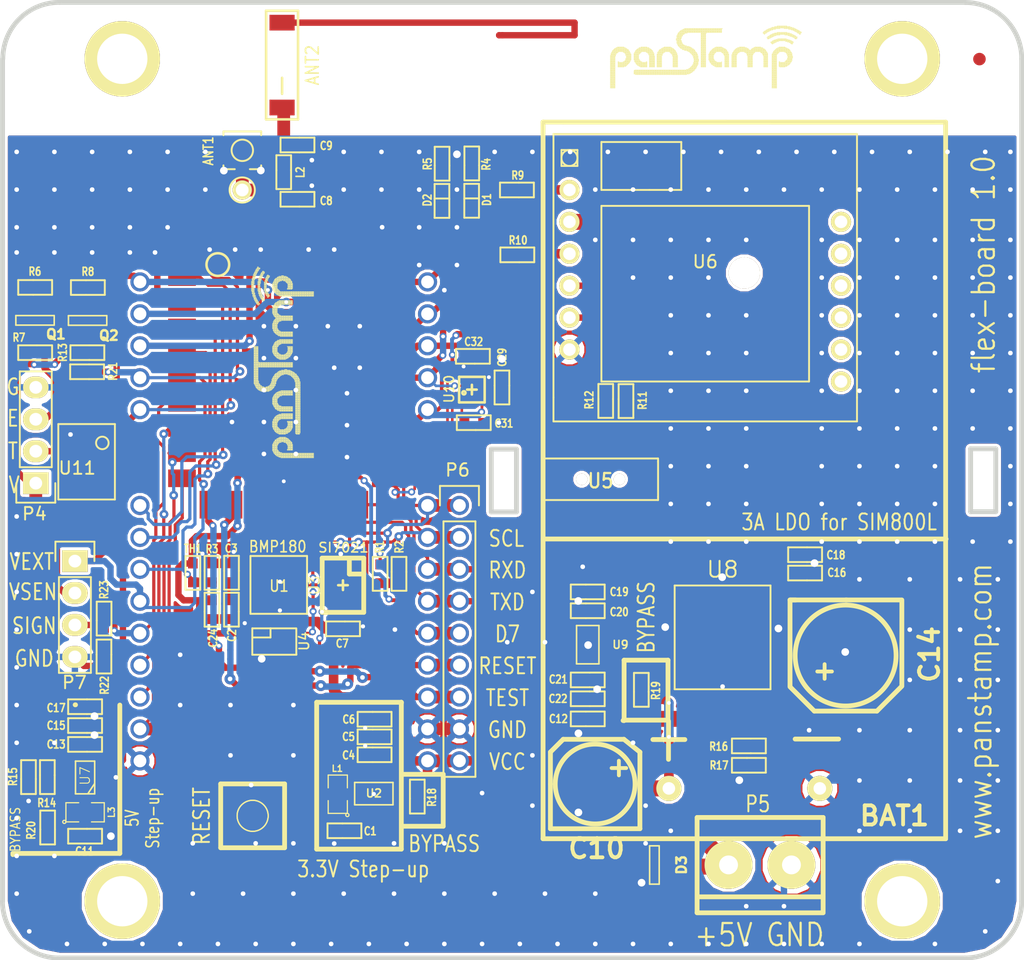
<source format=kicad_pcb>
(kicad_pcb (version 4) (host pcbnew 0.201602181416+6564~42~ubuntu14.04.1-product)
  (title_block (title "panStamp flexible battery board") (date 2016-02-12) (rev 1.0) (company "panStamp (www.panstamp.com)"))
  (layers (0 Front signal) (1 Ground power) (2 Power power) (31 Back signal) (34 B.Paste user) (35 F.Paste user) (36 B.SilkS user) (37 F.SilkS user) (38 B.Mask user) (39 F.Mask user) (44 Edge.Cuts user))
  (net 0 "")
  (net 1 /RESET)
  (net 2 GND)
  (net 3 VCC)
  (net 4 /D18)
  (net 5 /TEST)
  (net 6 /D10)
  (net 7 /D9)
  (net 8 /D7)
  (net 9 +BATT)
  (net 10 "Net-(L1-Pad2)")
  (net 11 "Net-(L3-Pad2)")
  (net 12 "Net-(U4-Pad5)")
  (net 13 "Net-(U4-Pad2)")
  (net 14 "Net-(ANT1-Pad1)")
  (net 15 "Net-(ANT2-Pad1)")
  (net 16 "Net-(ANT2-Pad2)")
  (net 17 "Net-(C10-Pad1)")
  (net 18 VDD)
  (net 19 VAA)
  (net 20 EN_SENSOR)
  (net 21 "Net-(D1-Pad1)")
  (net 22 EN_EXTERNAL)
  (net 23 "Net-(D2-Pad1)")
  (net 24 TRIG)
  (net 25 ECHO)
  (net 26 A5)
  (net 27 /RXD)
  (net 28 /SIM_RXD)
  (net 29 SDA)
  (net 30 SCL)
  (net 31 "Net-(R9-Pad2)")
  (net 32 "Net-(R10-Pad2)")
  (net 33 "Net-(R11-Pad2)")
  (net 34 "Net-(R12-Pad2)")
  (net 35 "Net-(R14-Pad2)")
  (net 36 "Net-(R16-Pad2)")
  (net 37 "Net-(U5-Pad3)")
  (net 38 "Net-(U5-Pad4)")
  (net 39 "Net-(U6-Pad7)")
  (net 40 "Net-(U6-Pad8)")
  (net 41 "Net-(U6-Pad9)")
  (net 42 "Net-(U6-Pad10)")
  (net 43 "Net-(U6-Pad11)")
  (net 44 "Net-(U6-Pad12)")
  (net 45 "Net-(P4-Pad2)")
  (net 46 "Net-(P4-Pad3)")
  (net 47 "Net-(C29-Pad1)")
  (net 48 EN_ACC)
  (net 49 ACC_INT1)
  (net 50 ACC_INT2)
  (net 51 /D22)
  (net 52 /D21)
  (net 53 /TXD)
  (net 54 /SIM_TXD)
  (net 55 /D19)
  (net 56 EN_4-20mA_SENS)
  (net 57 4-20mA_INP)
  (net 58 "Net-(P7-Pad2)")
  (net 59 "Net-(P7-Pad3)")
  (net 60 "Net-(R21-Pad1)")
  (net 61 VEXT)
  (module SM0603S_POL (layer Front) (at 230.17 41.89 90)
    (fp_text reference D1 (at 0.09 1.21 90) (layer F.SilkS) (effects (font (size 0.635 0.508) (thickness 0.127))))
    (fp_text value LED hide)
    (pad 1 smd rect (at 0.7493 0 90) (size 0.7874 0.762) (layers Front F.Paste F.Mask) (net 21 "Net-(D1-Pad1)"))
    (pad 2 smd rect (at -0.7493 0 90) (size 0.7874 0.762) (layers Front F.Paste F.Mask) (net 51 /D22))
  )
  (module PANSTAMP_2 (layer Front) (at 215.24322 54.96346)
    (fp_text reference PS1 hide)
    (fp_text value PANSTAMP_NRG2 hide)
    (pad 1 smd rect (at -8.1 -9) (size 2.2 1.4) (layers Front F.Mask) (net 56 EN_4-20mA_SENS))
    (pad 2 smd rect (at -8.1 -7) (size 2.2 1.4) (layers Front F.Mask) (net 22 EN_EXTERNAL))
    (pad 3 smd rect (at -8.1 -5) (size 2.2 1.4) (layers Front F.Mask) (net 25 ECHO))
    (pad 4 smd rect (at -8.1 -3) (size 2.2 1.4) (layers Front F.Mask) (net 24 TRIG))
    (pad 5 smd rect (at -8.1 -1) (size 2.2 1.4) (layers Front F.Mask) (net 26 A5))
    (pad 6 smd rect (at -8.1 1) (size 2.2 1.4) (layers Front F.Mask) (net 61 VEXT))
    (pad 7 smd rect (at -8.1 3) (size 2.2 1.4) (layers Front F.Mask) (net 57 4-20mA_INP))
    (pad 8 smd rect (at -8.1 5) (size 2.2 1.4) (layers Front F.Mask) (net 6 /D10))
    (pad 9 smd rect (at -8.1 7) (size 2.2 1.4) (layers Front F.Mask) (net 7 /D9))
    (pad 10 smd rect (at -8.1 9) (size 2.2 1.4) (layers Front F.Mask) (net 9 +BATT))
    (pad 11 smd rect (at -6 11.1 90) (size 2.2 1.4) (layers Front F.Mask) (net 5 /TEST))
    (pad 12 smd rect (at -4 11.1 90) (size 2.2 1.4) (layers Front F.Mask) (net 1 /RESET))
    (pad 13 smd rect (at -2 11.1 90) (size 2.2 1.4) (layers Front F.Mask) (net 3 VCC))
    (pad 14 smd rect (at 0 11.1 90) (size 2.2 1.4) (layers Front F.Mask) (net 2 GND))
    (pad 15 smd rect (at 2 11.1 90) (size 2.2 1.4) (layers Front F.Mask) (net 8 /D7))
    (pad 16 smd rect (at 4 11.1 90) (size 2.2 1.4) (layers Front F.Mask) (net 53 /TXD))
    (pad 17 smd rect (at 6 11.1 90) (size 2.2 1.4) (layers Front F.Mask) (net 27 /RXD))
    (pad 18 smd rect (at 8.1 9) (size 2.2 1.4) (layers Front F.Mask) (net 30 SCL))
    (pad 19 smd rect (at 8.1 7) (size 2.2 1.4) (layers Front F.Mask) (net 29 SDA))
    (pad 20 smd rect (at 8.1 5) (size 2.2 1.4) (layers Front F.Mask) (net 50 ACC_INT2))
    (pad 21 smd rect (at 8.1 3) (size 2.2 1.4) (layers Front F.Mask) (net 49 ACC_INT1))
    (pad 22 smd rect (at 8.1 1) (size 2.2 1.4) (layers Front F.Mask) (net 48 EN_ACC))
    (pad 23 smd rect (at 8.1 -1) (size 2.2 1.4) (layers Front F.Mask) (net 51 /D22))
    (pad 24 smd rect (at 8.1 -3) (size 2.2 1.4) (layers Front F.Mask) (net 52 /D21))
    (pad 25 smd rect (at 8.1 -5) (size 2.2 1.4) (layers Front F.Mask) (net 20 EN_SENSOR))
    (pad 26 smd rect (at 8.1 -7) (size 2.2 1.4) (layers Front F.Mask) (net 55 /D19))
    (pad 27 smd rect (at 8.1 -9) (size 2.2 1.4) (layers Front F.Mask) (net 4 /D18))
    (pad 28 smd rect (at 6 -11.1 90) (size 2.2 1.4) (layers Front F.Mask) (net 2 GND))
    (pad 29 smd rect (at 4 -11.1 90) (size 2.2 1.4) (layers Front F.Mask) (net 2 GND))
    (pad 30 smd rect (at 2 -11.1 90) (size 2.2 1.4) (layers Front F.Mask) (net 2 GND))
    (pad 31 smd rect (at 0 -11.1 90) (size 2.2 1.4) (layers Front F.Mask) (net 14 "Net-(ANT1-Pad1)"))
    (pad 32 smd rect (at -2 -11.1 90) (size 2.2 1.4) (layers Front F.Mask) (net 2 GND))
    (pad 33 smd rect (at -4 -11.1 90) (size 2.2 1.4) (layers Front F.Mask) (net 2 GND))
    (pad 34 smd rect (at -6 -11.1 90) (size 2.2 1.4) (layers Front F.Mask) (net 2 GND))
  )
  (module mysmd:SM0603S (layer Front) (at 222.89652 71.5637 90)
    (fp_text reference R1 (at 2.1316 -0.0274 90) (layer F.SilkS) (effects (font (size 0.635 0.508) (thickness 0.127))))
    (fp_text value 10k hide)
    (pad 2 smd rect (at 0.7493 0 90) (size 0.7874 0.762) (layers Front F.Paste F.Mask) (net 29 SDA))
    (pad 1 smd rect (at -0.7493 0 90) (size 0.7874 0.762) (layers Front F.Paste F.Mask) (net 3 VCC))
  )
  (module mysmd:SM0603S (layer Front) (at 211.08044 71.47734 90)
    (fp_text reference C3 (at 1.9304 -0.0254 180) (layer F.SilkS) (effects (font (size 0.635 0.508) (thickness 0.127))))
    (fp_text value 100n hide)
    (pad 2 smd rect (at 0.7493 0 90) (size 0.7874 0.762) (layers Front F.Paste F.Mask) (net 2 GND))
    (pad 1 smd rect (at -0.7493 0 90) (size 0.7874 0.762) (layers Front F.Paste F.Mask) (net 3 VCC))
  )
  (module mysmd:SM0603S (layer Front) (at 219.94504 75.93504)
    (fp_text reference C7 (at -0.06492 1.16918) (layer F.SilkS) (effects (font (size 0.635 0.508) (thickness 0.127))))
    (fp_text value 100n hide)
    (pad 2 smd rect (at 0.7493 0) (size 0.7874 0.762) (layers Front F.Paste F.Mask) (net 2 GND))
    (pad 1 smd rect (at -0.7493 0) (size 0.7874 0.762) (layers Front F.Paste F.Mask) (net 3 VCC))
  )
  (module mysmd:SM0603S (layer Front) (at 224.39512 71.5637 90)
    (fp_text reference R2 (at 2.1316 0.0274 90) (layer F.SilkS) (effects (font (size 0.635 0.508) (thickness 0.127))))
    (fp_text value 10k hide)
    (pad 2 smd rect (at 0.7493 0 90) (size 0.7874 0.762) (layers Front F.Paste F.Mask) (net 30 SCL))
    (pad 1 smd rect (at -0.7493 0 90) (size 0.7874 0.762) (layers Front F.Paste F.Mask) (net 3 VCC))
  )
  (module mysmd:SM0603S (layer Front) (at 209.52596 71.4875 90)
    (fp_text reference R3 (at 1.905 0 180) (layer F.SilkS) (effects (font (size 0.635 0.508) (thickness 0.127))))
    (fp_text value 10k hide)
    (pad 2 smd rect (at 0.7493 0 90) (size 0.7874 0.762) (layers Front F.Paste F.Mask) (net 2 GND))
    (pad 1 smd rect (at -0.7493 0 90) (size 0.7874 0.762) (layers Front F.Paste F.Mask) (net 26 A5))
  )
  (module mysmd:SM0603S (layer Front) (at 208.00704 71.49004 90)
    (fp_text reference TH1 (at 1.9304 0 180) (layer F.SilkS) (effects (font (size 0.635 0.508) (thickness 0.127))))
    (fp_text value THERMISTOR hide)
    (pad 2 smd rect (at 0.7493 0 90) (size 0.7874 0.762) (layers Front F.Paste F.Mask) (net 20 EN_SENSOR))
    (pad 1 smd rect (at -0.7493 0 90) (size 0.7874 0.762) (layers Front F.Paste F.Mask) (net 26 A5))
  )
  (module mysmd:BMP180 (layer Front) (at 214.83456 72.44254 270)
    (fp_text reference U1 (at 0.09144 -0.0254 360) (layer F.SilkS) (effects (font (size 0.889 0.762) (thickness 0.127))))
    (fp_text value BMP180 (at -3.03784 0.08128 360) (layer F.SilkS) (effects (font (size 0.889 0.762) (thickness 0.127))))
    (pad 3 smd rect (at 1.5 1.45 270) (size 1 1) (layers Front F.Paste F.Mask) (net 3 VCC))
    (pad 2 smd rect (at 0 1.45 270) (size 1 1) (layers Front F.Paste F.Mask) (net 3 VCC))
    (pad 1 smd rect (at -1.5 1.45 270) (size 1 1) (layers Front F.Paste F.Mask))
    (pad 6 smd rect (at -1.5 -1.45 270) (size 1 1) (layers Front F.Paste F.Mask) (net 29 SDA))
    (pad 5 smd rect (at 0 -1.45 270) (size 1 1) (layers Front F.Paste F.Mask) (net 30 SCL))
    (pad 4 smd rect (at 1.5 -1.45 270) (size 1 1) (layers Front F.Paste F.Mask))
    (pad 7 smd rect (at -1.5 0 270) (size 1 1) (layers Front F.Paste F.Mask) (net 2 GND))
  )
  (module mysmd:DFN-6 (layer Front) (at 219.93996 72.46794 180)
    (fp_text reference U3 (at 2.25044 -0.0127 450) (layer F.SilkS) (effects (font (size 0.762 0.762) (thickness 0.127))))
    (fp_text value SI7021 (at -0.0381 2.99212 180) (layer F.SilkS) (effects (font (size 0.762 0.762) (thickness 0.127))))
    (pad 6 smd rect (at -1 -1.625 180) (size 0.45 1.2) (layers Front F.Paste F.Mask) (net 30 SCL))
    (pad 5 smd rect (at 0 -1.625 180) (size 0.45 1.2) (layers Front F.Paste F.Mask) (net 3 VCC))
    (pad 4 smd rect (at 1 -1.625 180) (size 0.45 1.2) (layers Front F.Paste F.Mask))
    (pad 3 smd rect (at 1 1.625 180) (size 0.45 1.2) (layers Front F.Paste F.Mask))
    (pad 2 smd rect (at 0 1.625 180) (size 0.45 1.2) (layers Front F.Paste F.Mask) (net 2 GND))
    (pad 1 smd rect (at -1 1.625 180) (size 0.45 1.2) (layers Front F.Paste F.Mask) (net 29 SDA))
    (pad 7 smd rect (at 0 0 180) (size 2.4 1.5) (layers Front F.Paste F.Mask))
  )
  (module myconnectors:pin_array_1x14 (layer Front) (at 203.80322 70.13308 270)
    (fp_text reference P1 hide)
    (fp_text value CONN_01X14 hide)
    (pad 1 thru_hole circle (at -21.79 0 270) (size 1.524 1.524) (drill 1.016) (layers *.Cu *.Mask) (net 20 EN_SENSOR))
    (pad 2 thru_hole circle (at -19.25 0 270) (size 1.524 1.524) (drill 1.016) (layers *.Cu *.Mask) (net 55 /D19))
    (pad 3 thru_hole circle (at -16.71 0 270) (size 1.524 1.524) (drill 1.016) (layers *.Cu *.Mask) (net 4 /D18))
    (pad 4 thru_hole circle (at -14.17 0 270) (size 1.524 1.524) (drill 1.016) (layers *.Cu *.Mask) (net 56 EN_4-20mA_SENS))
    (pad 5 thru_hole circle (at -11.63 0 270) (size 1.524 1.524) (drill 1.016) (layers *.Cu *.Mask) (net 22 EN_EXTERNAL))
    (pad 6 thru_hole circle (at -4.01 0 270) (size 1.524 1.524) (drill 1.016) (layers *.Cu *.Mask) (net 25 ECHO))
    (pad 7 thru_hole circle (at -1.47 0 270) (size 1.524 1.524) (drill 1.016) (layers *.Cu *.Mask) (net 24 TRIG))
    (pad 8 thru_hole circle (at 1.07 0 270) (size 1.524 1.524) (drill 1.016) (layers *.Cu *.Mask) (net 26 A5))
    (pad 9 thru_hole circle (at 3.61 0 270) (size 1.524 1.524) (drill 1.016) (layers *.Cu *.Mask) (net 61 VEXT))
    (pad 10 thru_hole circle (at 6.15 0 270) (size 1.524 1.524) (drill 1.016) (layers *.Cu *.Mask) (net 57 4-20mA_INP))
    (pad 11 thru_hole circle (at 8.69 0 270) (size 1.524 1.524) (drill 1.016) (layers *.Cu *.Mask) (net 6 /D10))
    (pad 12 thru_hole circle (at 11.23 0 270) (size 1.524 1.524) (drill 1.016) (layers *.Cu *.Mask) (net 7 /D9))
    (pad 13 thru_hole circle (at 13.77 0 270) (size 1.524 1.524) (drill 1.016) (layers *.Cu *.Mask) (net 9 +BATT))
    (pad 14 thru_hole circle (at 16.31 0 270) (size 1.524 1.524) (drill 1.016) (layers *.Cu *.Mask) (net 2 GND))
  )
  (module myconnectors:pin_array_1x14 (layer Front) (at 226.66322 70.63346 270)
    (fp_text reference P2 hide)
    (fp_text value CONN_01X14 hide)
    (pad 1 thru_hole circle (at -22.29038 0 270) (size 1.524 1.524) (drill 1.016) (layers *.Cu *.Mask) (net 52 /D21))
    (pad 2 thru_hole circle (at -19.75038 0 270) (size 1.524 1.524) (drill 1.016) (layers *.Cu *.Mask) (net 51 /D22))
    (pad 3 thru_hole circle (at -17.21038 0 270) (size 1.524 1.524) (drill 1.016) (layers *.Cu *.Mask) (net 48 EN_ACC))
    (pad 4 thru_hole circle (at -14.67038 0 270) (size 1.524 1.524) (drill 1.016) (layers *.Cu *.Mask) (net 49 ACC_INT1))
    (pad 5 thru_hole circle (at -12.13038 0 270) (size 1.524 1.524) (drill 1.016) (layers *.Cu *.Mask) (net 50 ACC_INT2))
    (pad 6 thru_hole circle (at -4.51038 0 270) (size 1.524 1.524) (drill 1.016) (layers *.Cu *.Mask) (net 29 SDA))
    (pad 7 thru_hole circle (at -1.97038 0 270) (size 1.524 1.524) (drill 1.016) (layers *.Cu *.Mask) (net 30 SCL))
    (pad 8 thru_hole circle (at 0.56962 0 270) (size 1.524 1.524) (drill 1.016) (layers *.Cu *.Mask) (net 27 /RXD))
    (pad 9 thru_hole circle (at 3.10962 0 270) (size 1.524 1.524) (drill 1.016) (layers *.Cu *.Mask) (net 53 /TXD))
    (pad 10 thru_hole circle (at 5.64962 0 270) (size 1.524 1.524) (drill 1.016) (layers *.Cu *.Mask) (net 8 /D7))
    (pad 11 thru_hole circle (at 8.18962 0 270) (size 1.524 1.524) (drill 1.016) (layers *.Cu *.Mask) (net 1 /RESET))
    (pad 12 thru_hole circle (at 10.72962 0 270) (size 1.524 1.524) (drill 1.016) (layers *.Cu *.Mask) (net 5 /TEST))
    (pad 13 thru_hole circle (at 13.26962 0 270) (size 1.524 1.524) (drill 1.016) (layers *.Cu *.Mask) (net 2 GND))
    (pad 14 thru_hole circle (at 15.80962 0 270) (size 1.524 1.524) (drill 1.016) (layers *.Cu *.Mask) (net 3 VCC))
  )
  (module old_mymods:PANSTAMPLOGO (layer Front) (at 212.34322 62.35346 90)
    (fp_text reference G*** hide)
    (fp_text value PANSTAMPLOGO hide)
  )
  (module mysmd:SM0603S (layer Front) (at 211.07536 74.41104 270)
    (fp_text reference C2 (at 2.05486 -0.04064 270) (layer F.SilkS) (effects (font (size 0.635 0.508) (thickness 0.127))))
    (fp_text value 1u hide)
    (pad 2 smd rect (at 0.7493 0 270) (size 0.7874 0.762) (layers Front F.Paste F.Mask) (net 2 GND))
    (pad 1 smd rect (at -0.7493 0 270) (size 0.7874 0.762) (layers Front F.Paste F.Mask) (net 3 VCC))
  )
  (module mymods:fiducial (layer Front) (at 196.33 97.54)
    (fp_text reference fiducial hide)
    (fp_text value VAL** hide)
    (pad 1 smd circle (at 0 0) (size 1 1) (layers Front F.Mask) (clearance 0.5))
  )
  (module mymods:fiducial (layer Front) (at 270.54 30.62)
    (fp_text reference fiducial hide)
    (fp_text value VAL** hide)
    (pad 1 smd circle (at 0 0) (size 1 1) (layers Front F.Mask) (clearance 0.5))
  )
  (module PANSTAMPLOGO (layer Front) (at 241.18 27.66)
    (fp_text reference "" hide)
    (fp_text value "" hide)
  )
  (module myconnectors:U.FL_CONN (layer Front) (at 211.93896 37.87568 270)
    (fp_text reference ANT1 (at 0.05 2.7 270) (layer F.SilkS) (effects (font (size 0.762 0.635) (thickness 0.127))))
    (fp_text value ANTENNA hide)
    (pad 2 smd rect (at 0 -1.475 270) (size 2.2 1.05) (layers Front F.Paste F.Mask) (net 2 GND))
    (pad 2 smd rect (at 0 1.475 270) (size 2.2 1.05) (layers Front F.Paste F.Mask) (net 2 GND))
    (pad 1 smd rect (at 1.55 0 270) (size 1.05 1) (layers Front F.Paste F.Mask) (net 14 "Net-(ANT1-Pad1)"))
  )
  (module mysmd:SM0603S (layer Front) (at 220.0568 91.998 180)
    (fp_text reference C1 (at -2.0532 -0.032 180) (layer F.SilkS) (effects (font (size 0.635 0.508) (thickness 0.127))))
    (fp_text value 10u hide)
    (pad 2 smd rect (at 0.7493 0 180) (size 0.7874 0.762) (layers Front F.Paste F.Mask) (net 2 GND))
    (pad 1 smd rect (at -0.7493 0 180) (size 0.7874 0.762) (layers Front F.Paste F.Mask) (net 9 +BATT))
  )
  (module mysmd:SM0603S (layer Front) (at 222.45456 85.9528 180)
    (fp_text reference C4 (at 2.0701 -0.04572 180) (layer F.SilkS) (effects (font (size 0.635 0.508) (thickness 0.127))))
    (fp_text value 10u hide)
    (pad 2 smd rect (at 0.7493 0 180) (size 0.7874 0.762) (layers Front F.Paste F.Mask) (net 2 GND))
    (pad 1 smd rect (at -0.7493 0 180) (size 0.7874 0.762) (layers Front F.Paste F.Mask) (net 3 VCC))
  )
  (module mysmd:SM0603S (layer Front) (at 222.45456 84.52786 180)
    (fp_text reference C5 (at 2.07264 0.00762 180) (layer F.SilkS) (effects (font (size 0.635 0.508) (thickness 0.127))))
    (fp_text value 1u hide)
    (pad 2 smd rect (at 0.7493 0 180) (size 0.7874 0.762) (layers Front F.Paste F.Mask) (net 2 GND))
    (pad 1 smd rect (at -0.7493 0 180) (size 0.7874 0.762) (layers Front F.Paste F.Mask) (net 3 VCC))
  )
  (module mysmd:SM0603S (layer Front) (at 222.45456 83.12832 180)
    (fp_text reference C6 (at 2.04724 -0.01524 180) (layer F.SilkS) (effects (font (size 0.635 0.508) (thickness 0.127))))
    (fp_text value 100n hide)
    (pad 2 smd rect (at 0.7493 0 180) (size 0.7874 0.762) (layers Front F.Paste F.Mask) (net 2 GND))
    (pad 1 smd rect (at -0.7493 0 180) (size 0.7874 0.762) (layers Front F.Paste F.Mask) (net 3 VCC))
  )
  (module mysmd:SM0603S (layer Front) (at 209.52596 74.41612 270)
    (fp_text reference C24 (at 2.26388 -0.09404 270) (layer F.SilkS) (effects (font (size 0.635 0.508) (thickness 0.127))))
    (fp_text value 100n hide)
    (pad 2 smd rect (at 0.7493 0 270) (size 0.7874 0.762) (layers Front F.Paste F.Mask) (net 2 GND))
    (pad 1 smd rect (at -0.7493 0 270) (size 0.7874 0.762) (layers Front F.Paste F.Mask) (net 20 EN_SENSOR))
  )
  (module mysmd:SM0603S (layer Front) (at 216.323 41.7695)
    (fp_text reference C8 (at 2.286 0.127) (layer F.SilkS) (effects (font (size 0.635 0.508) (thickness 0.127))))
    (fp_text value N.P. hide)
    (pad 2 smd rect (at 0.7493 0) (size 0.7874 0.762) (layers Front F.Paste F.Mask) (net 2 GND))
    (pad 1 smd rect (at -0.7493 0) (size 0.7874 0.762) (layers Front F.Paste F.Mask) (net 14 "Net-(ANT1-Pad1)"))
  )
  (module mysmd:SM0603S (layer Front) (at 216.323 37.4515)
    (fp_text reference C9 (at 2.286 0.0635) (layer F.SilkS) (effects (font (size 0.635 0.508) (thickness 0.127))))
    (fp_text value N.P. hide)
    (pad 2 smd rect (at 0.7493 0) (size 0.7874 0.762) (layers Front F.Paste F.Mask) (net 2 GND))
    (pad 1 smd rect (at -0.7493 0) (size 0.7874 0.762) (layers Front F.Paste F.Mask) (net 15 "Net-(ANT2-Pad1)"))
  )
  (module libcms:SM0805 (layer Front) (at 219.52848 89.09224 90)
    (fp_text reference L1 (at 2.04224 -0.03848 180) (layer F.SilkS) (effects (font (size 0.50038 0.50038) (thickness 0.10922))))
    (fp_text value 10u hide)
    (pad 1 smd rect (at -0.9525 0 90) (size 0.889 1.397) (layers Front F.Paste F.Mask) (net 9 +BATT))
    (pad 2 smd rect (at 0.9525 0 90) (size 0.889 1.397) (layers Front F.Paste F.Mask) (net 10 "Net-(L1-Pad2)"))
  )
  (module mysmd:SM0603S (layer Front) (at 215.2308 39.61304 90)
    (fp_text reference L2 (at -0.01016 1.3208 90) (layer F.SilkS) (effects (font (size 0.635 0.508) (thickness 0.127))))
    (fp_text value 0 hide)
    (pad 2 smd rect (at 0.7493 0 90) (size 0.7874 0.762) (layers Front F.Paste F.Mask) (net 15 "Net-(ANT2-Pad1)"))
    (pad 1 smd rect (at -0.7493 0 90) (size 0.7874 0.762) (layers Front F.Paste F.Mask) (net 14 "Net-(ANT1-Pad1)"))
  )
  (module 0868AT43A0020 (layer Front) (at 215.09872 31.09642 90)
    (fp_text reference ANT2 (at 0 2.413 90) (layer F.SilkS) (effects (font (size 1.016 0.889) (thickness 0.127))))
    (fp_text value ANTENNA hide)
    (pad 1 smd rect (at -3.375 0 90) (size 1.25 2) (layers Front F.Paste F.Mask) (net 15 "Net-(ANT2-Pad1)"))
    (pad 2 smd rect (at 3.375 0 90) (size 1.25 2) (layers Front F.Paste F.Mask) (net 16 "Net-(ANT2-Pad2)"))
  )
  (module mysmd:switch-tact-noah (layer Front) (at 212.76 90.81 270)
    (fp_text reference SW1 hide)
    (fp_text value SW_PUSH_SMALL hide)
    (pad 1 smd rect (at -2.49936 -1.75006 270) (size 1.99898 1.00076) (layers Front F.Paste F.Mask) (net 1 /RESET))
    (pad 3 smd rect (at 2.49936 -1.75006 270) (size 1.99898 1.00076) (layers Front F.Paste F.Mask))
    (pad 2 smd rect (at -2.49936 1.75006 270) (size 1.99898 1.00076) (layers Front F.Paste F.Mask) (net 2 GND))
    (pad 4 smd rect (at 2.49936 1.75006 270) (size 1.99898 1.00076) (layers Front F.Paste F.Mask))
  )
  (module myconnectors:pin (layer Front) (at 211.93134 41.0329)
    (fp_text reference P3 hide)
    (fp_text value CONN_01X01 hide)
    (pad 1 thru_hole circle (at 0 0) (size 1.524 1.524) (drill 1.016) (layers *.Cu *.Mask F.SilkS) (net 14 "Net-(ANT1-Pad1)"))
  )
  (module mysmd:uDFN-6 (layer Front) (at 214.4815 76.9485 270)
    (fp_text reference U4 (at -0.025 -2.375 270) (layer F.SilkS) (effects (font (size 0.762 0.762) (thickness 0.127))))
    (fp_text value TSL2561 hide)
    (pad 6 smd rect (at -0.65 -1 270) (size 0.45 1.2) (layers Front F.Paste F.Mask) (net 29 SDA))
    (pad 5 smd rect (at 0 -1 270) (size 0.45 1.2) (layers Front F.Paste F.Mask) (net 12 "Net-(U4-Pad5)"))
    (pad 4 smd rect (at 0.65 -1 270) (size 0.45 1.2) (layers Front F.Paste F.Mask) (net 30 SCL))
    (pad 3 smd rect (at 0.65 1 270) (size 0.45 1.2) (layers Front F.Paste F.Mask) (net 2 GND))
    (pad 2 smd rect (at 0 1 270) (size 0.45 1.2) (layers Front F.Paste F.Mask) (net 13 "Net-(U4-Pad2)"))
    (pad 1 smd rect (at -0.65 1 270) (size 0.45 1.2) (layers Front F.Paste F.Mask) (net 20 EN_SENSOR))
  )
  (module libcms:SOT23-5 (layer Front) (at 222.3936 89.04652)
    (fp_text reference U2 (at 0.0064 -0.02652 180) (layer F.SilkS) (effects (font (size 0.635 0.635) (thickness 0.127))))
    (fp_text value MAX1724-3.3 hide)
    (pad 1 smd rect (at -0.9525 1.27) (size 0.508 0.762) (layers Front F.Paste F.Mask) (net 9 +BATT))
    (pad 3 smd rect (at 0.9525 1.27) (size 0.508 0.762) (layers Front F.Paste F.Mask) (net 9 +BATT))
    (pad 5 smd rect (at -0.9525 -1.27) (size 0.508 0.762) (layers Front F.Paste F.Mask) (net 10 "Net-(L1-Pad2)"))
    (pad 2 smd rect (at 0 1.27) (size 0.508 0.762) (layers Front F.Paste F.Mask) (net 2 GND))
    (pad 4 smd rect (at 0.9525 -1.27) (size 0.508 0.762) (layers Front F.Paste F.Mask) (net 3 VCC))
  )
  (module mymods:BAT_AA_HOLDER_02 (layer Front) (at 251.85 88.63 270)
    (fp_text reference BAT1 (at 2.18 -11.93 360) (layer F.SilkS) (effects (font (thickness 0.3048))))
    (fp_text value CONN_2 hide)
    (pad "" thru_hole circle (at -41 0.00052 270) (size 2.4892 2.4892) (drill 2.4892) (layers *.Cu *.Mask F.SilkS))
    (pad 2 thru_hole circle (at 0 -5.99948 270) (size 2 2) (drill 1) (layers *.Cu *.Mask F.SilkS) (net 2 GND))
    (pad 1 thru_hole circle (at 0 6.00052 270) (size 2 2) (drill 1) (layers *.Cu *.Mask F.SilkS) (net 9 +BATT))
  )
  (module mysmd:SMDCPOL_6.3 (layer Front) (at 239.99 88.28 270)
    (fp_text reference C10 (at 5.14 -0.11 360) (layer F.SilkS) (effects (font (thickness 0.3048))))
    (fp_text value 100u hide)
    (fp_text user + (at -1.27 -1.778 270) (layer F.SilkS) (effects (font (thickness 0.3048))))
    (pad 2 smd rect (at 2.286 0 270) (size 2.79908 1.00076) (layers Front F.Paste F.Mask) (net 2 GND))
    (pad 1 smd rect (at -2.286 0 270) (size 2.79908 1.00076) (layers Front F.Paste F.Mask) (net 17 "Net-(C10-Pad1)"))
  )
  (module mysmd:SM0603S (layer Front) (at 199.44 92.43)
    (fp_text reference C11 (at -0.04 1.2) (layer F.SilkS) (effects (font (size 0.635 0.508) (thickness 0.127))))
    (fp_text value 10u hide)
    (pad 2 smd rect (at 0.7493 0) (size 0.7874 0.762) (layers Front F.Paste F.Mask) (net 2 GND))
    (pad 1 smd rect (at -0.7493 0) (size 0.7874 0.762) (layers Front F.Paste F.Mask) (net 9 +BATT))
  )
  (module mysmd:SM0603S (layer Front) (at 239.4 83.1 180)
    (fp_text reference C12 (at 2.33 0 180) (layer F.SilkS) (effects (font (size 0.635 0.508) (thickness 0.127))))
    (fp_text value 1u hide)
    (pad 2 smd rect (at 0.7493 0 180) (size 0.7874 0.762) (layers Front F.Paste F.Mask) (net 2 GND))
    (pad 1 smd rect (at -0.7493 0 180) (size 0.7874 0.762) (layers Front F.Paste F.Mask) (net 17 "Net-(C10-Pad1)"))
  )
  (module mysmd:SM0603S (layer Front) (at 199.44 85.13)
    (fp_text reference C13 (at -2.3 0) (layer F.SilkS) (effects (font (size 0.635 0.508) (thickness 0.127))))
    (fp_text value 10u hide)
    (pad 2 smd rect (at 0.7493 0) (size 0.7874 0.762) (layers Front F.Paste F.Mask) (net 2 GND))
    (pad 1 smd rect (at -0.7493 0) (size 0.7874 0.762) (layers Front F.Paste F.Mask) (net 18 VDD))
  )
  (module mysmd:SMDCPOL_8 (layer Front) (at 259.9 78.06 90)
    (fp_text reference C14 (at 0.09 6.67 90) (layer F.SilkS) (effects (font (thickness 0.3048))))
    (fp_text value 330u hide)
    (fp_text user + (at -1.27 -1.778 90) (layer F.SilkS) (effects (font (thickness 0.3048))))
    (pad 2 smd rect (at 3.2004 0 90) (size 4.0005 1.50114) (layers Front F.Paste F.Mask) (net 2 GND))
    (pad 1 smd rect (at -3.2004 0 90) (size 4.0005 1.50114) (layers Front F.Paste F.Mask) (net 19 VAA))
  )
  (module mysmd:SM0603S (layer Front) (at 199.44 83.63)
    (fp_text reference C15 (at -2.3 0) (layer F.SilkS) (effects (font (size 0.635 0.508) (thickness 0.127))))
    (fp_text value 1u hide)
    (pad 2 smd rect (at 0.7493 0) (size 0.7874 0.762) (layers Front F.Paste F.Mask) (net 2 GND))
    (pad 1 smd rect (at -0.7493 0) (size 0.7874 0.762) (layers Front F.Paste F.Mask) (net 18 VDD))
  )
  (module mysmd:SM0603S (layer Front) (at 256.68 71.5)
    (fp_text reference C16 (at 2.52 -0.03) (layer F.SilkS) (effects (font (size 0.635 0.508) (thickness 0.127))))
    (fp_text value 1u hide)
    (pad 2 smd rect (at 0.7493 0) (size 0.7874 0.762) (layers Front F.Paste F.Mask) (net 2 GND))
    (pad 1 smd rect (at -0.7493 0) (size 0.7874 0.762) (layers Front F.Paste F.Mask) (net 19 VAA))
  )
  (module mysmd:SM0603S (layer Front) (at 199.44 82.13)
    (fp_text reference C17 (at -2.3 0.1) (layer F.SilkS) (effects (font (size 0.635 0.508) (thickness 0.127))))
    (fp_text value 100n hide)
    (pad 2 smd rect (at 0.7493 0) (size 0.7874 0.762) (layers Front F.Paste F.Mask) (net 2 GND))
    (pad 1 smd rect (at -0.7493 0) (size 0.7874 0.762) (layers Front F.Paste F.Mask) (net 18 VDD))
  )
  (module mysmd:SM0603S (layer Front) (at 256.68 70.04)
    (fp_text reference C18 (at 2.45 0.03) (layer F.SilkS) (effects (font (size 0.635 0.508) (thickness 0.127))))
    (fp_text value 100n hide)
    (pad 2 smd rect (at 0.7493 0) (size 0.7874 0.762) (layers Front F.Paste F.Mask) (net 2 GND))
    (pad 1 smd rect (at -0.7493 0) (size 0.7874 0.762) (layers Front F.Paste F.Mask) (net 19 VAA))
  )
  (module old_mysmd:SM0603S (layer Front) (at 239.4 73 180)
    (fp_text reference C19 (at -2.5 0 180) (layer F.SilkS) (effects (font (size 0.635 0.508) (thickness 0.127))))
    (fp_text value 10u hide)
    (pad 2 smd rect (at 0.7493 0 180) (size 0.7874 0.762) (layers Front F.Paste F.Mask) (net 2 GND))
    (pad 1 smd rect (at -0.7493 0 180) (size 0.7874 0.762) (layers Front F.Paste F.Mask) (net 19 VAA))
  )
  (module mysmd:SM0603S (layer Front) (at 239.4 74.5 180)
    (fp_text reference C20 (at -2.5 -0.1 180) (layer F.SilkS) (effects (font (size 0.635 0.508) (thickness 0.127))))
    (fp_text value 1u hide)
    (pad 2 smd rect (at 0.7493 0 180) (size 0.7874 0.762) (layers Front F.Paste F.Mask) (net 2 GND))
    (pad 1 smd rect (at -0.7493 0 180) (size 0.7874 0.762) (layers Front F.Paste F.Mask) (net 19 VAA))
  )
  (module mysmd:SM0603S (layer Front) (at 239.4 80)
    (fp_text reference C21 (at -2.34 -0.04) (layer F.SilkS) (effects (font (size 0.635 0.508) (thickness 0.127))))
    (fp_text value 1u hide)
    (pad 2 smd rect (at 0.7493 0) (size 0.7874 0.762) (layers Front F.Paste F.Mask) (net 2 GND))
    (pad 1 smd rect (at -0.7493 0) (size 0.7874 0.762) (layers Front F.Paste F.Mask) (net 3 VCC))
  )
  (module mysmd:SM0603S (layer Front) (at 239.4 81.5)
    (fp_text reference C22 (at -2.36 0) (layer F.SilkS) (effects (font (size 0.635 0.508) (thickness 0.127))))
    (fp_text value 100n hide)
    (pad 2 smd rect (at 0.7493 0) (size 0.7874 0.762) (layers Front F.Paste F.Mask) (net 2 GND))
    (pad 1 smd rect (at -0.7493 0) (size 0.7874 0.762) (layers Front F.Paste F.Mask) (net 3 VCC))
  )
  (module mysmd:SOT23 (layer Front) (at 244.7 94.72 270)
    (fp_text reference D3 (at 0 -2.159 270) (layer F.SilkS) (effects (font (size 0.762 0.762) (thickness 0.1905))))
    (fp_text value D_Schottky_x2_ACom_KKA hide)
    (pad 2 smd rect (at -0.889 -1.016 270) (size 0.9144 0.9144) (layers Front F.Paste F.Mask) (net 17 "Net-(C10-Pad1)"))
    (pad 1 smd rect (at 0.889 -1.016 270) (size 0.9144 0.9144) (layers Front F.Paste F.Mask) (net 17 "Net-(C10-Pad1)"))
    (pad 3 smd rect (at 0 1.016 270) (size 0.9144 0.9144) (layers Front F.Paste F.Mask) (net 2 GND))
  )
  (module libcms:SM0805 (layer Front) (at 199.44 90.53)
    (fp_text reference L3 (at 2.1 0 90) (layer F.SilkS) (effects (font (size 0.50038 0.50038) (thickness 0.10922))))
    (fp_text value 4.7u hide)
    (pad 1 smd rect (at -0.9525 0) (size 0.889 1.397) (layers Front F.Paste F.Mask) (net 9 +BATT))
    (pad 2 smd rect (at 0.9525 0) (size 0.889 1.397) (layers Front F.Paste F.Mask) (net 11 "Net-(L3-Pad2)"))
  )
  (module myconnectors:terminal_block_5mm_2P (layer Front) (at 253.11 94.74)
    (fp_text reference P5 (at -0.1905 -4.8641) (layer F.SilkS) (effects (font (size 1.27 1.016) (thickness 0.1524))))
    (fp_text value CONN_01X02 hide)
    (pad 1 thru_hole circle (at -2.51714 -0.0254) (size 3.81 3.81) (drill 1.4986) (layers *.Cu *.Mask F.SilkS) (net 17 "Net-(C10-Pad1)"))
    (pad 2 thru_hole circle (at 2.48412 -0.0254) (size 3.81 3.81) (drill 1.4986) (layers *.Cu *.Mask F.SilkS) (net 2 GND))
  )
  (module Pin_Headers:Pin_Header_Straight_1x09 (layer Front) (at 229.2 66.12)
    (fp_text reference P6 (at -0.15 -2.81) (layer F.SilkS))
    (fp_text value CONN_01X09)
    (pad 1 thru_hole circle (at 0 0) (size 1.524 1.524) (drill 1.016) (layers *.Cu *.Mask) (net 29 SDA))
    (pad 2 thru_hole circle (at 0 2.54) (size 1.524 1.524) (drill 1.016) (layers *.Cu *.Mask) (net 30 SCL))
    (pad 3 thru_hole circle (at 0 5.08) (size 1.524 1.524) (drill 1.016) (layers *.Cu *.Mask) (net 27 /RXD))
    (pad 4 thru_hole circle (at 0 7.62) (size 1.524 1.524) (drill 1.016) (layers *.Cu *.Mask) (net 53 /TXD))
    (pad 5 thru_hole circle (at 0 10.16) (size 1.524 1.524) (drill 1.016) (layers *.Cu *.Mask) (net 8 /D7))
    (pad 6 thru_hole circle (at 0 12.7) (size 1.524 1.524) (drill 1.016) (layers *.Cu *.Mask) (net 1 /RESET))
    (pad 7 thru_hole circle (at 0 15.24) (size 1.524 1.524) (drill 1.016) (layers *.Cu *.Mask) (net 5 /TEST))
    (pad 8 thru_hole circle (at 0 17.78) (size 1.524 1.524) (drill 1.016) (layers *.Cu *.Mask) (net 2 GND))
    (pad 9 thru_hole circle (at 0 20.32) (size 1.524 1.524) (drill 1.016) (layers *.Cu *.Mask) (net 3 VCC))
  )
  (module mysmd:SOT23 (layer Front) (at 195.46 51.4)
    (fp_text reference Q1 (at 1.66 1.11) (layer F.SilkS) (effects (font (size 0.762 0.762) (thickness 0.1905))))
    (fp_text value Q_NMOS_GSD hide)
    (pad 2 smd rect (at -0.889 -1.016) (size 0.9144 0.9144) (layers Front F.Paste F.Mask) (net 25 ECHO))
    (pad 1 smd rect (at 0.889 -1.016) (size 0.9144 0.9144) (layers Front F.Paste F.Mask) (net 20 EN_SENSOR))
    (pad 3 smd rect (at 0 1.016) (size 0.9144 0.9144) (layers Front F.Paste F.Mask) (net 46 "Net-(P4-Pad3)"))
  )
  (module mysmd:SOT23 (layer Front) (at 199.64 51.41)
    (fp_text reference Q2 (at 1.69 1.2) (layer F.SilkS) (effects (font (size 0.762 0.762) (thickness 0.1905))))
    (fp_text value Q_NMOS_GSD hide)
    (pad 2 smd rect (at -0.889 -1.016) (size 0.9144 0.9144) (layers Front F.Paste F.Mask) (net 24 TRIG))
    (pad 1 smd rect (at 0.889 -1.016) (size 0.9144 0.9144) (layers Front F.Paste F.Mask) (net 20 EN_SENSOR))
    (pad 3 smd rect (at 0 1.016) (size 0.9144 0.9144) (layers Front F.Paste F.Mask) (net 45 "Net-(P4-Pad2)"))
  )
  (module mysmd:SM0603S (layer Front) (at 230.18 38.92 270)
    (fp_text reference R4 (at 0.0635 -1.1557 270) (layer F.SilkS) (effects (font (size 0.635 0.508) (thickness 0.127))))
    (fp_text value 470 hide)
    (pad 2 smd rect (at 0.7493 0 270) (size 0.7874 0.762) (layers Front F.Paste F.Mask) (net 21 "Net-(D1-Pad1)"))
    (pad 1 smd rect (at -0.7493 0 270) (size 0.7874 0.762) (layers Front F.Paste F.Mask) (net 2 GND))
  )
  (module mysmd:SM0603S (layer Front) (at 227.82 38.94 270)
    (fp_text reference R5 (at 0.02 1.15 270) (layer F.SilkS) (effects (font (size 0.635 0.508) (thickness 0.127))))
    (fp_text value 470 hide)
    (pad 2 smd rect (at 0.7493 0 270) (size 0.7874 0.762) (layers Front F.Paste F.Mask) (net 23 "Net-(D2-Pad1)"))
    (pad 1 smd rect (at -0.7493 0 270) (size 0.7874 0.762) (layers Front F.Paste F.Mask) (net 2 GND))
  )
  (module mysmd:SM0603S (layer Front) (at 195.47 48.78 180)
    (fp_text reference R6 (at 0.02 1.26 180) (layer F.SilkS) (effects (font (size 0.635 0.508) (thickness 0.127))))
    (fp_text value 10k hide)
    (pad 2 smd rect (at 0.7493 0 180) (size 0.7874 0.762) (layers Front F.Paste F.Mask) (net 25 ECHO))
    (pad 1 smd rect (at -0.7493 0 180) (size 0.7874 0.762) (layers Front F.Paste F.Mask) (net 20 EN_SENSOR))
  )
  (module mysmd:SM0603S (layer Front) (at 195.47 53.97)
    (fp_text reference R7 (at -1.29 -1.2) (layer F.SilkS) (effects (font (size 0.635 0.508) (thickness 0.127))))
    (fp_text value 10k hide)
    (pad 2 smd rect (at 0.7493 0) (size 0.7874 0.762) (layers Front F.Paste F.Mask) (net 46 "Net-(P4-Pad3)"))
    (pad 1 smd rect (at -0.7493 0) (size 0.7874 0.762) (layers Front F.Paste F.Mask) (net 18 VDD))
  )
  (module mysmd:SM0603S (layer Front) (at 199.66 48.79 180)
    (fp_text reference R8 (at 0 1.26 180) (layer F.SilkS) (effects (font (size 0.635 0.508) (thickness 0.127))))
    (fp_text value 10k hide)
    (pad 2 smd rect (at 0.7493 0 180) (size 0.7874 0.762) (layers Front F.Paste F.Mask) (net 24 TRIG))
    (pad 1 smd rect (at -0.7493 0 180) (size 0.7874 0.762) (layers Front F.Paste F.Mask) (net 20 EN_SENSOR))
  )
  (module mysmd:SM0603S (layer Front) (at 233.77 41.03)
    (fp_text reference R9 (at 0.0635 -1.1557) (layer F.SilkS) (effects (font (size 0.635 0.508) (thickness 0.127))))
    (fp_text value 1k hide)
    (pad 2 smd rect (at 0.7493 0) (size 0.7874 0.762) (layers Front F.Paste F.Mask) (net 31 "Net-(R9-Pad2)"))
    (pad 1 smd rect (at -0.7493 0) (size 0.7874 0.762) (layers Front F.Paste F.Mask) (net 49 ACC_INT1))
  )
  (module mysmd:SM0603S (layer Front) (at 233.8 46.19)
    (fp_text reference R10 (at 0.0635 -1.1557) (layer F.SilkS) (effects (font (size 0.635 0.508) (thickness 0.127))))
    (fp_text value 1k hide)
    (pad 2 smd rect (at 0.7493 0) (size 0.7874 0.762) (layers Front F.Paste F.Mask) (net 32 "Net-(R10-Pad2)"))
    (pad 1 smd rect (at -0.7493 0) (size 0.7874 0.762) (layers Front F.Paste F.Mask) (net 50 ACC_INT2))
  )
  (module mysmd:SM0603S (layer Front) (at 242.44 57.82 90)
    (fp_text reference R11 (at 0.05 1.31 90) (layer F.SilkS) (effects (font (size 0.635 0.508) (thickness 0.127))))
    (fp_text value 1k hide)
    (pad 2 smd rect (at 0.7493 0 90) (size 0.7874 0.762) (layers Front F.Paste F.Mask) (net 33 "Net-(R11-Pad2)"))
    (pad 1 smd rect (at -0.7493 0 90) (size 0.7874 0.762) (layers Front F.Paste F.Mask) (net 28 /SIM_RXD))
  )
  (module mysmd:SM0603S (layer Front) (at 240.83 57.81 90)
    (fp_text reference R12 (at 0.08 -1.31 90) (layer F.SilkS) (effects (font (size 0.635 0.508) (thickness 0.127))))
    (fp_text value 1k hide)
    (pad 2 smd rect (at 0.7493 0 90) (size 0.7874 0.762) (layers Front F.Paste F.Mask) (net 34 "Net-(R12-Pad2)"))
    (pad 1 smd rect (at -0.7493 0 90) (size 0.7874 0.762) (layers Front F.Paste F.Mask) (net 54 /SIM_TXD))
  )
  (module mysmd:SM0603S (layer Front) (at 199.62 53.97)
    (fp_text reference R13 (at -1.96 -0.01 90) (layer F.SilkS) (effects (font (size 0.635 0.508) (thickness 0.127))))
    (fp_text value 10k hide)
    (pad 2 smd rect (at 0.7493 0) (size 0.7874 0.762) (layers Front F.Paste F.Mask) (net 45 "Net-(P4-Pad2)"))
    (pad 1 smd rect (at -0.7493 0) (size 0.7874 0.762) (layers Front F.Paste F.Mask) (net 18 VDD))
  )
  (module mysmd:SM0603S (layer Front) (at 196.44 87.73 90)
    (fp_text reference R14 (at -2.06 -0.05 180) (layer F.SilkS) (effects (font (size 0.635 0.508) (thickness 0.127))))
    (fp_text value 976k hide)
    (pad 2 smd rect (at 0.7493 0 90) (size 0.7874 0.762) (layers Front F.Paste F.Mask) (net 35 "Net-(R14-Pad2)"))
    (pad 1 smd rect (at -0.7493 0 90) (size 0.7874 0.762) (layers Front F.Paste F.Mask) (net 18 VDD))
  )
  (module mysmd:SM0603S (layer Front) (at 194.94 87.73 270)
    (fp_text reference R15 (at -0.03 1.24 270) (layer F.SilkS) (effects (font (size 0.635 0.508) (thickness 0.127))))
    (fp_text value 309k hide)
    (pad 2 smd rect (at 0.7493 0 270) (size 0.7874 0.762) (layers Front F.Paste F.Mask) (net 2 GND))
    (pad 1 smd rect (at -0.7493 0 270) (size 0.7874 0.762) (layers Front F.Paste F.Mask) (net 35 "Net-(R14-Pad2)"))
  )
  (module mysmd:SM0603S (layer Front) (at 252.21 85.25)
    (fp_text reference R16 (at -2.4 0.05) (layer F.SilkS) (effects (font (size 0.635 0.508) (thickness 0.127))))
    (fp_text value 100k hide)
    (pad 2 smd rect (at 0.7493 0) (size 0.7874 0.762) (layers Front F.Paste F.Mask) (net 36 "Net-(R16-Pad2)"))
    (pad 1 smd rect (at -0.7493 0) (size 0.7874 0.762) (layers Front F.Paste F.Mask) (net 19 VAA))
  )
  (module mysmd:SM0603S (layer Front) (at 252.21 86.79 180)
    (fp_text reference R17 (at 2.37 -0.01 180) (layer F.SilkS) (effects (font (size 0.635 0.508) (thickness 0.127))))
    (fp_text value 43k hide)
    (pad 2 smd rect (at 0.7493 0 180) (size 0.7874 0.762) (layers Front F.Paste F.Mask) (net 2 GND))
    (pad 1 smd rect (at -0.7493 0 180) (size 0.7874 0.762) (layers Front F.Paste F.Mask) (net 36 "Net-(R16-Pad2)"))
  )
  (module mysmd:SM0603S (layer Front) (at 225.85 89.28 270)
    (fp_text reference R18 (at 0.0635 -1.1557 270) (layer F.SilkS) (effects (font (size 0.635 0.508) (thickness 0.127))))
    (fp_text value 0 hide)
    (pad 2 smd rect (at 0.7493 0 270) (size 0.7874 0.762) (layers Front F.Paste F.Mask) (net 9 +BATT))
    (pad 1 smd rect (at -0.7493 0 270) (size 0.7874 0.762) (layers Front F.Paste F.Mask) (net 3 VCC))
  )
  (module mysmd:SM0603S (layer Front) (at 243.66 80.79 270)
    (fp_text reference R19 (at 0.0635 -1.1557 270) (layer F.SilkS) (effects (font (size 0.635 0.508) (thickness 0.127))))
    (fp_text value 0 hide)
    (pad 2 smd rect (at 0.7493 0 270) (size 0.7874 0.762) (layers Front F.Paste F.Mask) (net 9 +BATT))
    (pad 1 smd rect (at -0.7493 0 270) (size 0.7874 0.762) (layers Front F.Paste F.Mask) (net 19 VAA))
  )
  (module mysmd:SM0603S (layer Front) (at 196.46 91.74 270)
    (fp_text reference R20 (at 0.22 1.31 270) (layer F.SilkS) (effects (font (size 0.635 0.508) (thickness 0.127))))
    (fp_text value 0 hide)
    (pad 2 smd rect (at 0.7493 0 270) (size 0.7874 0.762) (layers Front F.Paste F.Mask) (net 9 +BATT))
    (pad 1 smd rect (at -0.7493 0 270) (size 0.7874 0.762) (layers Front F.Paste F.Mask) (net 18 VDD))
  )
  (module mysmd:LY-SK10 (layer Front) (at 240.42 64.04)
    (fp_text reference U5 (at 0 0.127) (layer F.SilkS) (effects (font (size 1.143 1.016) (thickness 0.1778))))
    (fp_text value LY-SK10 hide)
    (pad 1 smd rect (at -2.5 2.85) (size 0.8 2.3) (layers Front F.Paste F.Mask) (net 53 /TXD))
    (pad 2 smd rect (at 0 2.85) (size 0.8 2.3) (layers Front F.Paste F.Mask) (net 28 /SIM_RXD))
    (pad 3 smd rect (at 2.5 2.85) (size 0.8 2.3) (layers Front F.Paste F.Mask) (net 37 "Net-(U5-Pad3)"))
    (pad 4 smd rect (at 2.5 -2.85) (size 0.8 2.3) (layers Front F.Paste F.Mask) (net 38 "Net-(U5-Pad4)"))
    (pad 5 smd rect (at 0 -2.85) (size 0.8 2.3) (layers Front F.Paste F.Mask) (net 54 /SIM_TXD))
    (pad 6 smd rect (at -2.5 -2.85) (size 0.8 2.3) (layers Front F.Paste F.Mask) (net 27 /RXD))
    (pad "" thru_hole circle (at -1.5 0) (size 0.9 0.9) (drill 0.9) (layers *.Cu *.Mask F.SilkS))
    (pad "" thru_hole circle (at 1.5 0) (size 0.9 0.9) (drill 0.9) (layers *.Cu *.Mask F.SilkS))
  )
  (module mymods:SIM800L_MODULE (layer Front) (at 248.74 48.01)
    (fp_text reference U6 (at 0 -1.27) (layer F.SilkS))
    (fp_text value SIM800L_module)
    (pad 1 thru_hole circle (at -10.795 -6.985) (size 1.6 1.6) (drill 1) (layers *.Cu *.Mask F.SilkS) (net 31 "Net-(R9-Pad2)"))
    (pad 2 thru_hole circle (at -10.795 -4.445) (size 1.6 1.6) (drill 1) (layers *.Cu *.Mask F.SilkS) (net 19 VAA))
    (pad 3 thru_hole circle (at -10.795 -1.905) (size 1.6 1.6) (drill 1) (layers *.Cu *.Mask F.SilkS) (net 32 "Net-(R10-Pad2)"))
    (pad 4 thru_hole circle (at -10.795 0.635) (size 1.6 1.6) (drill 1) (layers *.Cu *.Mask F.SilkS) (net 33 "Net-(R11-Pad2)"))
    (pad 5 thru_hole circle (at -10.795 3.175) (size 1.6 1.6) (drill 1) (layers *.Cu *.Mask F.SilkS) (net 34 "Net-(R12-Pad2)"))
    (pad 6 thru_hole circle (at -10.795 5.715) (size 1.6 1.6) (drill 1) (layers *.Cu *.Mask F.SilkS) (net 2 GND))
    (pad 7 thru_hole circle (at 10.795 8.255) (size 1.6 1.6) (drill 1) (layers *.Cu *.Mask F.SilkS) (net 39 "Net-(U6-Pad7)"))
    (pad 8 thru_hole circle (at 10.795 5.715) (size 1.6 1.6) (drill 1) (layers *.Cu *.Mask F.SilkS) (net 40 "Net-(U6-Pad8)"))
    (pad 9 thru_hole circle (at 10.795 3.175) (size 1.6 1.6) (drill 1) (layers *.Cu *.Mask F.SilkS) (net 41 "Net-(U6-Pad9)"))
    (pad 10 thru_hole circle (at 10.795 0.635) (size 1.6 1.6) (drill 1) (layers *.Cu *.Mask F.SilkS) (net 42 "Net-(U6-Pad10)"))
    (pad 11 thru_hole circle (at 10.795 -1.905) (size 1.6 1.6) (drill 1) (layers *.Cu *.Mask F.SilkS) (net 43 "Net-(U6-Pad11)"))
    (pad 12 thru_hole circle (at 10.795 -4.445) (size 1.6 1.6) (drill 1) (layers *.Cu *.Mask F.SilkS) (net 44 "Net-(U6-Pad12)"))
  )
  (module libcms:SOT23_6 (layer Front) (at 199.44 87.73 90)
    (fp_text reference U7 (at 0.1 0 270) (layer F.SilkS) (effects (font (size 0.762 0.762) (thickness 0.0762))))
    (fp_text value MCP1640B hide)
    (pad 6 smd rect (at -0.9525 -1.27 90) (size 0.70104 1.00076) (layers Front F.Paste F.Mask) (net 9 +BATT))
    (pad 5 smd rect (at 0 -1.27 90) (size 0.70104 1.00076) (layers Front F.Paste F.Mask) (net 18 VDD))
    (pad 4 smd rect (at 0.9525 -1.27 90) (size 0.70104 1.00076) (layers Front F.Paste F.Mask) (net 35 "Net-(R14-Pad2)"))
    (pad 3 smd rect (at 0.9525 1.27 90) (size 0.70104 1.00076) (layers Front F.Paste F.Mask) (net 22 EN_EXTERNAL))
    (pad 2 smd rect (at 0 1.27 90) (size 0.70104 1.00076) (layers Front F.Paste F.Mask) (net 2 GND))
    (pad 1 smd rect (at -0.9525 1.27 90) (size 0.70104 1.00076) (layers Front F.Paste F.Mask) (net 11 "Net-(L3-Pad2)"))
  )
  (module mysmd:TO-252 (layer Front) (at 250.12 82.65)
    (fp_text reference U8 (at 0 -11.43) (layer F.SilkS) (effects (font (size 1.27 1.27) (thickness 0.1524))))
    (fp_text value MIC29302 hide)
    (pad 1 smd rect (at -2.54 0) (size 0.76 2) (layers Front F.Paste F.Mask) (net 17 "Net-(C10-Pad1)"))
    (pad 3 smd rect (at 0 -6.775) (size 7.1 5.85) (layers Front F.Paste F.Mask) (net 2 GND))
    (pad 3 smd rect (at 0 0) (size 0.76 2) (layers Front F.Paste F.Mask) (net 2 GND))
    (pad 2 smd rect (at -1.27 0) (size 0.76 2) (layers Front F.Paste F.Mask) (net 17 "Net-(C10-Pad1)"))
    (pad 4 smd rect (at 1.27 0) (size 0.76 2) (layers Front F.Paste F.Mask) (net 19 VAA))
    (pad 5 smd rect (at 2.54 0) (size 0.76 2) (layers Front F.Paste F.Mask) (net 36 "Net-(R16-Pad2)"))
  )
  (module Pin_Headers:Pin_Header_Straight_1x04 (layer Front) (at 195.52 64.35 180)
    (fp_text reference P4 (at 0.11 -2.44 360) (layer F.SilkS))
    (fp_text value CONN_01X04)
    (pad 1 thru_hole rect (at 0 0 180) (size 2.032 1.7272) (drill 1.016) (layers *.Cu *.Mask F.SilkS) (net 18 VDD))
    (pad 2 thru_hole oval (at 0 2.54 180) (size 2.032 1.7272) (drill 1.016) (layers *.Cu *.Mask F.SilkS) (net 45 "Net-(P4-Pad2)"))
    (pad 3 thru_hole oval (at 0 5.08 180) (size 2.032 1.7272) (drill 1.016) (layers *.Cu *.Mask F.SilkS) (net 46 "Net-(P4-Pad3)"))
    (pad 4 thru_hole oval (at 0 7.62 180) (size 2.032 1.7272) (drill 1.016) (layers *.Cu *.Mask F.SilkS) (net 2 GND))
  )
  (module 1pin (layer Front) (at 264.40196 30.59796)
    (fp_text reference 1PIN hide)
    (fp_text value P*** hide)
    (pad 1 thru_hole circle (at 0 0) (size 6 6) (drill 4) (layers *.Cu *.Mask F.SilkS))
  )
  (module 1pin (layer Front) (at 202.39548 30.59796)
    (fp_text reference 1PIN hide)
    (fp_text value P*** hide)
    (pad 1 thru_hole circle (at 0 0) (size 6 6) (drill 4) (layers *.Cu *.Mask F.SilkS))
  )
  (module 1pin (layer Front) (at 202.39548 97.60316)
    (fp_text reference 1PIN hide)
    (fp_text value P*** hide)
    (pad 1 thru_hole circle (at 0 0) (size 6 6) (drill 4) (layers *.Cu *.Mask F.SilkS))
  )
  (module 1pin (layer Front) (at 264.40196 97.60316)
    (fp_text reference 1PIN hide)
    (fp_text value P*** hide)
    (pad 1 thru_hole circle (at 0 0) (size 6 6) (drill 4) (layers *.Cu *.Mask F.SilkS))
  )
  (module mysmd:SM0603S (layer Front) (at 232.58 56.74 90)
    (fp_text reference C29 (at 2.4 0.02 90) (layer F.SilkS) (effects (font (size 0.635 0.508) (thickness 0.127))))
    (fp_text value 100n hide)
    (pad 2 smd rect (at 0.7493 0 90) (size 0.7874 0.762) (layers Front F.Paste F.Mask) (net 2 GND))
    (pad 1 smd rect (at -0.7493 0 90) (size 0.7874 0.762) (layers Front F.Paste F.Mask) (net 47 "Net-(C29-Pad1)"))
  )
  (module mysmd:SM0603S (layer Front) (at 230.34 59.54)
    (fp_text reference C31 (at 2.4 0.06) (layer F.SilkS) (effects (font (size 0.635 0.508) (thickness 0.127))))
    (fp_text value 1u hide)
    (pad 2 smd rect (at 0.7493 0) (size 0.7874 0.762) (layers Front F.Paste F.Mask) (net 2 GND))
    (pad 1 smd rect (at -0.7493 0) (size 0.7874 0.762) (layers Front F.Paste F.Mask) (net 48 EN_ACC))
  )
  (module mysmd:SM0603S (layer Front) (at 230.27 54.26)
    (fp_text reference C32 (at 0.0635 -1.1557) (layer F.SilkS) (effects (font (size 0.635 0.508) (thickness 0.127))))
    (fp_text value 100n hide)
    (pad 2 smd rect (at 0.7493 0) (size 0.7874 0.762) (layers Front F.Paste F.Mask) (net 2 GND))
    (pad 1 smd rect (at -0.7493 0) (size 0.7874 0.762) (layers Front F.Paste F.Mask) (net 48 EN_ACC))
  )
  (module mysmd:DFN-10 (layer Front) (at 230.19 56.91)
    (fp_text reference U10 (at -1.81 -0.05 90) (layer F.SilkS) (effects (font (size 0.762 0.762) (thickness 0.127))))
    (fp_text value MMA8652FC hide)
    (pad 10 smd rect (at -0.8 -1) (size 0.225 0.8) (layers Front F.Paste F.Mask) (net 29 SDA))
    (pad 9 smd rect (at -0.4 -1) (size 0.225 0.8) (layers Front F.Paste F.Mask) (net 2 GND))
    (pad 8 smd rect (at 0 -1) (size 0.225 0.8) (layers Front F.Paste F.Mask) (net 48 EN_ACC))
    (pad 7 smd rect (at 0.4 -1) (size 0.225 0.8) (layers Front F.Paste F.Mask) (net 2 GND))
    (pad 6 smd rect (at 0.8 -1) (size 0.225 0.8) (layers Front F.Paste F.Mask) (net 2 GND))
    (pad 5 smd rect (at 0.8 1) (size 0.225 0.8) (layers Front F.Paste F.Mask) (net 50 ACC_INT2))
    (pad 4 smd rect (at 0.4 1) (size 0.225 0.8) (layers Front F.Paste F.Mask) (net 47 "Net-(C29-Pad1)"))
    (pad 3 smd rect (at 0 1) (size 0.225 0.8) (layers Front F.Paste F.Mask) (net 49 ACC_INT1))
    (pad 2 smd rect (at -0.4 1) (size 0.225 0.8) (layers Front F.Paste F.Mask) (net 30 SCL))
    (pad 1 smd rect (at -0.8 1) (size 0.225 0.8) (layers Front F.Paste F.Mask) (net 48 EN_ACC))
  )
  (module libcms:SOT23-5 (layer Front) (at 239.4 77.2 90)
    (fp_text reference U9 (at 0 2.6 180) (layer F.SilkS) (effects (font (size 0.635 0.635) (thickness 0.127))))
    (fp_text value AP7365-30 hide)
    (pad 1 smd rect (at -0.9525 1.27 90) (size 0.508 0.762) (layers Front F.Paste F.Mask) (net 19 VAA))
    (pad 3 smd rect (at 0.9525 1.27 90) (size 0.508 0.762) (layers Front F.Paste F.Mask) (net 19 VAA))
    (pad 5 smd rect (at -0.9525 -1.27 90) (size 0.508 0.762) (layers Front F.Paste F.Mask) (net 3 VCC))
    (pad 2 smd rect (at 0 1.27 90) (size 0.508 0.762) (layers Front F.Paste F.Mask) (net 2 GND))
    (pad 4 smd rect (at 0.9525 -1.27 90) (size 0.508 0.762) (layers Front F.Paste F.Mask))
  )
  (module mysmd:SM0603S_POL (layer Front) (at 227.81 41.9 90)
    (fp_text reference D2 (at 0.0635 -1.1557 90) (layer F.SilkS) (effects (font (size 0.635 0.508) (thickness 0.127))))
    (fp_text value LED hide)
    (pad 1 smd rect (at 0.7493 0 90) (size 0.7874 0.762) (layers Front F.Paste F.Mask) (net 23 "Net-(D2-Pad1)"))
    (pad 2 smd rect (at -0.7493 0 90) (size 0.7874 0.762) (layers Front F.Paste F.Mask) (net 52 /D21))
  )
  (module Pin_Headers:Pin_Header_Straight_1x04 (layer Front) (at 198.63 70.55)
    (fp_text reference P7 (at -0.04 9.66) (layer F.SilkS))
    (fp_text value CONN_01X04)
    (pad 1 thru_hole rect (at 0 0) (size 2.032 1.7272) (drill 1.016) (layers *.Cu *.Mask F.SilkS) (net 61 VEXT))
    (pad 2 thru_hole oval (at 0 2.54) (size 2.032 1.7272) (drill 1.016) (layers *.Cu *.Mask F.SilkS) (net 58 "Net-(P7-Pad2)"))
    (pad 3 thru_hole oval (at 0 5.08) (size 2.032 1.7272) (drill 1.016) (layers *.Cu *.Mask F.SilkS) (net 59 "Net-(P7-Pad3)"))
    (pad 4 thru_hole oval (at 0 7.62) (size 2.032 1.7272) (drill 1.016) (layers *.Cu *.Mask F.SilkS) (net 2 GND))
  )
  (module mysmd:SM0603S (layer Front) (at 199.6 55.49)
    (fp_text reference R21 (at 2.06 -0.03 90) (layer F.SilkS) (effects (font (size 0.635 0.508) (thickness 0.127))))
    (fp_text value 1k hide)
    (pad 2 smd rect (at 0.7493 0) (size 0.7874 0.762) (layers Front F.Paste F.Mask) (net 56 EN_4-20mA_SENS))
    (pad 1 smd rect (at -0.7493 0) (size 0.7874 0.762) (layers Front F.Paste F.Mask) (net 60 "Net-(R21-Pad1)"))
  )
  (module mysmd:SM0603S (layer Front) (at 200.94 78.14 90)
    (fp_text reference R22 (at -2.29 0.05 90) (layer F.SilkS) (effects (font (size 0.635 0.508) (thickness 0.127))))
    (fp_text value 150 hide)
    (pad 2 smd rect (at 0.7493 0 90) (size 0.7874 0.762) (layers Front F.Paste F.Mask) (net 59 "Net-(P7-Pad3)"))
    (pad 1 smd rect (at -0.7493 0 90) (size 0.7874 0.762) (layers Front F.Paste F.Mask) (net 2 GND))
  )
  (module mysmd:SM0603S (layer Front) (at 200.95 75.12 270)
    (fp_text reference R23 (at -2.29 0 270) (layer F.SilkS) (effects (font (size 0.635 0.508) (thickness 0.127))))
    (fp_text value 1k hide)
    (pad 2 smd rect (at 0.7493 0 270) (size 0.7874 0.762) (layers Front F.Paste F.Mask) (net 59 "Net-(P7-Pad3)"))
    (pad 1 smd rect (at -0.7493 0 270) (size 0.7874 0.762) (layers Front F.Paste F.Mask) (net 57 4-20mA_INP))
  )
  (module mysmd:SMT-DIP-4 (layer Front) (at 199.58 62.65 180)
    (fp_text reference U11 (at 0.77 -0.5 180) (layer F.SilkS))
    (fp_text value SSR)
    (pad 1 smd rect (at -1.23 4.5 180) (size 1.2 3) (layers Front F.Paste F.Mask) (net 60 "Net-(R21-Pad1)"))
    (pad 2 smd rect (at 1.27 4.5 180) (size 1.2 3) (layers Front F.Paste F.Mask) (net 2 GND))
    (pad 3 smd rect (at 1.27 -4.5 180) (size 1.2 3) (layers Front F.Paste F.Mask) (net 58 "Net-(P7-Pad2)"))
    (pad 4 smd rect (at -1.23 -4.5 180) (size 1.2 3) (layers Front F.Paste F.Mask) (net 61 VEXT))
  )
  (gr_text G (at 193.7 56.7) (layer F.SilkS) (effects (font (size 1.27 1.016) (thickness 0.1524))))
  (gr_text E (at 193.7 59.2) (layer F.SilkS) (effects (font (size 1.27 1.016) (thickness 0.1524))))
  (gr_text VSEN (at 195.3 73) (layer F.SilkS) (effects (font (size 1.27 1.016) (thickness 0.1524))))
  (gr_text VEXT (at 195.2 70.6) (layer F.SilkS) (effects (font (size 1.27 1.016) (thickness 0.1524))))
  (gr_text SIGN (at 195.4 75.7) (layer F.SilkS) (effects (font (size 1.27 1.016) (thickness 0.1524))))
  (gr_text GND (at 195.4 78.3) (layer F.SilkS) (effects (font (size 1.27 1.016) (thickness 0.1524))))
  (gr_text V (at 193.8 64.5) (layer F.SilkS) (effects (font (size 1.27 1.016) (thickness 0.1524))))
  (gr_text T (at 193.7 61.8) (layer F.SilkS) (effects (font (size 1.27 1.016) (thickness 0.1524))))
  (gr_line (start 193.7 93.8) (end 193.7 93.9) (angle 90) (layer F.SilkS) (width 0.381))
  (gr_line (start 202.2 93.8) (end 193.7 93.8) (angle 90) (layer F.SilkS) (width 0.381))
  (gr_line (start 202.2 82) (end 202.2 93.8) (angle 90) (layer F.SilkS) (width 0.381))
  (gr_line (start 198.68 81.98) (end 198.65 81.98) (angle 90) (layer F.SilkS) (width 0.381))
  (gr_line (start 224.59 87.51) (end 224.59 87.54) (angle 90) (layer F.SilkS) (width 0.381))
  (gr_line (start 227.91 87.51) (end 224.59 87.51) (angle 90) (layer F.SilkS) (width 0.381))
  (gr_line (start 227.91 91.64) (end 227.91 87.51) (angle 90) (layer F.SilkS) (width 0.381))
  (gr_line (start 224.61 91.64) (end 227.91 91.64) (angle 90) (layer F.SilkS) (width 0.381))
  (gr_line (start 224.58 81.78) (end 224.58 81.85) (angle 90) (layer F.SilkS) (width 0.381))
  (gr_line (start 217.85 81.78) (end 224.58 81.78) (angle 90) (layer F.SilkS) (width 0.381))
  (gr_line (start 217.85 93.46) (end 217.85 81.78) (angle 90) (layer F.SilkS) (width 0.381))
  (gr_line (start 224.58 93.46) (end 217.85 93.46) (angle 90) (layer F.SilkS) (width 0.381))
  (gr_line (start 224.58 81.78) (end 224.58 93.46) (angle 90) (layer F.SilkS) (width 0.381))
  (gr_line (start 242.29 83.23) (end 242.21 83.23) (angle 90) (layer F.SilkS) (width 0.381))
  (gr_line (start 242.29 78.43) (end 242.29 83.23) (angle 90) (layer F.SilkS) (width 0.381))
  (gr_line (start 245.78 78.43) (end 242.29 78.43) (angle 90) (layer F.SilkS) (width 0.381))
  (gr_line (start 245.78 83.2) (end 245.78 78.43) (angle 90) (layer F.SilkS) (width 0.381))
  (gr_line (start 242.3 83.2) (end 245.78 83.2) (angle 90) (layer F.SilkS) (width 0.381))
  (gr_line (start 235.87 68.79) (end 235.87 68.8) (angle 90) (layer F.SilkS) (width 0.381))
  (gr_line (start 267.89 68.79) (end 235.87 68.79) (angle 90) (layer F.SilkS) (width 0.381))
  (gr_text +5V (at 250.2 100.3) (layer F.SilkS) (effects (font (size 1.778 1.524) (thickness 0.1778))))
  (gr_text "3.3V Step-up" (at 221.56 95.05) (layer F.SilkS) (effects (font (size 1.27 1.016) (thickness 0.1524))))
  (gr_text "5V\nStep-up" (at 204 91 90) (layer F.SilkS) (effects (font (size 1.016 0.762) (thickness 0.127))))
  (gr_text BYPASS (at 244.06 75.02 90) (layer F.SilkS) (effects (font (size 1.27 1.016) (thickness 0.1524))))
  (gr_text BYPASS (at 193.9 91.9 90) (layer F.SilkS) (effects (font (size 0.762 0.635) (thickness 0.1016))))
  (gr_text GND (at 255.89 100.28) (layer F.SilkS) (effects (font (size 1.778 1.524) (thickness 0.1778))))
  (gr_text BYPASS (at 227.99 93.04) (layer F.SilkS) (effects (font (size 1.27 1.016) (thickness 0.1524))))
  (gr_text "3A LDO for SIM800L" (at 259.39 67.45) (layer F.SilkS) (effects (font (size 1.27 1.016) (thickness 0.1524))))
  (gr_line (start 233.73 66.64) (end 231.73 66.64) (angle 90) (layer Edge.Cuts) (width 0.381))
  (gr_line (start 231.73 66.64) (end 231.73 61.64) (angle 90) (layer Edge.Cuts) (width 0.381))
  (gr_line (start 231.73 61.64) (end 233.73 61.64) (angle 90) (layer Edge.Cuts) (width 0.381))
  (gr_line (start 233.73 61.64) (end 233.73 66.64) (angle 90) (layer Edge.Cuts) (width 0.381))
  (gr_line (start 271.84 61.62) (end 271.84 66.62) (angle 90) (layer Edge.Cuts) (width 0.381))
  (gr_line (start 269.84 61.62) (end 271.84 61.62) (angle 90) (layer Edge.Cuts) (width 0.381))
  (gr_line (start 269.84 66.62) (end 269.84 61.62) (angle 90) (layer Edge.Cuts) (width 0.381))
  (gr_line (start 271.84 66.62) (end 269.84 66.62) (angle 90) (layer Edge.Cuts) (width 0.381))
  (gr_line (start 273.9 97.62) (end 273.9 30.6) (angle 90) (layer Edge.Cuts) (width 0.381))
  (gr_line (start 197.44 26.11) (end 269.41 26.11) (angle 90) (layer Edge.Cuts) (width 0.381))
  (gr_line (start 192.88 97.6) (end 192.88 30.6) (angle 90) (layer Edge.Cuts) (width 0.381))
  (gr_line (start 269.37 102.12) (end 197.4 102.12) (angle 90) (layer Edge.Cuts) (width 0.381))
  (gr_arc (start 269.39 97.61) (end 273.9 97.6) (angle 90) (layer Edge.Cuts) (width 0.381))
  (gr_arc (start 269.42 30.6) (end 269.42 26.12) (angle 90) (layer Edge.Cuts) (width 0.381))
  (gr_arc (start 197.39 30.6) (end 192.9 30.6) (angle 90) (layer Edge.Cuts) (width 0.381))
  (gr_arc (start 197.39 97.6) (end 197.39 102.12) (angle 90) (layer Edge.Cuts) (width 0.381))
  (gr_text TEST (at 233.016 81.434) (layer F.SilkS) (effects (font (size 1.27 1.016) (thickness 0.1524))))
  (gr_text GND (at 233.016 83.974) (layer F.SilkS) (effects (font (size 1.27 1.016) (thickness 0.1524))))
  (gr_text D7 (at 233.016 76.354) (layer F.SilkS) (effects (font (size 1.27 1.016) (thickness 0.1524))))
  (gr_text TXD (at 233.016 73.814) (layer F.SilkS) (effects (font (size 1.27 1.016) (thickness 0.1524))))
  (gr_text SCL (at 232.93 68.76) (layer F.SilkS) (effects (font (size 1.27 1.016) (thickness 0.1524))))
  (gr_text RXD (at 233.016 71.274) (layer F.SilkS) (effects (font (size 1.27 1.016) (thickness 0.1524))))
  (gr_text RESET (at 233.016 78.894) (layer F.SilkS) (effects (font (size 1.27 1.016) (thickness 0.1524))))
  (gr_text VCC (at 233.016 86.514) (layer F.SilkS) (effects (font (size 1.27 1.016) (thickness 0.1524))))
  (gr_text RESET (at 208.71 90.83 90) (layer F.SilkS) (effects (font (size 1.27 1.016) (thickness 0.1524))))
  (gr_text "flex-board 1.0" (at 270.87 46.94 90) (layer F.SilkS) (effects (font (size 1.778 1.524) (thickness 0.1778))))
  (gr_text www.panstamp.com (at 270.6 81.7 90) (layer F.SilkS) (effects (font (size 1.778 1.524) (thickness 0.1778))))
  (segment (start 214.51006 88.31064) (end 214.51006 81.00994) (width 0.508) (layer Front) (net 1))
  (segment (start 214.51006 81.00994) (end 215.0663 80.4537) (width 0.508) (layer Front) (net 1))
  (segment (start 229.2 78.82) (end 226.6663 78.82) (width 1.016) (layer Front) (net 1))
  (segment (start 226.6663 78.82) (end 226.66322 78.82308) (width 1.016) (layer Front) (net 1))
  (segment (start 216.29 80.4537) (end 215.0663 80.4537) (width 0.508) (layer Front) (net 1))
  (segment (start 215.0663 80.4537) (end 211.497 80.4537) (width 0.508) (layer Front) (net 1))
  (segment (start 211.497 80.4537) (end 210.9636 79.9203) (width 0.508) (layer Front) (net 1))
  (segment (start 220.69682 78.82308) (end 226.66322 78.82308) (width 0.508) (layer Front) (net 1))
  (segment (start 220.5267 78.9932) (end 220.69682 78.82308) (width 0.508) (layer Front) (net 1))
  (segment (start 220.5267 80.0981) (end 220.5267 78.9932) (width 0.508) (layer Front) (net 1))
  (segment (start 220.3108 80.314) (end 220.5267 80.0981) (width 0.508) (layer Front) (net 1))
  (via (at 220.3108 80.314) (size 0.8763) (drill 0.3683) (layers Front Back) (net 1))
  (segment (start 220.0949 80.5299) (end 220.3108 80.314) (width 0.508) (layer Back) (net 1))
  (segment (start 218.2534 80.5299) (end 220.0949 80.5299) (width 0.508) (layer Back) (net 1))
  (segment (start 218.1772 80.4537) (end 218.2534 80.5299) (width 0.508) (layer Back) (net 1))
  (via (at 218.1772 80.4537) (size 0.8763) (drill 0.3683) (layers Front Back) (net 1))
  (segment (start 216.29 80.4537) (end 218.1772 80.4537) (width 0.508) (layer Front) (net 1))
  (segment (start 210.989 78.3455) (end 210.989 79.8949) (width 0.508) (layer Back) (net 1))
  (segment (start 210.5055 67.668) (end 210.5055 73.92844) (width 0.508) (layer Back) (net 1))
  (segment (start 210.5055 76.13734) (end 210.79596 76.4278) (width 0.508) (layer Back) (net 1))
  (segment (start 210.5055 73.92844) (end 210.5055 76.13734) (width 0.508) (layer Back) (net 1))
  (segment (start 210.79596 76.46336) (end 210.989 76.6564) (width 0.508) (layer Back) (net 1))
  (segment (start 210.989 76.6564) (end 210.989 77.6216) (width 0.508) (layer Back) (net 1))
  (segment (start 210.79596 76.4278) (end 210.79596 76.46336) (width 0.508) (layer Back) (net 1))
  (segment (start 210.989 77.6216) (end 210.989 78.3455) (width 0.508) (layer Back) (net 1))
  (segment (start 210.989 79.8949) (end 210.9636 79.9203) (width 0.508) (layer Back) (net 1))
  (via (at 210.9636 79.9203) (size 0.8763) (drill 0.3683) (layers Front Back) (net 1))
  (segment (start 226.36852 78.52838) (end 226.66322 78.82308) (width 0.508) (layer Front) (net 1))
  (via (at 210.5055 67.668) (size 0.6858) (layers Front Back) (net 1))
  (segment (start 210.5055 67.668) (end 211.24322 66.93028) (width 0.508) (layer Front) (net 1))
  (segment (start 211.24322 66.93028) (end 211.24322 66.06346) (width 0.508) (layer Front) (net 1))
  (segment (start 210.5055 67.668) (end 210.5055 67.618) (width 0.508) (layer Back) (net 1))
  (segment (start 238.6507 73.72) (end 235.72 73.72) (width 0.508) (layer Back) (net 2))
  (via (at 235 73) (size 0.8763) (drill 0.3683) (layers Front Back) (net 2))
  (segment (start 235.72 73.72) (end 235 73) (width 0.508) (layer Back) (net 2))
  (segment (start 233 77) (end 236 77) (width 0.508) (layer Back) (net 2))
  (segment (start 236.23 77.23) (end 236 77) (width 0.508) (layer Back) (net 2))
  (via (at 236 77) (size 0.8763) (drill 0.3683) (layers Front Back) (net 2))
  (segment (start 236.23 77.23) (end 239.43 77.23) (width 0.508) (layer Back) (net 2))
  (via (at 233 77) (size 0.8763) (drill 0.3683) (layers Front Back) (net 2))
  (segment (start 235 90) (end 235 86) (width 0.508) (layer Back) (net 2))
  (via (at 235 90) (size 0.8763) (drill 0.3683) (layers Front Back) (net 2))
  (via (at 235 86) (size 0.8763) (drill 0.3683) (layers Front Back) (net 2))
  (segment (start 235 90) (end 232 90) (width 0.508) (layer Back) (net 2))
  (segment (start 235.53 90.53) (end 235 90) (width 0.508) (layer Back) (net 2))
  (segment (start 239.99 90.566) (end 238.686 90.566) (width 0.762) (layer Front) (net 2))
  (segment (start 238.66 90.54) (end 238.67 90.53) (width 0.762) (layer Back) (net 2))
  (via (at 238.66 90.54) (size 1.016) (drill 0.6096) (layers Front Back) (net 2))
  (segment (start 238.686 90.566) (end 238.66 90.54) (width 0.762) (layer Front) (net 2))
  (segment (start 238.67 90.53) (end 235.53 90.53) (width 0.508) (layer Back) (net 2))
  (via (at 231 89) (size 0.8763) (drill 0.3683) (layers Front Back) (net 2))
  (segment (start 232 90) (end 231 89) (width 0.508) (layer Back) (net 2))
  (segment (start 216 82) (end 216 86) (width 0.508) (layer Back) (net 2))
  (via (at 216 86) (size 0.8763) (drill 0.3683) (layers Front Back) (net 2))
  (segment (start 216 86) (end 211 86) (width 0.508) (layer Back) (net 2))
  (via (at 216 82) (size 0.8763) (drill 0.3683) (layers Front Back) (net 2))
  (segment (start 207 78) (end 207 82) (width 0.508) (layer Back) (net 2))
  (via (at 207 82) (size 0.8763) (drill 0.3683) (layers Front Back) (net 2))
  (segment (start 211 82) (end 211 86) (width 0.508) (layer Back) (net 2))
  (segment (start 211.00994 86.00994) (end 211.00994 88.31064) (width 0.508) (layer Front) (net 2))
  (via (at 211 86) (size 0.8763) (drill 0.3683) (layers Front Back) (net 2))
  (segment (start 211.00994 86.00994) (end 211 86) (width 0.508) (layer Front) (net 2))
  (via (at 211 82) (size 0.8763) (drill 0.3683) (layers Front Back) (net 2))
  (segment (start 207 82) (end 211 82) (width 0.508) (layer Back) (net 2))
  (via (at 207 78) (size 0.8763) (drill 0.3683) (layers Front Back) (net 2))
  (segment (start 194 67) (end 194 70) (width 0.508) (layer Back) (net 2))
  (via (at 194 70) (size 0.8763) (drill 0.3683) (layers Front Back) (net 2))
  (segment (start 194 73) (end 194 76) (width 0.508) (layer Back) (net 2))
  (via (at 194 76) (size 0.8763) (drill 0.3683) (layers Front Back) (net 2))
  (segment (start 194 79) (end 194 82) (width 0.508) (layer Back) (net 2))
  (via (at 194 82) (size 0.8763) (drill 0.3683) (layers Front Back) (net 2))
  (segment (start 194 85) (end 197 85) (width 0.508) (layer Back) (net 2))
  (segment (start 197.61 84.39) (end 197 85) (width 0.508) (layer Back) (net 2))
  (via (at 197 85) (size 0.8763) (drill 0.3683) (layers Front Back) (net 2))
  (segment (start 197.61 84.39) (end 200.1893 84.39) (width 0.508) (layer Back) (net 2))
  (via (at 194 85) (size 0.8763) (drill 0.3683) (layers Front Back) (net 2))
  (segment (start 194 82) (end 194 85) (width 0.508) (layer Back) (net 2))
  (via (at 194 79) (size 0.8763) (drill 0.3683) (layers Front Back) (net 2))
  (segment (start 194 76) (end 194 79) (width 0.508) (layer Back) (net 2))
  (via (at 194 73) (size 0.8763) (drill 0.3683) (layers Front Back) (net 2))
  (segment (start 194 70) (end 194 73) (width 0.508) (layer Back) (net 2))
  (via (at 194 67) (size 0.8763) (drill 0.3683) (layers Front Back) (net 2))
  (segment (start 194 94) (end 197 94) (width 0.508) (layer Back) (net 2))
  (via (at 194 94) (size 0.8763) (drill 0.3683) (layers Front Back) (net 2))
  (via (at 197 94) (size 0.8763) (drill 0.3683) (layers Front Back) (net 2))
  (segment (start 208 93) (end 208 97) (width 0.508) (layer Back) (net 2))
  (via (at 208 97) (size 0.8763) (drill 0.3683) (layers Front Back) (net 2))
  (segment (start 208 97) (end 212 97) (width 0.508) (layer Back) (net 2))
  (via (at 212 97) (size 0.8763) (drill 0.3683) (layers Front Back) (net 2))
  (via (at 208 93) (size 0.8763) (drill 0.3683) (layers Front Back) (net 2))
  (segment (start 212 97) (end 212 94) (width 0.508) (layer Back) (net 2))
  (via (at 213 93) (size 0.8763) (drill 0.3683) (layers Front Back) (net 2))
  (segment (start 212 94) (end 213 93) (width 0.508) (layer Back) (net 2))
  (segment (start 216 97) (end 216 93) (width 0.508) (layer Back) (net 2))
  (via (at 216 97) (size 0.8763) (drill 0.3683) (layers Front Back) (net 2))
  (via (at 216 93) (size 0.8763) (drill 0.3683) (layers Front Back) (net 2))
  (segment (start 224 97) (end 224 93) (width 0.508) (layer Back) (net 2))
  (via (at 224 97) (size 0.8763) (drill 0.3683) (layers Front Back) (net 2))
  (via (at 224 93) (size 0.8763) (drill 0.3683) (layers Front Back) (net 2))
  (segment (start 228 97) (end 228 93) (width 0.508) (layer Back) (net 2))
  (via (at 228 97) (size 0.8763) (drill 0.3683) (layers Front Back) (net 2))
  (via (at 228 93) (size 0.8763) (drill 0.3683) (layers Front Back) (net 2))
  (segment (start 216 97) (end 220 97) (width 0.508) (layer Back) (net 2))
  (via (at 220 97) (size 0.8763) (drill 0.3683) (layers Front Back) (net 2))
  (segment (start 224 97) (end 228 97) (width 0.508) (layer Back) (net 2))
  (segment (start 232 97) (end 236 97) (width 0.508) (layer Back) (net 2))
  (segment (start 236 97) (end 240 97) (width 0.508) (layer Back) (net 2))
  (via (at 236 97) (size 0.8763) (drill 0.3683) (layers Front Back) (net 2))
  (via (at 240 97) (size 0.8763) (drill 0.3683) (layers Front Back) (net 2))
  (via (at 232 97) (size 0.8763) (drill 0.3683) (layers Front Back) (net 2))
  (segment (start 228 97) (end 232 97) (width 0.508) (layer Back) (net 2))
  (segment (start 220 97) (end 224 97) (width 0.508) (layer Back) (net 2))
  (segment (start 212 97) (end 216 97) (width 0.508) (layer Back) (net 2))
  (segment (start 243.68 96.13) (end 240.87 96.13) (width 0.508) (layer Back) (net 2))
  (segment (start 240 97) (end 240 101) (width 0.508) (layer Back) (net 2))
  (via (at 240 101) (size 0.8763) (drill 0.3683) (layers Front Back) (net 2))
  (segment (start 240.87 96.13) (end 240 97) (width 0.508) (layer Back) (net 2))
  (segment (start 257 84) (end 261 84) (width 0.508) (layer Back) (net 2))
  (via (at 261 84) (size 0.8763) (drill 0.3683) (layers Front Back) (net 2))
  (via (at 261 88) (size 0.8763) (drill 0.3683) (layers Front Back) (net 2))
  (segment (start 261 84) (end 261 88) (width 0.508) (layer Back) (net 2))
  (via (at 257 84) (size 0.8763) (drill 0.3683) (layers Front Back) (net 2))
  (segment (start 258.47948 88) (end 261 88) (width 0.508) (layer Back) (net 2))
  (segment (start 261 92) (end 265 92) (width 0.508) (layer Back) (net 2))
  (via (at 265 92) (size 0.8763) (drill 0.3683) (layers Front Back) (net 2))
  (segment (start 265 88) (end 265 84) (width 0.508) (layer Back) (net 2))
  (via (at 265 84) (size 0.8763) (drill 0.3683) (layers Front Back) (net 2))
  (segment (start 265 80) (end 265 76) (width 0.508) (layer Back) (net 2))
  (via (at 265 76) (size 0.8763) (drill 0.3683) (layers Front Back) (net 2))
  (segment (start 265 76) (end 269 76) (width 0.508) (layer Back) (net 2))
  (via (at 269 76) (size 0.8763) (drill 0.3683) (layers Front Back) (net 2))
  (segment (start 261 72) (end 265 72) (width 0.508) (layer Back) (net 2))
  (via (at 265 72) (size 0.8763) (drill 0.3683) (layers Front Back) (net 2))
  (segment (start 265 72) (end 265 76) (width 0.508) (layer Back) (net 2))
  (via (at 261 72) (size 0.8763) (drill 0.3683) (layers Front Back) (net 2))
  (segment (start 260 73) (end 261 72) (width 0.508) (layer Front) (net 2))
  (via (at 265 80) (size 0.8763) (drill 0.3683) (layers Front Back) (net 2))
  (segment (start 265 84) (end 265 80) (width 0.508) (layer Back) (net 2))
  (via (at 265 88) (size 0.8763) (drill 0.3683) (layers Front Back) (net 2))
  (segment (start 265 92) (end 265 88) (width 0.508) (layer Back) (net 2))
  (via (at 261 92) (size 0.8763) (drill 0.3683) (layers Front Back) (net 2))
  (segment (start 261 88) (end 261 92) (width 0.508) (layer Back) (net 2))
  (segment (start 258.47948 88) (end 257.84948 88.63) (width 0.508) (layer Back) (net 2))
  (segment (start 269 92) (end 269 88) (width 0.508) (layer Back) (net 2))
  (via (at 269 88) (size 0.8763) (drill 0.3683) (layers Front Back) (net 2))
  (segment (start 269 84) (end 269 80) (width 0.508) (layer Back) (net 2))
  (via (at 269 80) (size 0.8763) (drill 0.3683) (layers Front Back) (net 2))
  (segment (start 269 80) (end 269 76) (width 0.508) (layer Back) (net 2))
  (via (at 269 84) (size 0.8763) (drill 0.3683) (layers Front Back) (net 2))
  (segment (start 269 88) (end 269 84) (width 0.508) (layer Back) (net 2))
  (via (at 269 92) (size 0.8763) (drill 0.3683) (layers Front Back) (net 2))
  (segment (start 269 76) (end 269 72) (width 0.508) (layer Back) (net 2))
  (via (at 269 72) (size 0.8763) (drill 0.3683) (layers Front Back) (net 2))
  (segment (start 272 72) (end 272 76) (width 0.508) (layer Back) (net 2))
  (via (at 272 76) (size 0.8763) (drill 0.3683) (layers Front Back) (net 2))
  (segment (start 272 80) (end 272 84) (width 0.508) (layer Back) (net 2))
  (via (at 272 84) (size 0.8763) (drill 0.3683) (layers Front Back) (net 2))
  (segment (start 272 88) (end 272 92) (width 0.508) (layer Back) (net 2))
  (via (at 272 92) (size 0.8763) (drill 0.3683) (layers Front Back) (net 2))
  (segment (start 271 100) (end 271 97) (width 0.508) (layer Back) (net 2))
  (segment (start 270 101) (end 271 100) (width 0.508) (layer Back) (net 2))
  (via (at 271 100) (size 0.8763) (drill 0.3683) (layers Front Back) (net 2))
  (segment (start 267 101) (end 261 101) (width 0.508) (layer Back) (net 2))
  (via (at 261 101) (size 0.8763) (drill 0.3683) (layers Front Back) (net 2))
  (segment (start 258 101) (end 255 101) (width 0.508) (layer Back) (net 2))
  (via (at 255 101) (size 0.8763) (drill 0.3683) (layers Front Back) (net 2))
  (via (at 252 101) (size 0.8763) (drill 0.3683) (layers Front Back) (net 2))
  (segment (start 252 101) (end 249 101) (width 0.508) (layer Back) (net 2))
  (via (at 249 101) (size 0.8763) (drill 0.3683) (layers Front Back) (net 2))
  (segment (start 246 101) (end 243 101) (width 0.508) (layer Back) (net 2))
  (via (at 243 101) (size 0.8763) (drill 0.3683) (layers Front Back) (net 2))
  (segment (start 240 101) (end 237 101) (width 0.508) (layer Back) (net 2))
  (via (at 237 101) (size 0.8763) (drill 0.3683) (layers Front Back) (net 2))
  (segment (start 234 101) (end 231 101) (width 0.508) (layer Back) (net 2))
  (via (at 231 101) (size 0.8763) (drill 0.3683) (layers Front Back) (net 2))
  (segment (start 228 101) (end 225 101) (width 0.508) (layer Back) (net 2))
  (via (at 225 101) (size 0.8763) (drill 0.3683) (layers Front Back) (net 2))
  (segment (start 222 101) (end 219 101) (width 0.508) (layer Back) (net 2))
  (via (at 219 101) (size 0.8763) (drill 0.3683) (layers Front Back) (net 2))
  (segment (start 216 101) (end 213 101) (width 0.508) (layer Back) (net 2))
  (via (at 213 101) (size 0.8763) (drill 0.3683) (layers Front Back) (net 2))
  (segment (start 210 101) (end 207 101) (width 0.508) (layer Back) (net 2))
  (segment (start 207 101) (end 204 101) (width 0.508) (layer Back) (net 2))
  (via (at 204 101) (size 0.8763) (drill 0.3683) (layers Front Back) (net 2))
  (segment (start 201 101) (end 198 101) (width 0.508) (layer Back) (net 2))
  (segment (start 197 100) (end 198 101) (width 0.508) (layer Back) (net 2))
  (via (at 198 101) (size 0.8763) (drill 0.3683) (layers Front Back) (net 2))
  (segment (start 194 97) (end 194 99) (width 0.508) (layer Back) (net 2))
  (via (at 194 97) (size 0.8763) (drill 0.3683) (layers Front Back) (net 2))
  (segment (start 194 94) (end 194 91) (width 0.508) (layer Back) (net 2))
  (segment (start 194.95 90.05) (end 194 91) (width 0.508) (layer Back) (net 2))
  (via (at 194 91) (size 0.8763) (drill 0.3683) (layers Front Back) (net 2))
  (segment (start 194.94 89.62) (end 194.94 88.4793) (width 0.508) (layer Front) (net 2))
  (via (at 194.95 89.63) (size 0.8763) (drill 0.3683) (layers Front Back) (net 2))
  (segment (start 194.94 89.62) (end 194.95 89.63) (width 0.508) (layer Front) (net 2))
  (segment (start 194.95 89.63) (end 194.95 90.05) (width 0.508) (layer Back) (net 2))
  (segment (start 194 97) (end 194 94) (width 0.508) (layer Back) (net 2))
  (via (at 195 100) (size 0.8763) (drill 0.3683) (layers Front Back) (net 2))
  (segment (start 194 99) (end 195 100) (width 0.508) (layer Back) (net 2))
  (segment (start 195 100) (end 197 100) (width 0.508) (layer Back) (net 2))
  (via (at 201 101) (size 0.8763) (drill 0.3683) (layers Front Back) (net 2))
  (segment (start 204 101) (end 201 101) (width 0.508) (layer Back) (net 2))
  (via (at 207 101) (size 0.8763) (drill 0.3683) (layers Front Back) (net 2))
  (via (at 210 101) (size 0.8763) (drill 0.3683) (layers Front Back) (net 2))
  (segment (start 213 101) (end 210 101) (width 0.508) (layer Back) (net 2))
  (via (at 216 101) (size 0.8763) (drill 0.3683) (layers Front Back) (net 2))
  (segment (start 219 101) (end 216 101) (width 0.508) (layer Back) (net 2))
  (via (at 222 101) (size 0.8763) (drill 0.3683) (layers Front Back) (net 2))
  (segment (start 225 101) (end 222 101) (width 0.508) (layer Back) (net 2))
  (via (at 228 101) (size 0.8763) (drill 0.3683) (layers Front Back) (net 2))
  (segment (start 231 101) (end 228 101) (width 0.508) (layer Back) (net 2))
  (via (at 234 101) (size 0.8763) (drill 0.3683) (layers Front Back) (net 2))
  (segment (start 237 101) (end 234 101) (width 0.508) (layer Back) (net 2))
  (segment (start 243 101) (end 240 101) (width 0.508) (layer Back) (net 2))
  (via (at 246 101) (size 0.8763) (drill 0.3683) (layers Front Back) (net 2))
  (segment (start 249 101) (end 246 101) (width 0.508) (layer Back) (net 2))
  (segment (start 255 98) (end 252 98) (width 0.508) (layer Back) (net 2))
  (via (at 252 98) (size 0.8763) (drill 0.3683) (layers Front Back) (net 2))
  (segment (start 252 98) (end 252 101) (width 0.508) (layer Back) (net 2))
  (via (at 255 98) (size 0.8763) (drill 0.3683) (layers Front Back) (net 2))
  (segment (start 255 95.30872) (end 255 98) (width 0.508) (layer Back) (net 2))
  (segment (start 255 101) (end 252 101) (width 0.508) (layer Back) (net 2))
  (via (at 258 101) (size 0.8763) (drill 0.3683) (layers Front Back) (net 2))
  (segment (start 261 101) (end 258 101) (width 0.508) (layer Back) (net 2))
  (via (at 267 101) (size 0.8763) (drill 0.3683) (layers Front Back) (net 2))
  (segment (start 267 101) (end 270 101) (width 0.508) (layer Back) (net 2))
  (via (at 272 96) (size 0.8763) (drill 0.3683) (layers Front Back) (net 2))
  (segment (start 271 97) (end 272 96) (width 0.508) (layer Back) (net 2))
  (segment (start 272 92) (end 272 96) (width 0.508) (layer Back) (net 2))
  (via (at 272 88) (size 0.8763) (drill 0.3683) (layers Front Back) (net 2))
  (segment (start 272 84) (end 272 88) (width 0.508) (layer Back) (net 2))
  (via (at 272 80) (size 0.8763) (drill 0.3683) (layers Front Back) (net 2))
  (segment (start 272 76) (end 272 80) (width 0.508) (layer Back) (net 2))
  (via (at 272 72) (size 0.8763) (drill 0.3683) (layers Front Back) (net 2))
  (segment (start 269 72) (end 272 72) (width 0.508) (layer Back) (net 2))
  (segment (start 260 73) (end 260 74.7596) (width 0.508) (layer Front) (net 2))
  (segment (start 260 74.7596) (end 259.9 74.8596) (width 0.508) (layer Front) (net 2))
  (segment (start 255 95.30872) (end 255.59412 94.7146) (width 0.508) (layer Back) (net 2))
  (segment (start 198.31 58.15) (end 198.31 60.45) (width 0.762) (layer Front) (net 2))
  (via (at 198.28 60.48) (size 0.8763) (drill 0.3683) (layers Front Back) (net 2))
  (segment (start 198.31 60.45) (end 198.28 60.48) (width 0.762) (layer Front) (net 2))
  (segment (start 200.94 78.8893) (end 199.3493 78.8893) (width 0.508) (layer Front) (net 2))
  (segment (start 199.3493 78.8893) (end 198.63 78.17) (width 0.508) (layer Front) (net 2))
  (segment (start 200.71 87.73) (end 201.87 87.73) (width 0.508) (layer Front) (net 2))
  (via (at 201.89 87.75) (size 0.8763) (drill 0.3683) (layers Front Back) (net 2))
  (segment (start 201.87 87.73) (end 201.89 87.75) (width 0.508) (layer Front) (net 2))
  (segment (start 252 69) (end 249 69) (width 0.508) (layer Back) (net 2))
  (via (at 249 69) (size 0.8763) (drill 0.3683) (layers Front Back) (net 2))
  (segment (start 246 69) (end 246 66) (width 0.508) (layer Back) (net 2))
  (via (at 246 66) (size 0.8763) (drill 0.3683) (layers Front Back) (net 2))
  (segment (start 249 66) (end 252 66) (width 0.508) (layer Back) (net 2))
  (via (at 252 66) (size 0.8763) (drill 0.3683) (layers Front Back) (net 2))
  (segment (start 252 63) (end 249 63) (width 0.508) (layer Back) (net 2))
  (via (at 249 63) (size 0.8763) (drill 0.3683) (layers Front Back) (net 2))
  (segment (start 246 63) (end 246 60) (width 0.508) (layer Back) (net 2))
  (via (at 246 60) (size 0.8763) (drill 0.3683) (layers Front Back) (net 2))
  (segment (start 249 60) (end 252 60) (width 0.508) (layer Back) (net 2))
  (via (at 252 60) (size 0.8763) (drill 0.3683) (layers Front Back) (net 2))
  (segment (start 252 57) (end 249 57) (width 0.508) (layer Back) (net 2))
  (via (at 249 57) (size 0.8763) (drill 0.3683) (layers Front Back) (net 2))
  (segment (start 246 57) (end 246 54) (width 0.508) (layer Back) (net 2))
  (via (at 246 54) (size 0.8763) (drill 0.3683) (layers Front Back) (net 2))
  (segment (start 249 54) (end 252 54) (width 0.508) (layer Back) (net 2))
  (segment (start 252 51) (end 252 54) (width 0.508) (layer Back) (net 2))
  (via (at 252 51) (size 0.8763) (drill 0.3683) (layers Front Back) (net 2))
  (segment (start 249 51) (end 246 51) (width 0.508) (layer Back) (net 2))
  (via (at 246 51) (size 0.8763) (drill 0.3683) (layers Front Back) (net 2))
  (via (at 246 48) (size 0.8763) (drill 0.3683) (layers Front Back) (net 2))
  (segment (start 246 51) (end 246 48) (width 0.508) (layer Back) (net 2))
  (via (at 249 51) (size 0.8763) (drill 0.3683) (layers Front Back) (net 2))
  (segment (start 252 51) (end 249 51) (width 0.508) (layer Back) (net 2))
  (via (at 252 54) (size 0.8763) (drill 0.3683) (layers Front Back) (net 2))
  (via (at 249 54) (size 0.8763) (drill 0.3683) (layers Front Back) (net 2))
  (segment (start 246 54) (end 249 54) (width 0.508) (layer Back) (net 2))
  (via (at 246 57) (size 0.8763) (drill 0.3683) (layers Front Back) (net 2))
  (segment (start 249 57) (end 246 57) (width 0.508) (layer Back) (net 2))
  (via (at 252 57) (size 0.8763) (drill 0.3683) (layers Front Back) (net 2))
  (segment (start 252 60) (end 252 57) (width 0.508) (layer Back) (net 2))
  (via (at 249 60) (size 0.8763) (drill 0.3683) (layers Front Back) (net 2))
  (segment (start 246 60) (end 249 60) (width 0.508) (layer Back) (net 2))
  (via (at 246 63) (size 0.8763) (drill 0.3683) (layers Front Back) (net 2))
  (segment (start 249 63) (end 246 63) (width 0.508) (layer Back) (net 2))
  (via (at 252 63) (size 0.8763) (drill 0.3683) (layers Front Back) (net 2))
  (segment (start 252 66) (end 252 63) (width 0.508) (layer Back) (net 2))
  (via (at 249 66) (size 0.8763) (drill 0.3683) (layers Front Back) (net 2))
  (segment (start 246 66) (end 249 66) (width 0.508) (layer Back) (net 2))
  (via (at 246 69) (size 0.8763) (drill 0.3683) (layers Front Back) (net 2))
  (segment (start 249 69) (end 246 69) (width 0.508) (layer Back) (net 2))
  (via (at 252 69) (size 0.8763) (drill 0.3683) (layers Front Back) (net 2))
  (segment (start 273 63) (end 273 66) (width 0.508) (layer Back) (net 2))
  (via (at 273 66) (size 0.8763) (drill 0.3683) (layers Front Back) (net 2))
  (segment (start 273 69) (end 270 69) (width 0.508) (layer Back) (net 2))
  (via (at 270 69) (size 0.8763) (drill 0.3683) (layers Front Back) (net 2))
  (segment (start 267 69) (end 264 69) (width 0.508) (layer Back) (net 2))
  (via (at 264 69) (size 0.8763) (drill 0.3683) (layers Front Back) (net 2))
  (segment (start 264 66) (end 267 66) (width 0.508) (layer Back) (net 2))
  (via (at 267 66) (size 0.8763) (drill 0.3683) (layers Front Back) (net 2))
  (segment (start 267 63) (end 264 63) (width 0.508) (layer Back) (net 2))
  (via (at 264 63) (size 0.8763) (drill 0.3683) (layers Front Back) (net 2))
  (segment (start 264 60) (end 267 60) (width 0.508) (layer Back) (net 2))
  (via (at 267 60) (size 0.8763) (drill 0.3683) (layers Front Back) (net 2))
  (segment (start 270 60) (end 273 60) (width 0.508) (layer Back) (net 2))
  (via (at 273 60) (size 0.8763) (drill 0.3683) (layers Front Back) (net 2))
  (segment (start 273 57) (end 270 57) (width 0.508) (layer Back) (net 2))
  (via (at 270 57) (size 0.8763) (drill 0.3683) (layers Front Back) (net 2))
  (segment (start 267 57) (end 264 57) (width 0.508) (layer Back) (net 2))
  (via (at 264 57) (size 0.8763) (drill 0.3683) (layers Front Back) (net 2))
  (segment (start 264 54) (end 267 54) (width 0.508) (layer Back) (net 2))
  (via (at 267 54) (size 0.8763) (drill 0.3683) (layers Front Back) (net 2))
  (segment (start 270 54) (end 273 54) (width 0.508) (layer Back) (net 2))
  (via (at 273 54) (size 0.8763) (drill 0.3683) (layers Front Back) (net 2))
  (segment (start 273 51) (end 270 51) (width 0.508) (layer Back) (net 2))
  (via (at 270 51) (size 0.8763) (drill 0.3683) (layers Front Back) (net 2))
  (segment (start 267 51) (end 264 51) (width 0.508) (layer Back) (net 2))
  (via (at 264 51) (size 0.8763) (drill 0.3683) (layers Front Back) (net 2))
  (segment (start 264 48) (end 267 48) (width 0.508) (layer Back) (net 2))
  (via (at 267 48) (size 0.8763) (drill 0.3683) (layers Front Back) (net 2))
  (segment (start 270 48) (end 273 48) (width 0.508) (layer Back) (net 2))
  (via (at 273 48) (size 0.8763) (drill 0.3683) (layers Front Back) (net 2))
  (segment (start 273 45) (end 270 45) (width 0.508) (layer Back) (net 2))
  (via (at 270 45) (size 0.8763) (drill 0.3683) (layers Front Back) (net 2))
  (segment (start 267 45) (end 264 45) (width 0.508) (layer Back) (net 2))
  (via (at 264 45) (size 0.8763) (drill 0.3683) (layers Front Back) (net 2))
  (segment (start 261 45) (end 261 48) (width 0.508) (layer Back) (net 2))
  (via (at 261 48) (size 0.8763) (drill 0.3683) (layers Front Back) (net 2))
  (segment (start 261 51) (end 261 54) (width 0.508) (layer Back) (net 2))
  (via (at 261 54) (size 0.8763) (drill 0.3683) (layers Front Back) (net 2))
  (segment (start 261 57) (end 261 60) (width 0.508) (layer Back) (net 2))
  (via (at 261 60) (size 0.8763) (drill 0.3683) (layers Front Back) (net 2))
  (segment (start 261 63) (end 261 66) (width 0.508) (layer Back) (net 2))
  (via (at 261 66) (size 0.8763) (drill 0.3683) (layers Front Back) (net 2))
  (segment (start 261 69) (end 258 69) (width 0.508) (layer Back) (net 2))
  (via (at 258 69) (size 0.8763) (drill 0.3683) (layers Front Back) (net 2))
  (segment (start 258 66) (end 258 63) (width 0.508) (layer Back) (net 2))
  (via (at 258 63) (size 0.8763) (drill 0.3683) (layers Front Back) (net 2))
  (segment (start 258 60) (end 258 57) (width 0.508) (layer Back) (net 2))
  (segment (start 258 54) (end 258 57) (width 0.508) (layer Back) (net 2))
  (via (at 258 54) (size 0.8763) (drill 0.3683) (layers Front Back) (net 2))
  (segment (start 258 51) (end 258 48) (width 0.508) (layer Back) (net 2))
  (via (at 258 48) (size 0.8763) (drill 0.3683) (layers Front Back) (net 2))
  (segment (start 258 45) (end 258 41) (width 0.508) (layer Back) (net 2))
  (via (at 258 41) (size 0.8763) (drill 0.3683) (layers Front Back) (net 2))
  (via (at 258 45) (size 0.8763) (drill 0.3683) (layers Front Back) (net 2))
  (segment (start 258 48) (end 258 45) (width 0.508) (layer Back) (net 2))
  (via (at 258 51) (size 0.8763) (drill 0.3683) (layers Front Back) (net 2))
  (segment (start 258 54) (end 258 51) (width 0.508) (layer Back) (net 2))
  (via (at 258 57) (size 0.8763) (drill 0.3683) (layers Front Back) (net 2))
  (via (at 258 60) (size 0.8763) (drill 0.3683) (layers Front Back) (net 2))
  (segment (start 258 63) (end 258 60) (width 0.508) (layer Back) (net 2))
  (via (at 258 66) (size 0.8763) (drill 0.3683) (layers Front Back) (net 2))
  (segment (start 258 69) (end 258 66) (width 0.508) (layer Back) (net 2))
  (via (at 261 69) (size 0.8763) (drill 0.3683) (layers Front Back) (net 2))
  (segment (start 261 66) (end 261 69) (width 0.508) (layer Back) (net 2))
  (via (at 261 63) (size 0.8763) (drill 0.3683) (layers Front Back) (net 2))
  (segment (start 261 60) (end 261 63) (width 0.508) (layer Back) (net 2))
  (via (at 261 57) (size 0.8763) (drill 0.3683) (layers Front Back) (net 2))
  (segment (start 261 54) (end 261 57) (width 0.508) (layer Back) (net 2))
  (via (at 261 51) (size 0.8763) (drill 0.3683) (layers Front Back) (net 2))
  (segment (start 261 48) (end 261 51) (width 0.508) (layer Back) (net 2))
  (via (at 261 45) (size 0.8763) (drill 0.3683) (layers Front Back) (net 2))
  (segment (start 264 45) (end 261 45) (width 0.508) (layer Back) (net 2))
  (via (at 267 45) (size 0.8763) (drill 0.3683) (layers Front Back) (net 2))
  (segment (start 270 45) (end 267 45) (width 0.508) (layer Back) (net 2))
  (via (at 273 45) (size 0.8763) (drill 0.3683) (layers Front Back) (net 2))
  (segment (start 273 48) (end 273 45) (width 0.508) (layer Back) (net 2))
  (via (at 270 48) (size 0.8763) (drill 0.3683) (layers Front Back) (net 2))
  (segment (start 267 48) (end 270 48) (width 0.508) (layer Back) (net 2))
  (via (at 264 48) (size 0.8763) (drill 0.3683) (layers Front Back) (net 2))
  (segment (start 264 51) (end 264 48) (width 0.508) (layer Back) (net 2))
  (via (at 267 51) (size 0.8763) (drill 0.3683) (layers Front Back) (net 2))
  (segment (start 270 51) (end 267 51) (width 0.508) (layer Back) (net 2))
  (via (at 273 51) (size 0.8763) (drill 0.3683) (layers Front Back) (net 2))
  (segment (start 273 54) (end 273 51) (width 0.508) (layer Back) (net 2))
  (via (at 270 54) (size 0.8763) (drill 0.3683) (layers Front Back) (net 2))
  (segment (start 267 54) (end 270 54) (width 0.508) (layer Back) (net 2))
  (via (at 264 54) (size 0.8763) (drill 0.3683) (layers Front Back) (net 2))
  (segment (start 264 57) (end 264 54) (width 0.508) (layer Back) (net 2))
  (via (at 267 57) (size 0.8763) (drill 0.3683) (layers Front Back) (net 2))
  (segment (start 270 57) (end 267 57) (width 0.508) (layer Back) (net 2))
  (via (at 273 57) (size 0.8763) (drill 0.3683) (layers Front Back) (net 2))
  (segment (start 273 60) (end 273 57) (width 0.508) (layer Back) (net 2))
  (via (at 270 60) (size 0.8763) (drill 0.3683) (layers Front Back) (net 2))
  (segment (start 267 60) (end 270 60) (width 0.508) (layer Back) (net 2))
  (via (at 264 60) (size 0.8763) (drill 0.3683) (layers Front Back) (net 2))
  (segment (start 264 63) (end 264 60) (width 0.508) (layer Back) (net 2))
  (via (at 267 63) (size 0.8763) (drill 0.3683) (layers Front Back) (net 2))
  (segment (start 267 66) (end 267 63) (width 0.508) (layer Back) (net 2))
  (via (at 264 66) (size 0.8763) (drill 0.3683) (layers Front Back) (net 2))
  (segment (start 264 69) (end 264 66) (width 0.508) (layer Back) (net 2))
  (via (at 267 69) (size 0.8763) (drill 0.3683) (layers Front Back) (net 2))
  (segment (start 270 69) (end 267 69) (width 0.508) (layer Back) (net 2))
  (via (at 273 69) (size 0.8763) (drill 0.3683) (layers Front Back) (net 2))
  (segment (start 273 66) (end 273 69) (width 0.508) (layer Back) (net 2))
  (via (at 273 63) (size 0.8763) (drill 0.3683) (layers Front Back) (net 2))
  (segment (start 249 48) (end 246 48) (width 0.508) (layer Back) (net 2))
  (segment (start 243 48) (end 243 45) (width 0.508) (layer Back) (net 2))
  (via (at 243 45) (size 0.8763) (drill 0.3683) (layers Front Back) (net 2))
  (via (at 243 48) (size 0.8763) (drill 0.3683) (layers Front Back) (net 2))
  (segment (start 246 48) (end 243 48) (width 0.508) (layer Back) (net 2))
  (via (at 249 48) (size 0.8763) (drill 0.3683) (layers Front Back) (net 2))
  (segment (start 252 45) (end 249 45) (width 0.508) (layer Back) (net 2))
  (via (at 249 45) (size 0.8763) (drill 0.3683) (layers Front Back) (net 2))
  (segment (start 246 45) (end 243 45) (width 0.508) (layer Back) (net 2))
  (segment (start 240 45) (end 240 41) (width 0.508) (layer Back) (net 2))
  (via (at 240 41) (size 0.8763) (drill 0.3683) (layers Front Back) (net 2))
  (segment (start 243 41) (end 246 41) (width 0.508) (layer Back) (net 2))
  (via (at 246 41) (size 0.8763) (drill 0.3683) (layers Front Back) (net 2))
  (segment (start 249 41) (end 252 41) (width 0.508) (layer Back) (net 2))
  (via (at 252 41) (size 0.8763) (drill 0.3683) (layers Front Back) (net 2))
  (segment (start 255 41) (end 258 41) (width 0.508) (layer Back) (net 2))
  (segment (start 261 41) (end 264 41) (width 0.508) (layer Back) (net 2))
  (via (at 264 41) (size 0.8763) (drill 0.3683) (layers Front Back) (net 2))
  (segment (start 267 41) (end 270 41) (width 0.508) (layer Back) (net 2))
  (via (at 270 41) (size 0.8763) (drill 0.3683) (layers Front Back) (net 2))
  (segment (start 273 41) (end 273 38) (width 0.508) (layer Back) (net 2))
  (via (at 273 38) (size 0.8763) (drill 0.3683) (layers Front Back) (net 2))
  (segment (start 271 38) (end 268 38) (width 0.508) (layer Back) (net 2))
  (via (at 268 38) (size 0.8763) (drill 0.3683) (layers Front Back) (net 2))
  (segment (start 265 38) (end 262 38) (width 0.508) (layer Back) (net 2))
  (via (at 262 38) (size 0.8763) (drill 0.3683) (layers Front Back) (net 2))
  (segment (start 259 38) (end 256 38) (width 0.508) (layer Back) (net 2))
  (via (at 256 38) (size 0.8763) (drill 0.3683) (layers Front Back) (net 2))
  (segment (start 253 38) (end 250 38) (width 0.508) (layer Back) (net 2))
  (via (at 250 38) (size 0.8763) (drill 0.3683) (layers Front Back) (net 2))
  (segment (start 247 38) (end 244 38) (width 0.508) (layer Back) (net 2))
  (via (at 244 38) (size 0.8763) (drill 0.3683) (layers Front Back) (net 2))
  (segment (start 241 38) (end 238 38) (width 0.508) (layer Back) (net 2))
  (via (at 238 38) (size 0.8763) (drill 0.3683) (layers Front Back) (net 2))
  (segment (start 235 38) (end 232 38) (width 0.508) (layer Back) (net 2))
  (segment (start 231.8093 38.1907) (end 232 38) (width 0.508) (layer Back) (net 2))
  (via (at 232 38) (size 0.8763) (drill 0.3683) (layers Front Back) (net 2))
  (segment (start 231.8093 38.1907) (end 229 38.1907) (width 0.508) (layer Back) (net 2))
  (via (at 235 38) (size 0.8763) (drill 0.3683) (layers Front Back) (net 2))
  (segment (start 238 38) (end 235 38) (width 0.508) (layer Back) (net 2))
  (via (at 241 38) (size 0.8763) (drill 0.3683) (layers Front Back) (net 2))
  (segment (start 244 38) (end 241 38) (width 0.508) (layer Back) (net 2))
  (via (at 247 38) (size 0.8763) (drill 0.3683) (layers Front Back) (net 2))
  (segment (start 250 38) (end 247 38) (width 0.508) (layer Back) (net 2))
  (via (at 253 38) (size 0.8763) (drill 0.3683) (layers Front Back) (net 2))
  (segment (start 256 38) (end 253 38) (width 0.508) (layer Back) (net 2))
  (via (at 259 38) (size 0.8763) (drill 0.3683) (layers Front Back) (net 2))
  (segment (start 262 38) (end 259 38) (width 0.508) (layer Back) (net 2))
  (via (at 265 38) (size 0.8763) (drill 0.3683) (layers Front Back) (net 2))
  (segment (start 268 38) (end 265 38) (width 0.508) (layer Back) (net 2))
  (via (at 271 38) (size 0.8763) (drill 0.3683) (layers Front Back) (net 2))
  (segment (start 273 38) (end 271 38) (width 0.508) (layer Back) (net 2))
  (via (at 273 41) (size 0.8763) (drill 0.3683) (layers Front Back) (net 2))
  (segment (start 270 41) (end 273 41) (width 0.508) (layer Back) (net 2))
  (via (at 267 41) (size 0.8763) (drill 0.3683) (layers Front Back) (net 2))
  (segment (start 264 41) (end 267 41) (width 0.508) (layer Back) (net 2))
  (via (at 261 41) (size 0.8763) (drill 0.3683) (layers Front Back) (net 2))
  (segment (start 258 41) (end 261 41) (width 0.508) (layer Back) (net 2))
  (via (at 255 41) (size 0.8763) (drill 0.3683) (layers Front Back) (net 2))
  (segment (start 252 41) (end 255 41) (width 0.508) (layer Back) (net 2))
  (via (at 249 41) (size 0.8763) (drill 0.3683) (layers Front Back) (net 2))
  (segment (start 246 41) (end 249 41) (width 0.508) (layer Back) (net 2))
  (via (at 243 41) (size 0.8763) (drill 0.3683) (layers Front Back) (net 2))
  (segment (start 240 41) (end 243 41) (width 0.508) (layer Back) (net 2))
  (via (at 240 45) (size 0.8763) (drill 0.3683) (layers Front Back) (net 2))
  (segment (start 243 45) (end 240 45) (width 0.508) (layer Back) (net 2))
  (via (at 246 45) (size 0.8763) (drill 0.3683) (layers Front Back) (net 2))
  (segment (start 249 45) (end 246 45) (width 0.508) (layer Back) (net 2))
  (via (at 252 45) (size 0.8763) (drill 0.3683) (layers Front Back) (net 2))
  (segment (start 226 47) (end 226 44) (width 0.508) (layer Back) (net 2))
  (via (at 226 44) (size 0.8763) (drill 0.3683) (layers Front Back) (net 2))
  (segment (start 226 41) (end 223 41) (width 0.508) (layer Back) (net 2))
  (via (at 223 41) (size 0.8763) (drill 0.3683) (layers Front Back) (net 2))
  (segment (start 220 41) (end 220 38) (width 0.508) (layer Back) (net 2))
  (via (at 220 38) (size 0.8763) (drill 0.3683) (layers Front Back) (net 2))
  (segment (start 223 38) (end 226 38) (width 0.508) (layer Back) (net 2))
  (segment (start 226.1907 38.1907) (end 226 38) (width 0.508) (layer Back) (net 2))
  (via (at 226 38) (size 0.8763) (drill 0.3683) (layers Front Back) (net 2))
  (segment (start 226.1907 38.1907) (end 229 38.1907) (width 0.508) (layer Back) (net 2))
  (via (at 223 38) (size 0.8763) (drill 0.3683) (layers Front Back) (net 2))
  (segment (start 220 38) (end 223 38) (width 0.508) (layer Back) (net 2))
  (via (at 220 41) (size 0.8763) (drill 0.3683) (layers Front Back) (net 2))
  (segment (start 223 41) (end 220 41) (width 0.508) (layer Back) (net 2))
  (via (at 226 41) (size 0.8763) (drill 0.3683) (layers Front Back) (net 2))
  (segment (start 226 44) (end 226 41) (width 0.508) (layer Back) (net 2))
  (via (at 226 47) (size 0.8763) (drill 0.3683) (layers Front Back) (net 2))
  (segment (start 238.6507 73.72) (end 238.6507 71.3493) (width 0.508) (layer Back) (net 2))
  (via (at 239 71) (size 0.8763) (drill 0.3683) (layers Front Back) (net 2))
  (segment (start 238.6507 71.3493) (end 239 71) (width 0.508) (layer Back) (net 2))
  (segment (start 244 92) (end 246 92) (width 0.508) (layer Back) (net 2))
  (via (at 246 92) (size 0.8763) (drill 0.3683) (layers Front Back) (net 2))
  (segment (start 244 90) (end 244 92) (width 0.508) (layer Back) (net 2))
  (segment (start 244 92) (end 244 93) (width 0.508) (layer Back) (net 2))
  (segment (start 243.68 93.32) (end 244 93) (width 0.508) (layer Back) (net 2))
  (via (at 244 93) (size 0.8763) (drill 0.3683) (layers Front Back) (net 2))
  (segment (start 243.68 93.32) (end 243.68 96.13) (width 0.508) (layer Back) (net 2))
  (via (at 244 90) (size 0.8763) (drill 0.3683) (layers Front Back) (net 2))
  (segment (start 238.66 84.25) (end 242.25 84.25) (width 0.508) (layer Back) (net 2))
  (via (at 243 85) (size 0.8763) (drill 0.3683) (layers Front Back) (net 2))
  (segment (start 242.25 84.25) (end 243 85) (width 0.508) (layer Back) (net 2))
  (segment (start 229 47) (end 229 48) (width 0.508) (layer Back) (net 2))
  (via (at 229 47) (size 0.8763) (drill 0.3683) (layers Front Back) (net 2))
  (segment (start 229 44) (end 229 41) (width 0.508) (layer Back) (net 2))
  (via (at 229 41) (size 0.8763) (drill 0.3683) (layers Front Back) (net 2))
  (segment (start 229 38.1907) (end 229 41) (width 0.508) (layer Back) (net 2))
  (via (at 229 44) (size 0.8763) (drill 0.3683) (layers Front Back) (net 2))
  (segment (start 229 47) (end 229 44) (width 0.508) (layer Back) (net 2))
  (via (at 228 49) (size 0.8763) (drill 0.3683) (layers Front Back) (net 2))
  (segment (start 229 48) (end 228 49) (width 0.508) (layer Back) (net 2))
  (segment (start 205 46) (end 203 46) (width 0.508) (layer Back) (net 2))
  (via (at 203 46) (size 0.8763) (drill 0.3683) (layers Front Back) (net 2))
  (segment (start 200 46) (end 197 46) (width 0.508) (layer Back) (net 2))
  (via (at 197 46) (size 0.8763) (drill 0.3683) (layers Front Back) (net 2))
  (segment (start 194 46) (end 194 44) (width 0.508) (layer Back) (net 2))
  (via (at 194 44) (size 0.8763) (drill 0.3683) (layers Front Back) (net 2))
  (via (at 194 46) (size 0.8763) (drill 0.3683) (layers Front Back) (net 2))
  (segment (start 197 46) (end 194 46) (width 0.508) (layer Back) (net 2))
  (via (at 200 46) (size 0.8763) (drill 0.3683) (layers Front Back) (net 2))
  (segment (start 203 46) (end 200 46) (width 0.508) (layer Back) (net 2))
  (via (at 205 46) (size 0.8763) (drill 0.3683) (layers Front Back) (net 2))
  (segment (start 206 44) (end 203 44) (width 0.508) (layer Back) (net 2))
  (via (at 203 44) (size 0.8763) (drill 0.3683) (layers Front Back) (net 2))
  (segment (start 200 44) (end 197 44) (width 0.508) (layer Back) (net 2))
  (via (at 197 44) (size 0.8763) (drill 0.3683) (layers Front Back) (net 2))
  (segment (start 194 44) (end 194 41) (width 0.508) (layer Back) (net 2))
  (via (at 194 41) (size 0.8763) (drill 0.3683) (layers Front Back) (net 2))
  (segment (start 197 44) (end 194 44) (width 0.508) (layer Back) (net 2))
  (via (at 200 44) (size 0.8763) (drill 0.3683) (layers Front Back) (net 2))
  (segment (start 203 44) (end 200 44) (width 0.508) (layer Back) (net 2))
  (via (at 206 44) (size 0.8763) (drill 0.3683) (layers Front Back) (net 2))
  (segment (start 209 41) (end 206 41) (width 0.508) (layer Back) (net 2))
  (via (at 206 41) (size 0.8763) (drill 0.3683) (layers Front Back) (net 2))
  (segment (start 203 41) (end 200 41) (width 0.508) (layer Back) (net 2))
  (via (at 200 41) (size 0.8763) (drill 0.3683) (layers Front Back) (net 2))
  (segment (start 197 41) (end 194 41) (width 0.508) (layer Back) (net 2))
  (segment (start 209 38) (end 210.33964 38) (width 0.508) (layer Front) (net 2))
  (via (at 209 38) (size 0.8763) (drill 0.3683) (layers Front Back) (net 2))
  (segment (start 206 38) (end 203 38) (width 0.508) (layer Back) (net 2))
  (via (at 203 38) (size 0.8763) (drill 0.3683) (layers Front Back) (net 2))
  (segment (start 200 38) (end 197 38) (width 0.508) (layer Back) (net 2))
  (via (at 197 38) (size 0.8763) (drill 0.3683) (layers Front Back) (net 2))
  (via (at 194 38) (size 0.8763) (drill 0.3683) (layers Front Back) (net 2))
  (segment (start 197 38) (end 194 38) (width 0.508) (layer Back) (net 2))
  (via (at 200 38) (size 0.8763) (drill 0.3683) (layers Front Back) (net 2))
  (segment (start 203 38) (end 200 38) (width 0.508) (layer Back) (net 2))
  (via (at 206 38) (size 0.8763) (drill 0.3683) (layers Front Back) (net 2))
  (segment (start 209 38) (end 206 38) (width 0.508) (layer Back) (net 2))
  (segment (start 194 41) (end 194 38) (width 0.508) (layer Back) (net 2))
  (via (at 197 41) (size 0.8763) (drill 0.3683) (layers Front Back) (net 2))
  (segment (start 200 41) (end 197 41) (width 0.508) (layer Back) (net 2))
  (via (at 203 41) (size 0.8763) (drill 0.3683) (layers Front Back) (net 2))
  (segment (start 206 41) (end 203 41) (width 0.508) (layer Back) (net 2))
  (via (at 209 41) (size 0.8763) (drill 0.3683) (layers Front Back) (net 2))
  (segment (start 210.33964 38) (end 210.46396 37.87568) (width 0.508) (layer Front) (net 2))
  (segment (start 210.33964 38) (end 210.46396 37.87568) (width 0.508) (layer Front) (net 2))
  (segment (start 250.12 82.65) (end 250.12 80.53) (width 0.762) (layer Front) (net 2))
  (via (at 250.12 80.53) (size 0.8763) (drill 0.3683) (layers Front Back) (net 2))
  (segment (start 259.87 77.78) (end 255.09 77.78) (width 0.762) (layer Back) (net 2))
  (segment (start 254.56 77.25) (end 254.56 75.91) (width 0.762) (layer Back) (net 2))
  (segment (start 255.09 77.78) (end 254.56 77.25) (width 0.762) (layer Back) (net 2))
  (segment (start 250.09 71.83) (end 250.09 75.845) (width 0.762) (layer Front) (net 2))
  (segment (start 250.09 75.845) (end 250.12 75.875) (width 0.762) (layer Front) (net 2))
  (segment (start 250.12 75.875) (end 250.12 71.86) (width 0.762) (layer Front) (net 2))
  (segment (start 231.0893 59.54) (end 232.33 59.54) (width 0.508) (layer Front) (net 2))
  (via (at 232.33 59.54) (size 0.8763) (drill 0.3683) (layers Front Back) (net 2))
  (segment (start 230.99 55.91) (end 231.53 55.91) (width 0.2032) (layer Front) (net 2))
  (via (at 231.54 55.92) (size 0.5588) (drill 0.3048) (layers Front Back) (net 2))
  (segment (start 231.53 55.91) (end 231.54 55.92) (width 0.2032) (layer Front) (net 2))
  (segment (start 230.59 55.91) (end 230.99 55.91) (width 0.2032) (layer Front) (net 2))
  (segment (start 229.79 55.91) (end 229.79 55.33) (width 0.2032) (layer Front) (net 2))
  (segment (start 229.53 55.07) (end 229.53 55.08) (width 0.2032) (layer Back) (net 2))
  (via (at 229.53 55.07) (size 0.5588) (drill 0.3048) (layers Front Back) (net 2))
  (segment (start 229.79 55.33) (end 229.53 55.07) (width 0.2032) (layer Front) (net 2))
  (segment (start 232.58 54.49) (end 232.58 54.47) (width 0.508) (layer Front) (net 2))
  (via (at 232.58 54.47) (size 1.016) (drill 0.6096) (layers Front Back) (net 2))
  (segment (start 232.58 54.47) (end 232.57 54.48) (width 0.508) (layer Back) (net 2))
  (segment (start 231.0193 54.26) (end 232.37 54.26) (width 0.508) (layer Front) (net 2))
  (segment (start 232.58 54.49) (end 232.58 55.9907) (width 0.508) (layer Front) (net 2))
  (segment (start 232.37 54.26) (end 232.58 54.47) (width 0.508) (layer Front) (net 2))
  (via (at 229 38.1907) (size 1.016) (drill 0.6096) (layers Front Back) (net 2))
  (segment (start 229 38.1907) (end 229 38.13) (width 0.508) (layer Back) (net 2))
  (segment (start 227.82 38.1907) (end 229 38.1907) (width 0.508) (layer Front) (net 2))
  (segment (start 229 38.1907) (end 230.16 38.1907) (width 0.508) (layer Front) (net 2))
  (segment (start 230.16 38.1907) (end 230.18 38.1707) (width 0.508) (layer Front) (net 2))
  (segment (start 213.41396 37.87568) (end 213.41396 39.47604) (width 0.508) (layer Front) (net 2))
  (segment (start 213.41 39.48) (end 213.43 39.48) (width 0.508) (layer Back) (net 2))
  (via (at 213.41 39.48) (size 1.016) (drill 0.6096) (layers Front Back) (net 2))
  (segment (start 213.41396 39.47604) (end 213.41 39.48) (width 0.508) (layer Front) (net 2))
  (segment (start 210.46396 37.87568) (end 210.46396 39.48396) (width 0.508) (layer Front) (net 2))
  (segment (start 210.47 39.49) (end 210.46 39.49) (width 0.508) (layer Back) (net 2))
  (via (at 210.47 39.49) (size 1.016) (drill 0.6096) (layers Front Back) (net 2))
  (segment (start 210.46396 39.48396) (end 210.47 39.49) (width 0.508) (layer Front) (net 2))
  (segment (start 213.4815 77.5985) (end 213.4815 78.3185) (width 0.3048) (layer Front) (net 2))
  (via (at 213.48 78.32) (size 1.016) (drill 0.6096) (layers Front Back) (net 2))
  (segment (start 213.4815 78.3185) (end 213.48 78.32) (width 0.3048) (layer Front) (net 2))
  (via (at 200.1893 82.88) (size 1.016) (drill 0.6096) (layers Front Back) (net 2))
  (segment (start 200.1893 82.88) (end 200.18 82.88) (width 0.762) (layer Back) (net 2))
  (via (at 200.1893 84.39) (size 1.016) (drill 0.6096) (layers Front Back) (net 2))
  (segment (start 200.1893 84.39) (end 200.2 84.39) (width 0.762) (layer Back) (net 2))
  (segment (start 200.1893 92.43) (end 201.49 92.43) (width 0.762) (layer Front) (net 2))
  (segment (start 201.48 92.44) (end 201.46 92.44) (width 0.762) (layer Back) (net 2))
  (segment (start 201.49 92.43) (end 201.48 92.44) (width 0.762) (layer Back) (net 2))
  (via (at 201.49 92.43) (size 1.016) (drill 0.6096) (layers Front Back) (net 2))
  (segment (start 240.67 77.2) (end 239.46 77.2) (width 0.762) (layer Front) (net 2))
  (segment (start 239.43 77.23) (end 239.44 77.23) (width 0.762) (layer Back) (net 2))
  (via (at 239.43 77.23) (size 1.016) (drill 0.6096) (layers Front Back) (net 2))
  (segment (start 239.46 77.2) (end 239.43 77.23) (width 0.762) (layer Front) (net 2))
  (via (at 238.6507 73.72) (size 1.016) (drill 0.6096) (layers Front Back) (net 2))
  (segment (start 238.61 73.69) (end 238.6207 73.69) (width 0.762) (layer Back) (net 2))
  (segment (start 238.6207 73.69) (end 238.6507 73.72) (width 0.762) (layer Back) (net 2))
  (via (at 240.1493 80.74) (size 1.016) (drill 0.6096) (layers Front Back) (net 2))
  (segment (start 240.1 80.75) (end 240.1393 80.75) (width 0.762) (layer Back) (net 2))
  (segment (start 240.1393 80.75) (end 240.1493 80.74) (width 0.762) (layer Back) (net 2))
  (segment (start 240.1493 81.5) (end 240.1493 80.74) (width 0.762) (layer Front) (net 2))
  (segment (start 240.1493 80.74) (end 240.1493 80) (width 0.762) (layer Front) (net 2))
  (segment (start 238.6507 83.1) (end 238.6507 84.2407) (width 0.762) (layer Front) (net 2))
  (segment (start 238.66 84.25) (end 238.65 84.24) (width 0.762) (layer Back) (net 2))
  (via (at 238.66 84.25) (size 1.016) (drill 0.6096) (layers Front Back) (net 2))
  (segment (start 238.6507 84.2407) (end 238.66 84.25) (width 0.762) (layer Front) (net 2))
  (segment (start 243.684 94.72) (end 243.684 96.126) (width 0.762) (layer Front) (net 2))
  (segment (start 243.68 96.13) (end 243.68 96.16) (width 0.762) (layer Back) (net 2))
  (via (at 243.68 96.13) (size 1.016) (drill 0.6096) (layers Front Back) (net 2))
  (segment (start 243.684 96.126) (end 243.68 96.13) (width 0.762) (layer Front) (net 2))
  (segment (start 251.4607 86.79) (end 251.4607 87.9693) (width 0.762) (layer Front) (net 2))
  (segment (start 251.45 87.98) (end 251.46 87.99) (width 0.762) (layer Back) (net 2))
  (via (at 251.45 87.98) (size 1.016) (drill 0.6096) (layers Front Back) (net 2))
  (segment (start 251.4607 87.9693) (end 251.45 87.98) (width 0.762) (layer Front) (net 2))
  (via (at 257.4293 70.71) (size 1.016) (drill 0.6096) (layers Front Back) (net 2))
  (segment (start 257.4293 70.71) (end 257.4 70.71) (width 0.762) (layer Back) (net 2))
  (segment (start 257.4293 70.04) (end 257.4293 70.71) (width 0.762) (layer Front) (net 2))
  (segment (start 257.4293 70.71) (end 257.4293 71.5) (width 0.762) (layer Front) (net 2))
  (segment (start 259.9 74.8596) (end 259.9 77.75) (width 0.762) (layer Front) (net 2))
  (segment (start 259.9 77.81) (end 259.93 77.81) (width 0.762) (layer Back) (net 2))
  (segment (start 259.87 77.78) (end 259.9 77.81) (width 0.762) (layer Back) (net 2))
  (via (at 259.87 77.78) (size 1.016) (drill 0.6096) (layers Front Back) (net 2))
  (segment (start 259.9 77.75) (end 259.87 77.78) (width 0.762) (layer Front) (net 2))
  (segment (start 250.12 75.875) (end 254.525 75.875) (width 0.762) (layer Front) (net 2))
  (segment (start 254.525 75.875) (end 254.56 75.91) (width 0.762) (layer Front) (net 2))
  (via (at 254.56 75.91) (size 1.016) (drill 0.6096) (layers Front Back) (net 2))
  (segment (start 254.54 75.89) (end 254.45 75.89) (width 0.762) (layer Back) (net 2))
  (segment (start 254.56 75.91) (end 254.54 75.89) (width 0.762) (layer Back) (net 2))
  (segment (start 250.12 75.875) (end 245.635 75.875) (width 0.762) (layer Front) (net 2))
  (segment (start 245.56 75.8) (end 245.56 75.75) (width 0.762) (layer Back) (net 2))
  (via (at 245.56 75.8) (size 1.016) (drill 0.6096) (layers Front Back) (net 2))
  (segment (start 245.635 75.875) (end 245.56 75.8) (width 0.762) (layer Front) (net 2))
  (segment (start 250.06 71.86) (end 250.04 71.86) (width 0.762) (layer Back) (net 2))
  (segment (start 250.09 71.83) (end 250.06 71.86) (width 0.762) (layer Back) (net 2))
  (via (at 250.09 71.83) (size 1.016) (drill 0.6096) (layers Front Back) (net 2))
  (segment (start 250.12 71.86) (end 250.09 71.83) (width 0.762) (layer Front) (net 2))
  (segment (start 211.00994 88.31064) (end 212.59064 88.31064) (width 0.762) (layer Front) (net 2))
  (via (at 212.64 88.36) (size 0.8763) (drill 0.3683) (layers Front Back) (net 2))
  (segment (start 212.59064 88.31064) (end 212.64 88.36) (width 0.762) (layer Front) (net 2))
  (segment (start 238.6507 74.5) (end 238.6507 73.72) (width 0.762) (layer Front) (net 2))
  (segment (start 238.6507 73.72) (end 238.6507 73) (width 0.762) (layer Front) (net 2))
  (segment (start 200.1893 83.63) (end 200.1893 82.88) (width 1.016) (layer Front) (net 2))
  (segment (start 200.1893 82.88) (end 200.1893 82.13) (width 1.016) (layer Front) (net 2))
  (segment (start 200.1893 85.13) (end 200.1893 84.39) (width 1.016) (layer Front) (net 2))
  (segment (start 200.1893 84.39) (end 200.1893 83.63) (width 1.016) (layer Front) (net 2))
  (segment (start 229.2 83.9) (end 226.6663 83.9) (width 1.016) (layer Front) (net 2))
  (segment (start 226.6663 83.9) (end 226.66322 83.90308) (width 1.016) (layer Front) (net 2))
  (segment (start 219.93996 70.84294) (end 219.93996 70.15146) (width 0.508) (layer Front) (net 2))
  (via (at 219.7647 69.9762) (size 0.8763) (drill 0.3683) (layers Front Back) (net 2))
  (segment (start 219.93996 70.15146) (end 219.7647 69.9762) (width 0.508) (layer Front) (net 2))
  (segment (start 221.53 75.742) (end 223.816 75.742) (width 0.508) (layer Back) (net 2))
  (segment (start 221.33696 75.93504) (end 221.53 75.742) (width 0.508) (layer Front) (net 2))
  (via (at 221.53 75.742) (size 0.6858) (drill 0.3302) (layers Front Back) (net 2))
  (segment (start 220.69434 75.93504) (end 221.33696 75.93504) (width 0.508) (layer Front) (net 2))
  (via (at 224.07 75.996) (size 0.8763) (drill 0.3683) (layers Front Back) (net 2))
  (segment (start 223.816 75.742) (end 224.07 75.996) (width 0.508) (layer Back) (net 2))
  (via (at 219.244 93.014) (size 0.8763) (drill 0.3683) (layers Front Back) (net 2))
  (segment (start 213.656 59.486) (end 211.116 59.486) (width 0.508) (layer Back) (net 2))
  (via (at 213.656 59.486) (size 0.8763) (drill 0.3683) (layers Front Back) (net 2))
  (via (at 211.116 59.486) (size 0.8763) (drill 0.3683) (layers Front Back) (net 2))
  (segment (start 213.656 62.026) (end 216.196 62.026) (width 0.508) (layer Back) (net 2))
  (via (at 216.196 62.026) (size 0.8763) (drill 0.3683) (layers Front Back) (net 2))
  (segment (start 216.196 59.486) (end 213.656 59.486) (width 0.508) (layer Back) (net 2))
  (segment (start 213.656 56.946) (end 216.196 56.946) (width 0.508) (layer Back) (net 2))
  (via (at 216.196 56.946) (size 0.8763) (drill 0.3683) (layers Front Back) (net 2))
  (via (at 221.276 51.866) (size 0.8763) (drill 0.3683) (layers Front Back) (net 2))
  (segment (start 216.196 54.406) (end 213.656 54.406) (width 0.508) (layer Back) (net 2))
  (via (at 213.656 54.406) (size 0.8763) (drill 0.3683) (layers Front Back) (net 2))
  (segment (start 213.656 51.866) (end 216.196 51.866) (width 0.508) (layer Back) (net 2))
  (via (at 216.196 51.866) (size 0.8763) (drill 0.3683) (layers Front Back) (net 2))
  (segment (start 218.736 51.866) (end 221.276 51.866) (width 0.508) (layer Back) (net 2))
  (via (at 218.736 51.866) (size 0.8763) (drill 0.3683) (layers Front Back) (net 2))
  (segment (start 216.196 51.866) (end 218.736 51.866) (width 0.508) (layer Back) (net 2))
  (via (at 213.656 51.866) (size 0.8763) (drill 0.3683) (layers Front Back) (net 2))
  (segment (start 213.656 54.406) (end 213.656 51.866) (width 0.508) (layer Back) (net 2))
  (via (at 216.196 54.406) (size 0.8763) (drill 0.3683) (layers Front Back) (net 2))
  (segment (start 216.196 56.946) (end 216.196 54.406) (width 0.508) (layer Back) (net 2))
  (via (at 213.656 56.946) (size 0.8763) (drill 0.3683) (layers Front Back) (net 2))
  (segment (start 213.656 59.486) (end 213.656 56.946) (width 0.508) (layer Back) (net 2))
  (via (at 216.196 59.486) (size 0.8763) (drill 0.3683) (layers Front Back) (net 2))
  (segment (start 216.196 62.026) (end 216.196 59.486) (width 0.508) (layer Back) (net 2))
  (via (at 213.656 62.026) (size 0.8763) (drill 0.3683) (layers Front Back) (net 2))
  (segment (start 220.26 62.28) (end 220.26 59.74) (width 0.508) (layer Back) (net 2))
  (via (at 220.26 59.74) (size 0.8763) (drill 0.3683) (layers Front Back) (net 2))
  (segment (start 220.26 57.2) (end 220.26 55.168) (width 0.508) (layer Back) (net 2))
  (via (at 220.26 57.2) (size 0.8763) (drill 0.3683) (layers Front Back) (net 2))
  (segment (start 220.26 59.74) (end 220.26 57.2) (width 0.508) (layer Back) (net 2))
  (via (at 220.26 62.28) (size 0.8763) (drill 0.3683) (layers Front Back) (net 2))
  (segment (start 219.244 55.168) (end 220.26 55.168) (width 0.508) (layer Back) (net 2))
  (segment (start 220.26 55.168) (end 221.276 55.168) (width 0.508) (layer Back) (net 2))
  (via (at 221.276 55.168) (size 0.8763) (drill 0.3683) (layers Front Back) (net 2))
  (segment (start 221.276 55.168) (end 221.276 51.866) (width 0.508) (layer Back) (net 2))
  (via (at 219.244 55.168) (size 0.8763) (drill 0.3683) (layers Front Back) (net 2))
  (segment (start 219.244 48.31) (end 220.006 49.072) (width 0.508) (layer Back) (net 2))
  (segment (start 220.006 49.072) (end 220.768 49.072) (width 0.508) (layer Back) (net 2))
  (segment (start 220.768 49.072) (end 221.276 49.58) (width 0.508) (layer Back) (net 2))
  (segment (start 221.276 49.58) (end 221.276 51.866) (width 0.508) (layer Back) (net 2))
  (segment (start 219.24322 45.76922) (end 219.24322 43.86346) (width 0.508) (layer Front) (net 2))
  (via (at 219.244 45.77) (size 0.8763) (drill 0.3683) (layers Front Back) (net 2))
  (segment (start 219.24322 45.76922) (end 219.244 45.77) (width 0.508) (layer Front) (net 2))
  (segment (start 219.244 45.77) (end 219.244 48.31) (width 0.508) (layer Back) (net 2))
  (segment (start 209.52596 70.7382) (end 209.52596 70.71788) (width 0.508) (layer Front) (net 2))
  (segment (start 209.52596 70.71788) (end 208.76904 69.96096) (width 0.508) (layer Front) (net 2))
  (via (at 208.76904 69.96096) (size 0.6858) (drill 0.3302) (layers Front Back) (net 2))
  (segment (start 211.08044 70.72804) (end 211.08044 69.98636) (width 0.508) (layer Front) (net 2))
  (via (at 211.25316 69.81364) (size 0.6858) (drill 0.3302) (layers Front Back) (net 2))
  (segment (start 211.08044 69.98636) (end 211.25316 69.81364) (width 0.508) (layer Front) (net 2))
  (segment (start 211.07536 75.16034) (end 211.80434 75.16034) (width 0.508) (layer Front) (net 2))
  (via (at 212.132 75.488) (size 0.6858) (drill 0.3302) (layers Front Back) (net 2))
  (segment (start 211.80434 75.16034) (end 212.132 75.488) (width 0.508) (layer Front) (net 2))
  (segment (start 211.07536 75.16034) (end 209.53104 75.16034) (width 0.762) (layer Front) (net 2))
  (segment (start 209.53104 75.16034) (end 209.52596 75.16542) (width 0.762) (layer Front) (net 2))
  (segment (start 214.926 74.472) (end 214.926 72.186) (width 0.508) (layer Front) (net 2))
  (segment (start 214.83456 72.09456) (end 214.926 72.186) (width 0.508) (layer Front) (net 2))
  (via (at 214.926 72.186) (size 0.6858) (drill 0.3302) (layers Front Back) (net 2))
  (segment (start 214.83456 72.09456) (end 214.83456 70.94254) (width 0.508) (layer Front) (net 2))
  (via (at 214.926 74.472) (size 0.6858) (drill 0.3302) (layers Front Back) (net 2))
  (segment (start 219.3075 91.998) (end 219.3075 92.9505) (width 0.508) (layer Front) (net 2))
  (segment (start 219.3075 92.9505) (end 219.244 93.014) (width 0.508) (layer Front) (net 2))
  (segment (start 217.0723 41.7695) (end 217.0723 41.0837) (width 0.508) (layer Front) (net 2))
  (via (at 217.466 40.69) (size 0.8763) (drill 0.3683) (layers Front Back) (net 2))
  (segment (start 217.0723 41.0837) (end 217.466 40.69) (width 0.508) (layer Front) (net 2))
  (segment (start 217.0723 37.4515) (end 217.0723 38.2643) (width 0.508) (layer Front) (net 2))
  (via (at 217.466 38.658) (size 0.8763) (drill 0.3683) (layers Front Back) (net 2))
  (segment (start 217.0723 38.2643) (end 217.466 38.658) (width 0.508) (layer Front) (net 2))
  (segment (start 221.24322 43.86346) (end 222.92546 43.86346) (width 0.508) (layer Front) (net 2))
  (via (at 223.054 43.992) (size 0.8763) (drill 0.3683) (layers Front Back) (net 2))
  (segment (start 222.92546 43.86346) (end 223.054 43.992) (width 0.508) (layer Front) (net 2))
  (segment (start 217.24322 43.86346) (end 217.24322 45.73878) (width 0.508) (layer Front) (net 2))
  (via (at 217.212 45.77) (size 0.8763) (drill 0.3683) (layers Front Back) (net 2))
  (segment (start 217.24322 45.73878) (end 217.212 45.77) (width 0.508) (layer Front) (net 2))
  (segment (start 213.24322 43.86346) (end 213.24322 45.61122) (width 0.508) (layer Front) (net 2))
  (via (at 213.402 45.77) (size 0.8763) (drill 0.3683) (layers Front Back) (net 2))
  (segment (start 213.24322 45.61122) (end 213.402 45.77) (width 0.508) (layer Front) (net 2))
  (segment (start 211.24322 43.86346) (end 211.24322 45.64322) (width 0.508) (layer Front) (net 2))
  (via (at 211.37 45.77) (size 0.8763) (drill 0.3683) (layers Front Back) (net 2))
  (segment (start 211.24322 45.64322) (end 211.37 45.77) (width 0.508) (layer Front) (net 2))
  (segment (start 209.24322 43.86346) (end 209.24322 45.67522) (width 0.508) (layer Front) (net 2))
  (via (at 209.338 45.77) (size 0.8763) (drill 0.3683) (layers Front Back) (net 2))
  (segment (start 209.24322 45.67522) (end 209.338 45.77) (width 0.508) (layer Front) (net 2))
  (segment (start 210.44364 37.896) (end 210.46396 37.87568) (width 0.508) (layer Front) (net 2))
  (segment (start 222.3936 90.31652) (end 222.3936 89.077) (width 0.508) (layer Front) (net 2))
  (via (at 222.3936 89.077) (size 0.6858) (drill 0.3302) (layers Front Back) (net 2))
  (via (at 221.70526 85.2416) (size 0.6858) (drill 0.3302) (layers Front Back) (net 2))
  (segment (start 221.70526 85.2416) (end 221.7332 85.2416) (width 0.762) (layer Back) (net 2))
  (via (at 221.70526 83.8192) (size 0.6858) (drill 0.3302) (layers Front Back) (net 2))
  (segment (start 221.70526 83.8192) (end 221.7332 83.8192) (width 0.762) (layer Back) (net 2))
  (segment (start 221.70526 84.52786) (end 221.70526 83.8192) (width 0.762) (layer Front) (net 2))
  (segment (start 221.70526 83.8192) (end 221.70526 83.12832) (width 0.762) (layer Front) (net 2))
  (segment (start 221.70526 85.9528) (end 221.70526 85.2416) (width 0.762) (layer Front) (net 2))
  (segment (start 221.70526 85.2416) (end 221.70526 84.52786) (width 0.762) (layer Front) (net 2))
  (segment (start 211.08044 70.72804) (end 209.53612 70.72804) (width 0.762) (layer Front) (net 2))
  (segment (start 209.53612 70.72804) (end 209.52596 70.7382) (width 0.762) (layer Front) (net 2))
  (segment (start 215.4858 65.48604) (end 215.23322 65.23346) (width 0.3048) (layer Front) (net 2))
  (segment (start 215.24322 64.21346) (end 215.23322 64.20346) (width 0.762) (layer Front) (net 2))
  (via (at 215.23322 64.20346) (size 0.6858) (layers Front Back) (net 2))
  (segment (start 215.24322 66.06346) (end 215.24322 64.21346) (width 0.762) (layer Front) (net 2))
  (segment (start 226.66322 86.44308) (end 226.66322 87.71748) (width 0.762) (layer Front) (net 3))
  (segment (start 226.66322 87.71748) (end 225.85 88.5307) (width 0.762) (layer Front) (net 3))
  (segment (start 226.66322 86.44308) (end 229.19692 86.44308) (width 1.016) (layer Front) (net 3))
  (segment (start 229.19692 86.44308) (end 229.2 86.44) (width 1.016) (layer Front) (net 3))
  (segment (start 238.6507 81.5) (end 232.38 81.5) (width 0.762) (layer Front) (net 3))
  (segment (start 231.46 86.44) (end 229.2 86.44) (width 0.762) (layer Front) (net 3))
  (segment (start 231.85 86.05) (end 231.46 86.44) (width 0.762) (layer Front) (net 3))
  (segment (start 231.85 82.03) (end 231.85 86.05) (width 0.762) (layer Front) (net 3))
  (segment (start 232.38 81.5) (end 231.85 82.03) (width 0.762) (layer Front) (net 3))
  (segment (start 238.6507 80) (end 238.6507 78.6732) (width 0.762) (layer Front) (net 3))
  (segment (start 238.6507 78.6732) (end 238.13 78.1525) (width 0.762) (layer Front) (net 3))
  (segment (start 238.6507 81.5) (end 238.6507 80) (width 0.762) (layer Front) (net 3))
  (segment (start 213.38456 73.94254) (end 213.38456 74.55616) (width 0.762) (layer Front) (net 3))
  (segment (start 213.38456 74.55616) (end 213.8084 74.98) (width 0.762) (layer Front) (net 3))
  (segment (start 223.20386 81.78466) (end 223.20386 83.12832) (width 0.762) (layer Front) (net 3))
  (segment (start 222.7746 81.3554) (end 223.20386 81.78466) (width 0.762) (layer Front) (net 3))
  (segment (start 223.20386 83.12832) (end 224.21732 83.12832) (width 0.762) (layer Front) (net 3))
  (segment (start 224.21732 83.12832) (end 224.8574 83.7684) (width 0.762) (layer Front) (net 3))
  (segment (start 224.8574 83.7684) (end 224.8574 85.775) (width 0.762) (layer Front) (net 3))
  (segment (start 224.8574 85.775) (end 225.52548 86.44308) (width 0.762) (layer Front) (net 3))
  (segment (start 225.52548 86.44308) (end 226.66322 86.44308) (width 0.762) (layer Front) (net 3))
  (segment (start 223.3461 87.77652) (end 223.3461 86.09504) (width 0.762) (layer Front) (net 3))
  (segment (start 223.3461 86.09504) (end 223.20386 85.9528) (width 0.762) (layer Front) (net 3))
  (segment (start 223.20386 84.52786) (end 223.20386 83.12832) (width 0.762) (layer Front) (net 3))
  (segment (start 223.20386 85.9528) (end 223.20386 84.52786) (width 0.762) (layer Front) (net 3))
  (segment (start 222.89652 72.313) (end 224.39512 72.313) (width 0.762) (layer Front) (net 3))
  (segment (start 222.48504 72.72448) (end 222.89652 72.313) (width 0.508) (layer Front) (net 3))
  (segment (start 222.48504 76.44304) (end 222.48504 72.72448) (width 0.508) (layer Front) (net 3))
  (segment (start 222.13452 76.79356) (end 222.48504 76.44304) (width 0.508) (layer Front) (net 3))
  (segment (start 219.93996 74.09294) (end 219.93996 75.0943) (width 0.508) (layer Front) (net 3))
  (segment (start 222.89906 72.31554) (end 222.89652 72.313) (width 0.762) (layer Front) (net 3))
  (segment (start 211.08044 72.22664) (end 211.96436 72.22664) (width 0.762) (layer Front) (net 3))
  (segment (start 211.96436 72.22664) (end 212.20312 71.98788) (width 0.762) (layer Front) (net 3))
  (segment (start 213.38456 73.94254) (end 213.38456 72.44254) (width 0.762) (layer Front) (net 3))
  (segment (start 213.24322 68.3011) (end 212.20312 69.3412) (width 0.762) (layer Front) (net 3))
  (segment (start 212.20312 69.3412) (end 212.20312 71.98788) (width 0.762) (layer Front) (net 3))
  (segment (start 213.24322 66.06346) (end 213.24322 68.3011) (width 0.762) (layer Front) (net 3))
  (segment (start 211.08044 72.22664) (end 211.08044 73.65666) (width 0.762) (layer Front) (net 3))
  (segment (start 211.08044 73.65666) (end 211.07536 73.66174) (width 0.762) (layer Front) (net 3))
  (segment (start 211.07536 73.66174) (end 212.21074 73.66174) (width 0.762) (layer Front) (net 3))
  (segment (start 212.21074 73.66174) (end 212.49154 73.94254) (width 0.762) (layer Front) (net 3))
  (segment (start 211.07028 73.66682) (end 211.07536 73.66174) (width 0.762) (layer Front) (net 3))
  (segment (start 213.37834 73.94876) (end 213.38456 73.94254) (width 0.762) (layer Front) (net 3))
  (segment (start 212.49154 73.94254) (end 213.38456 73.94254) (width 0.762) (layer Front) (net 3))
  (segment (start 213.8084 74.98) (end 214.1894 75.361) (width 0.762) (layer Front) (net 3))
  (segment (start 219.7393 81.3554) (end 222.7746 81.3554) (width 0.762) (layer Front) (net 3))
  (segment (start 219.73422 76.79356) (end 222.13452 76.79356) (width 0.508) (layer Front) (net 3))
  (segment (start 219.19574 75.93504) (end 219.19574 80.81184) (width 0.762) (layer Front) (net 3))
  (segment (start 219.19574 80.81184) (end 219.7393 81.3554) (width 0.762) (layer Front) (net 3))
  (segment (start 217.92828 75.361) (end 218.50232 75.93504) (width 0.762) (layer Front) (net 3))
  (segment (start 214.1894 75.361) (end 217.92828 75.361) (width 0.762) (layer Front) (net 3))
  (segment (start 219.19574 75.93504) (end 219.19574 76.25508) (width 0.508) (layer Front) (net 3))
  (segment (start 219.19574 76.25508) (end 219.73422 76.79356) (width 0.508) (layer Front) (net 3))
  (segment (start 218.50232 75.93504) (end 219.19574 75.93504) (width 0.762) (layer Front) (net 3))
  (segment (start 219.93996 75.0943) (end 219.19574 75.83852) (width 0.508) (layer Front) (net 3))
  (segment (start 219.19574 75.83852) (end 219.19574 75.93504) (width 0.508) (layer Front) (net 3))
  (segment (start 203.80322 53.42308) (end 212.1436 53.42308) (width 0.508) (layer Back) (net 4))
  (segment (start 212.1436 53.42308) (end 212.51322 53.05346) (width 0.508) (layer Back) (net 4))
  (segment (start 212.52322 50.06346) (end 212.51322 50.06346) (width 0.508) (layer Front) (net 4))
  (segment (start 212.51322 50.06346) (end 212.52322 50.06346) (width 0.508) (layer Front) (net 4))
  (segment (start 212.52322 50.06346) (end 212.51322 50.06346) (width 0.508) (layer Front) (net 4))
  (segment (start 212.51322 47.94346) (end 212.51322 50.06346) (width 0.508) (layer Front) (net 4))
  (segment (start 214.99322 47.57346) (end 212.88322 47.57346) (width 0.508) (layer Front) (net 4))
  (segment (start 212.88322 47.57346) (end 212.51322 47.94346) (width 0.508) (layer Front) (net 4))
  (segment (start 220.56322 47.57346) (end 221.03322 47.10346) (width 0.508) (layer Front) (net 4))
  (segment (start 214.99322 47.57346) (end 219.76322 47.57346) (width 0.508) (layer Front) (net 4))
  (segment (start 219.76322 47.57346) (end 220.20322 47.57346) (width 0.508) (layer Front) (net 4))
  (segment (start 221.53322 45.96346) (end 223.34322 45.96346) (width 0.508) (layer Front) (net 4))
  (segment (start 221.03322 46.46346) (end 221.53322 45.96346) (width 0.508) (layer Front) (net 4))
  (segment (start 221.03322 47.10346) (end 221.03322 46.46346) (width 0.508) (layer Front) (net 4))
  (segment (start 220.56322 47.57346) (end 221.03322 47.10346) (width 0.508) (layer Front) (net 4))
  (segment (start 220.20322 47.57346) (end 220.56322 47.57346) (width 0.508) (layer Front) (net 4))
  (segment (start 212.51322 50.06346) (end 212.51322 53.05346) (width 0.508) (layer Front) (net 4))
  (via (at 212.51322 53.05346) (size 0.6858) (layers Front Back) (net 4))
  (segment (start 226.66322 81.36308) (end 229.19692 81.36308) (width 1.016) (layer Front) (net 5))
  (segment (start 229.19692 81.36308) (end 229.2 81.36) (width 1.016) (layer Front) (net 5))
  (segment (start 220.5267 79.3361) (end 221.022 79.3361) (width 0.508) (layer Back) (net 5))
  (segment (start 225.76678 81.36308) (end 226.66322 81.36308) (width 0.508) (layer Front) (net 5))
  (segment (start 225.4035 80.9998) (end 225.76678 81.36308) (width 0.508) (layer Front) (net 5))
  (segment (start 225.4035 80.2378) (end 225.4035 80.9998) (width 0.508) (layer Front) (net 5))
  (segment (start 224.9463 79.7806) (end 225.4035 80.2378) (width 0.508) (layer Front) (net 5))
  (segment (start 221.5173 79.7806) (end 224.9463 79.7806) (width 0.508) (layer Front) (net 5))
  (segment (start 221.4919 79.806) (end 221.5173 79.7806) (width 0.508) (layer Front) (net 5))
  (via (at 221.4919 79.806) (size 0.8763) (drill 0.3683) (layers Front Back) (net 5))
  (segment (start 221.022 79.3361) (end 221.4919 79.806) (width 0.508) (layer Back) (net 5))
  (segment (start 210.07968 77.28124) (end 210.07968 78.52838) (width 0.508) (layer Front) (net 5))
  (segment (start 209.24322 67.37698) (end 209.58692 67.72068) (width 0.508) (layer Front) (net 5))
  (via (at 209.58692 67.72068) (size 0.5588) (drill 0.3048) (layers Front Back) (net 5))
  (segment (start 209.58692 67.72068) (end 209.6428 67.77656) (width 0.508) (layer Back) (net 5))
  (segment (start 209.6428 67.77656) (end 209.6428 73.9132) (width 0.508) (layer Back) (net 5))
  (segment (start 209.24322 66.06346) (end 209.24322 67.37698) (width 0.508) (layer Front) (net 5))
  (segment (start 209.6428 76.84436) (end 210.07968 77.28124) (width 0.508) (layer Back) (net 5))
  (via (at 210.07968 77.28124) (size 0.5588) (drill 0.3048) (layers Front Back) (net 5))
  (segment (start 209.6428 73.9132) (end 209.6428 76.84436) (width 0.508) (layer Back) (net 5))
  (segment (start 218.1391 79.3361) (end 220.5267 79.3361) (width 0.508) (layer Back) (net 5))
  (segment (start 218.1137 79.3107) (end 218.1391 79.3361) (width 0.508) (layer Back) (net 5))
  (via (at 218.1137 79.3107) (size 0.8763) (drill 0.3683) (layers Front Back) (net 5))
  (segment (start 212.2082 79.3107) (end 218.1137 79.3107) (width 0.508) (layer Front) (net 5))
  (segment (start 211.9288 79.0313) (end 212.2082 79.3107) (width 0.508) (layer Front) (net 5))
  (segment (start 210.5826 79.0313) (end 211.9288 79.0313) (width 0.508) (layer Front) (net 5))
  (segment (start 210.07968 78.52838) (end 210.5826 79.0313) (width 0.508) (layer Front) (net 5))
  (segment (start 209.23322 65.23346) (end 209.23322 65.52346) (width 0.254) (layer Front) (net 5))
  (segment (start 209.23322 65.23346) (end 209.23322 65.75346) (width 0.3048) (layer Front) (net 5))
  (via (at 205.69322 60.43346) (size 0.6858) (layers Front Back) (net 6))
  (segment (start 205.69322 60.43346) (end 205.69322 61.76346) (width 0.254) (layer Back) (net 6))
  (segment (start 205.69322 61.76346) (end 205.71322 61.78346) (width 0.254) (layer Back) (net 6))
  (segment (start 205.71322 61.78346) (end 205.71322 66.82346) (width 0.254) (layer Back) (net 6))
  (via (at 205.71322 66.82346) (size 0.6858) (layers Front Back) (net 6))
  (segment (start 205.71322 66.82346) (end 205.69322 66.84346) (width 0.254) (layer Front) (net 6))
  (segment (start 205.69322 66.84346) (end 205.69322 67.72346) (width 0.254) (layer Front) (net 6))
  (segment (start 205.306818 69.139862) (end 205.306818 75.315122) (width 0.254) (layer Front) (net 6))
  (segment (start 205.306818 75.315122) (end 205.17085 75.45109) (width 0.254) (layer Front) (net 6))
  (segment (start 205.030416 76.19158) (end 205.030416 75.591524) (width 0.254) (layer Front) (net 6))
  (segment (start 205.030416 75.591524) (end 205.17085 75.45109) (width 0.254) (layer Front) (net 6))
  (segment (start 205.69322 68.75346) (end 205.306818 69.139862) (width 0.254) (layer Front) (net 6))
  (segment (start 205.69322 67.74346) (end 205.69322 68.75346) (width 0.254) (layer Front) (net 6))
  (segment (start 207.14322 59.96346) (end 206.16322 59.96346) (width 0.254) (layer Front) (net 6))
  (segment (start 206.16322 59.96346) (end 205.69322 60.43346) (width 0.254) (layer Front) (net 6))
  (segment (start 205.69322 60.43346) (end 206.16322 59.96346) (width 0.254) (layer Front) (net 6))
  (segment (start 205.030416 76.653604) (end 204.47136 77.21266) (width 0.254) (layer Front) (net 6))
  (segment (start 204.47136 77.21266) (end 204.47136 78.15494) (width 0.254) (layer Front) (net 6))
  (segment (start 204.47136 78.15494) (end 203.80322 78.82308) (width 0.254) (layer Front) (net 6))
  (segment (start 205.030416 76.19158) (end 205.030416 76.653604) (width 0.254) (layer Front) (net 6))
  (segment (start 207.14322 61.96346) (end 207.09322 61.96346) (width 0.254) (layer Front) (net 7))
  (segment (start 207.09322 61.96346) (end 206.37322 62.68346) (width 0.254) (layer Front) (net 7))
  (segment (start 206.19322 67.47346) (end 206.19322 68.70874) (width 0.254) (layer Front) (net 7))
  (segment (start 206.50322 67.16346) (end 206.19322 67.47346) (width 0.254) (layer Front) (net 7))
  (segment (start 206.50322 65.33346) (end 206.50322 67.16346) (width 0.254) (layer Front) (net 7))
  (segment (start 206.48322 65.31346) (end 206.50322 65.33346) (width 0.254) (layer Front) (net 7))
  (via (at 206.48322 65.31346) (size 0.6858) (layers Front Back) (net 7))
  (segment (start 206.48322 63.68346) (end 206.48322 65.31346) (width 0.254) (layer Back) (net 7))
  (segment (start 206.37322 63.57346) (end 206.48322 63.68346) (width 0.254) (layer Back) (net 7))
  (segment (start 206.37322 62.68346) (end 206.37322 63.57346) (width 0.254) (layer Back) (net 7))
  (via (at 206.37322 62.68346) (size 0.6858) (layers Front Back) (net 7))
  (segment (start 205.436818 76.504) (end 205.436818 75.785122) (width 0.254) (layer Front) (net 7))
  (segment (start 206.12322 61.96346) (end 207.14322 61.96346) (width 0.254) (layer Front) (net 7))
  (segment (start 205.71322 75.50872) (end 205.436818 75.785122) (width 0.254) (layer Front) (net 7))
  (segment (start 206.11322 61.96346) (end 207.14322 61.96346) (width 0.254) (layer Front) (net 7))
  (segment (start 205.71322 75.50872) (end 205.436818 75.785122) (width 0.254) (layer Front) (net 7))
  (segment (start 206.19322 68.8612) (end 205.71322 69.3412) (width 0.254) (layer Front) (net 7))
  (segment (start 205.71322 69.3412) (end 205.71322 75.50872) (width 0.254) (layer Front) (net 7))
  (segment (start 206.19322 68.70874) (end 206.19322 68.8612) (width 0.254) (layer Front) (net 7))
  (segment (start 205.436818 76.894902) (end 204.89808 77.43364) (width 0.254) (layer Front) (net 7))
  (segment (start 204.89808 77.43364) (end 204.89808 79.35642) (width 0.254) (layer Front) (net 7))
  (segment (start 204.89808 79.35642) (end 204.46882 79.78568) (width 0.254) (layer Front) (net 7))
  (segment (start 204.46882 79.78568) (end 204.46882 80.69748) (width 0.254) (layer Front) (net 7))
  (segment (start 204.46882 80.69748) (end 203.80322 81.36308) (width 0.254) (layer Front) (net 7))
  (segment (start 205.436818 76.504) (end 205.436818 76.894902) (width 0.254) (layer Front) (net 7))
  (segment (start 226.66322 76.28308) (end 229.19692 76.28308) (width 1.016) (layer Front) (net 8))
  (segment (start 229.19692 76.28308) (end 229.2 76.28) (width 1.016) (layer Front) (net 8))
  (segment (start 222.1805 68.1728) (end 222.1805 64.7085) (width 0.3048) (layer Back) (net 8))
  (segment (start 222.1805 64.7085) (end 221.9872 64.5152) (width 0.3048) (layer Back) (net 8))
  (segment (start 218.40072 63.893) (end 221.365 63.893) (width 0.3048) (layer Front) (net 8))
  (segment (start 217.24322 66.06346) (end 217.24322 64.18028) (width 0.3048) (layer Front) (net 8))
  (segment (start 217.5305 63.893) (end 218.40072 63.893) (width 0.3048) (layer Front) (net 8))
  (segment (start 217.24322 64.18028) (end 217.5305 63.893) (width 0.3048) (layer Front) (net 8))
  (segment (start 221.365 63.893) (end 221.62398 64.15198) (width 0.3048) (layer Front) (net 8))
  (via (at 221.62398 64.15198) (size 0.5588) (drill 0.3048) (layers Front Back) (net 8))
  (segment (start 221.62398 64.15198) (end 221.9872 64.5152) (width 0.3048) (layer Back) (net 8))
  (segment (start 223.3055 72.60002) (end 223.3055 73.27824) (width 0.3048) (layer Back) (net 8))
  (segment (start 225.83282 76.28308) (end 226.66322 76.28308) (width 0.3048) (layer Front) (net 8))
  (segment (start 225.52542 75.97568) (end 225.83282 76.28308) (width 0.3048) (layer Front) (net 8))
  (segment (start 225.52542 75.15544) (end 225.52542 75.97568) (width 0.3048) (layer Front) (net 8))
  (segment (start 225.5305 75.15036) (end 225.52542 75.15544) (width 0.3048) (layer Front) (net 8))
  (segment (start 225.5305 74.1418) (end 225.5305 75.15036) (width 0.3048) (layer Front) (net 8))
  (segment (start 225.05044 73.66174) (end 225.5305 74.1418) (width 0.3048) (layer Front) (net 8))
  (segment (start 223.689 73.66174) (end 225.05044 73.66174) (width 0.3048) (layer Front) (net 8))
  (segment (start 223.59756 73.5703) (end 223.689 73.66174) (width 0.3048) (layer Front) (net 8))
  (via (at 223.59756 73.5703) (size 0.5588) (drill 0.3048) (layers Front Back) (net 8))
  (segment (start 223.3055 73.27824) (end 223.59756 73.5703) (width 0.3048) (layer Back) (net 8))
  (segment (start 223.3055 72.043) (end 222.8555 71.593) (width 0.3048) (layer Back) (net 8))
  (segment (start 223.3055 72.60002) (end 223.3055 72.043) (width 0.3048) (layer Back) (net 8))
  (segment (start 222.1805 68.1728) (end 222.1805 71.318) (width 0.3048) (layer Back) (net 8))
  (segment (start 222.1805 71.318) (end 222.4555 71.593) (width 0.3048) (layer Back) (net 8))
  (segment (start 222.4555 71.593) (end 222.8555 71.593) (width 0.3048) (layer Back) (net 8))
  (segment (start 226.54898 76.39732) (end 226.66322 76.28308) (width 0.254) (layer Front) (net 8))
  (segment (start 217.23322 66.07346) (end 217.24322 66.06346) (width 0.508) (layer Front) (net 8))
  (segment (start 226.63322 76.31308) (end 226.66322 76.28308) (width 0.508) (layer Front) (net 8))
  (segment (start 202.83 93.73) (end 202.91 93.73) (width 1.016) (layer Front) (net 9))
  (segment (start 204.32 90.1) (end 206.03 90.1) (width 1.016) (layer Front) (net 9))
  (segment (start 203.61 90.81) (end 204.32 90.1) (width 1.016) (layer Front) (net 9))
  (segment (start 203.61 93.03) (end 203.61 90.81) (width 1.016) (layer Front) (net 9))
  (segment (start 202.91 93.73) (end 203.61 93.03) (width 1.016) (layer Front) (net 9))
  (segment (start 198.6907 92.94) (end 198.6907 93.3607) (width 1.016) (layer Front) (net 9))
  (segment (start 206.03 90.1) (end 206.08526 90.04474) (width 1.016) (layer Front) (net 9))
  (segment (start 210.01618 90.04474) (end 206.08526 90.04474) (width 1.016) (layer Front) (net 9))
  (segment (start 199.06 93.73) (end 202.83 93.73) (width 1.016) (layer Front) (net 9))
  (segment (start 198.6907 93.3607) (end 199.06 93.73) (width 1.016) (layer Front) (net 9))
  (segment (start 198.6907 92.43) (end 196.5193 92.43) (width 0.762) (layer Front) (net 9))
  (segment (start 196.5193 92.43) (end 196.46 92.4893) (width 0.762) (layer Front) (net 9))
  (segment (start 225.85 90.0293) (end 230.0293 90.0293) (width 1.27) (layer Front) (net 9))
  (segment (start 243.5 88.63) (end 245.84948 88.63) (width 1.27) (layer Front) (net 9))
  (segment (start 242.74 89.39) (end 243.5 88.63) (width 1.27) (layer Front) (net 9))
  (segment (start 242.74 92.6) (end 242.74 89.39) (width 1.27) (layer Front) (net 9))
  (segment (start 241.94 93.4) (end 242.74 92.6) (width 1.27) (layer Front) (net 9))
  (segment (start 231.95 93.4) (end 241.94 93.4) (width 1.27) (layer Front) (net 9))
  (segment (start 230.92 92.37) (end 231.95 93.4) (width 1.27) (layer Front) (net 9))
  (segment (start 230.92 90.92) (end 230.92 92.37) (width 1.27) (layer Front) (net 9))
  (segment (start 230.0293 90.0293) (end 230.92 90.92) (width 1.27) (layer Front) (net 9))
  (segment (start 203.80322 83.90308) (end 208.17728 83.90308) (width 1.016) (layer Front) (net 9))
  (segment (start 208.17728 83.90308) (end 209.14496 84.87076) (width 1.016) (layer Front) (net 9))
  (segment (start 209.14496 84.87076) (end 209.14496 89.17352) (width 1.016) (layer Front) (net 9))
  (segment (start 209.14496 89.17352) (end 210.01618 90.04474) (width 1.016) (layer Front) (net 9))
  (segment (start 210.01618 90.04474) (end 219.52848 90.04474) (width 1.016) (layer Front) (net 9))
  (segment (start 198.6907 92.43) (end 198.6907 92.94) (width 1.016) (layer Front) (net 9))
  (via (at 245.85 81.83) (size 0.5588) (drill 0.3048) (layers Front Back) (net 9))
  (segment (start 245.85 81.83) (end 245.85 84.53) (width 0.762) (layer Back) (net 9))
  (via (at 245.85 84.53) (size 0.5588) (drill 0.3048) (layers Front Back) (net 9))
  (segment (start 245.85 84.53) (end 245.84948 84.53052) (width 0.762) (layer Front) (net 9))
  (segment (start 245.84948 84.53052) (end 245.84948 88.63) (width 0.762) (layer Front) (net 9))
  (segment (start 243.66 81.5393) (end 245.5593 81.5393) (width 0.762) (layer Front) (net 9))
  (segment (start 245.5593 81.5393) (end 245.85 81.83) (width 0.762) (layer Front) (net 9))
  (segment (start 223.3461 90.31652) (end 225.56278 90.31652) (width 0.762) (layer Front) (net 9))
  (segment (start 225.56278 90.31652) (end 225.85 90.0293) (width 0.762) (layer Front) (net 9))
  (segment (start 198.4875 90.53) (end 198.4875 92.2268) (width 0.762) (layer Front) (net 9))
  (segment (start 198.4875 92.2268) (end 198.6907 92.43) (width 0.762) (layer Front) (net 9))
  (segment (start 198.17 88.6825) (end 198.17 90.2125) (width 0.762) (layer Front) (net 9))
  (segment (start 198.17 90.2125) (end 198.4875 90.53) (width 0.762) (layer Front) (net 9))
  (segment (start 219.52848 90.04474) (end 210.01618 90.04474) (width 0.762) (layer Front) (net 9))
  (segment (start 209.14496 84.87076) (end 208.17728 83.90308) (width 0.762) (layer Front) (net 9))
  (segment (start 209.14496 89.17352) (end 209.14496 84.87076) (width 0.762) (layer Front) (net 9))
  (segment (start 210.01618 90.04474) (end 209.14496 89.17352) (width 0.762) (layer Front) (net 9))
  (segment (start 220.8061 91.998) (end 222.4952 91.998) (width 0.762) (layer Front) (net 9))
  (segment (start 222.4952 91.998) (end 222.927 91.998) (width 0.762) (layer Front) (net 9))
  (segment (start 223.3461 91.5789) (end 223.3461 90.31652) (width 0.762) (layer Front) (net 9))
  (segment (start 222.927 91.998) (end 223.3461 91.5789) (width 0.762) (layer Front) (net 9))
  (segment (start 220.8061 91.998) (end 220.9204 91.998) (width 0.762) (layer Front) (net 9))
  (segment (start 220.9204 91.998) (end 221.4411 91.4773) (width 0.762) (layer Front) (net 9))
  (segment (start 221.4411 91.4773) (end 221.4411 90.31652) (width 0.762) (layer Front) (net 9))
  (segment (start 221.4411 90.31652) (end 219.80026 90.31652) (width 0.762) (layer Front) (net 9))
  (segment (start 219.80026 90.31652) (end 219.52848 90.04474) (width 0.762) (layer Front) (net 9))
  (segment (start 206.61322 68.16346) (end 206.61322 67.66346) (width 0.254) (layer Front) (net 9))
  (segment (start 207.16322 67.11346) (end 207.16322 63.98346) (width 0.254) (layer Front) (net 9))
  (segment (start 206.61322 67.66346) (end 207.16322 67.11346) (width 0.254) (layer Front) (net 9))
  (segment (start 207.16322 63.98346) (end 207.14322 63.96346) (width 0.254) (layer Front) (net 9))
  (segment (start 206.61322 68.16346) (end 206.61322 68.76716) (width 0.254) (layer Front) (net 9))
  (segment (start 206.61322 64.49346) (end 207.14322 63.96346) (width 0.254) (layer Front) (net 9))
  (segment (start 205.84322 76.90786) (end 205.84322 75.95346) (width 0.254) (layer Front) (net 9))
  (segment (start 205.84322 75.95346) (end 206.04322 75.75346) (width 0.254) (layer Front) (net 9))
  (segment (start 204.56026 82.22662) (end 204.56026 83.14604) (width 0.254) (layer Front) (net 9))
  (segment (start 204.56026 83.14604) (end 203.80322 83.90308) (width 0.254) (layer Front) (net 9))
  (segment (start 205.84322 77.16668) (end 205.304482 77.705418) (width 0.254) (layer Front) (net 9))
  (segment (start 205.304482 77.705418) (end 205.304482 79.564698) (width 0.254) (layer Front) (net 9))
  (segment (start 205.304482 79.564698) (end 204.875222 79.993958) (width 0.254) (layer Front) (net 9))
  (segment (start 204.875222 79.993958) (end 204.875222 81.911658) (width 0.254) (layer Front) (net 9))
  (segment (start 204.875222 81.911658) (end 204.56026 82.22662) (width 0.254) (layer Front) (net 9))
  (segment (start 205.84322 76.90786) (end 205.84322 77.16668) (width 0.254) (layer Front) (net 9))
  (segment (start 206.61322 69.01594) (end 206.119622 69.509538) (width 0.254) (layer Front) (net 9))
  (segment (start 206.119622 69.509538) (end 206.119622 75.677058) (width 0.254) (layer Front) (net 9))
  (segment (start 206.119622 75.677058) (end 206.00059 75.79609) (width 0.254) (layer Front) (net 9))
  (segment (start 206.61322 68.76716) (end 206.61322 69.01594) (width 0.254) (layer Front) (net 9))
  (segment (start 221.4411 87.77652) (end 219.8917 87.77652) (width 0.508) (layer Front) (net 10))
  (segment (start 219.8917 87.77652) (end 219.52848 88.13974) (width 0.508) (layer Front) (net 10))
  (segment (start 200.71 88.6825) (end 200.71 90.2125) (width 0.762) (layer Front) (net 11))
  (segment (start 200.71 90.2125) (end 200.3925 90.53) (width 0.762) (layer Front) (net 11))
  (segment (start 215.24322 43.86346) (end 215.24322 42.09998) (width 0.508) (layer Front) (net 14))
  (segment (start 215.24322 42.09998) (end 215.5737 41.7695) (width 0.508) (layer Front) (net 14))
  (segment (start 215.2308 40.36234) (end 215.2308 41.4266) (width 0.508) (layer Front) (net 14))
  (segment (start 215.2308 41.4266) (end 215.5737 41.7695) (width 0.508) (layer Front) (net 14))
  (segment (start 215.5737 41.7695) (end 215.24322 41.43902) (width 0.508) (layer Front) (net 14))
  (segment (start 215.24322 41.43902) (end 215.24322 40.37476) (width 0.508) (layer Front) (net 14))
  (segment (start 215.24322 40.37476) (end 215.2308 40.36234) (width 0.508) (layer Front) (net 14))
  (segment (start 214.8371 41.0329) (end 215.24322 41.43902) (width 1.016) (layer Front) (net 14))
  (segment (start 215.5737 41.7695) (end 215.2689 41.7695) (width 0.508) (layer Front) (net 14))
  (segment (start 215.2689 41.7695) (end 215.24322 41.79518) (width 0.508) (layer Front) (net 14))
  (segment (start 215.24322 41.79518) (end 215.5737 41.7695) (width 0.508) (layer Front) (net 14))
  (segment (start 215.24322 43.86346) (end 215.24322 40.37476) (width 1.016) (layer Front) (net 14))
  (segment (start 215.24322 40.37476) (end 215.2308 40.36234) (width 1.016) (layer Front) (net 14))
  (segment (start 211.93896 39.42568) (end 211.93896 41.02528) (width 1.016) (layer Front) (net 14))
  (segment (start 211.93896 41.02528) (end 211.93134 41.0329) (width 1.016) (layer Front) (net 14))
  (segment (start 211.93134 41.0329) (end 214.8371 41.0329) (width 1.016) (layer Front) (net 14))
  (segment (start 215.2308 38.86374) (end 215.2308 37.7944) (width 0.508) (layer Front) (net 15))
  (segment (start 215.2308 37.7944) (end 215.5737 37.4515) (width 0.508) (layer Front) (net 15))
  (segment (start 215.5737 37.4515) (end 215.4721 37.4515) (width 1.016) (layer Front) (net 15))
  (segment (start 215.4721 37.4515) (end 215.2308 37.2102) (width 1.016) (layer Front) (net 15))
  (segment (start 215.2308 37.2102) (end 215.5737 37.4515) (width 1.016) (layer Front) (net 15))
  (segment (start 215.2308 38.86374) (end 215.2308 34.6035) (width 1.016) (layer Front) (net 15))
  (segment (start 215.2308 34.6035) (end 215.09872 34.47142) (width 1.016) (layer Front) (net 15))
  (segment (start 215.5737 37.4515) (end 215.50766 37.4515) (width 0.508) (layer Front) (net 15))
  (segment (start 215.50766 37.4515) (end 215.2308 37.72836) (width 0.508) (layer Front) (net 15))
  (segment (start 215.2308 37.72836) (end 215.5737 37.4515) (width 0.508) (layer Front) (net 15))
  (segment (start 215.2308 34.6035) (end 215.09872 34.47142) (width 1.016) (layer Front) (net 15))
  (segment (start 232.61202 28.72152) (end 232.35802 28.72152) (width 0.508) (layer Front) (net 16))
  (segment (start 238.35242 28.72152) (end 232.61202 28.72152) (width 0.508) (layer Front) (net 16))
  (segment (start 215.09872 27.72142) (end 238.35242 27.72142) (width 0.508) (layer Front) (net 16))
  (segment (start 238.35242 27.72142) (end 238.35242 28.72152) (width 0.508) (layer Front) (net 16))
  (segment (start 232.35802 28.72152) (end 232.35548 28.72406) (width 0.508) (layer Front) (net 16))
  (segment (start 240.1493 83.1) (end 247.74 83.1) (width 1.27) (layer Front) (net 17))
  (segment (start 247.74 83.1) (end 248.19 82.65) (width 1.27) (layer Front) (net 17))
  (segment (start 240.1493 83.1) (end 240.1493 85.8347) (width 1.27) (layer Front) (net 17))
  (segment (start 240.1493 85.8347) (end 239.99 85.994) (width 1.27) (layer Front) (net 17))
  (segment (start 245.716 94.85) (end 250.45746 94.85) (width 1.27) (layer Front) (net 17))
  (segment (start 250.45746 94.85) (end 250.59286 94.7146) (width 1.27) (layer Front) (net 17))
  (segment (start 245.716 93.831) (end 245.716 94.85) (width 1.27) (layer Front) (net 17))
  (segment (start 245.716 94.85) (end 245.716 95.609) (width 1.27) (layer Front) (net 17))
  (segment (start 248.19 82.65) (end 248.19 87.22) (width 1.27) (layer Front) (net 17))
  (segment (start 248.19 87.22) (end 248.19 92.31174) (width 1.27) (layer Front) (net 17))
  (segment (start 248.19 92.31174) (end 250.59286 94.7146) (width 1.27) (layer Front) (net 17))
  (segment (start 248.85 82.65) (end 248.19 82.65) (width 1.016) (layer Front) (net 17))
  (segment (start 248.19 82.65) (end 247.58 82.65) (width 1.016) (layer Front) (net 17))
  (segment (start 197.02 54.91) (end 197.02 54.85) (width 0.508) (layer Front) (net 18))
  (segment (start 197.61 54.26) (end 198.5807 54.26) (width 0.508) (layer Front) (net 18))
  (segment (start 197.02 54.85) (end 197.61 54.26) (width 0.508) (layer Front) (net 18))
  (segment (start 198.5807 54.26) (end 198.8707 53.97) (width 0.508) (layer Front) (net 18))
  (segment (start 194.55 54.94) (end 194.55 54.1407) (width 0.508) (layer Front) (net 18))
  (segment (start 194.55 54.1407) (end 194.7207 53.97) (width 0.508) (layer Front) (net 18))
  (segment (start 195.52 64.35) (end 194.97 64.35) (width 0.508) (layer Front) (net 18))
  (segment (start 194.97 64.35) (end 194.07 63.45) (width 0.508) (layer Front) (net 18))
  (segment (start 194.07 55.42) (end 194.55 54.94) (width 0.508) (layer Front) (net 18))
  (segment (start 194.55 54.94) (end 194.61 54.88) (width 0.508) (layer Front) (net 18))
  (segment (start 194.07 63.45) (end 194.07 55.42) (width 0.508) (layer Front) (net 18))
  (segment (start 198.6907 82.13) (end 196.51 82.13) (width 1.016) (layer Front) (net 18))
  (segment (start 195.52 81.14) (end 195.52 64.35) (width 1.016) (layer Front) (net 18))
  (segment (start 196.51 82.13) (end 195.52 81.14) (width 1.016) (layer Front) (net 18))
  (segment (start 196.46 90.9907) (end 196.46 88.4993) (width 0.762) (layer Front) (net 18))
  (segment (start 196.46 88.4993) (end 196.44 88.4793) (width 0.762) (layer Front) (net 18))
  (segment (start 196.45 88.4893) (end 196.44 88.4793) (width 0.762) (layer Front) (net 18))
  (segment (start 195.36 54.88) (end 194.61 54.88) (width 0.508) (layer Front) (net 18))
  (segment (start 195.4 54.92) (end 195.36 54.88) (width 0.508) (layer Front) (net 18))
  (via (at 195.4 54.92) (size 0.5588) (drill 0.3048) (layers Front Back) (net 18))
  (segment (start 197.01 54.92) (end 195.4 54.92) (width 0.508) (layer Back) (net 18))
  (segment (start 197.02 54.91) (end 197.01 54.92) (width 0.508) (layer Back) (net 18))
  (via (at 197.02 54.91) (size 0.5588) (drill 0.3048) (layers Front Back) (net 18))
  (segment (start 194.61 54.88) (end 194.61 54.0807) (width 0.762) (layer Front) (net 18))
  (segment (start 194.61 54.0807) (end 194.7207 53.97) (width 0.762) (layer Front) (net 18))
  (segment (start 196.44 88.4793) (end 196.4607 88.4793) (width 0.508) (layer Front) (net 18))
  (segment (start 196.4607 88.4793) (end 197.21 87.73) (width 0.508) (layer Front) (net 18))
  (segment (start 197.21 87.73) (end 198.17 87.73) (width 0.508) (layer Front) (net 18))
  (segment (start 198.17 87.73) (end 199.04 87.73) (width 0.762) (layer Front) (net 18))
  (segment (start 199.44 86.13) (end 198.6907 85.3807) (width 0.762) (layer Front) (net 18))
  (segment (start 199.44 87.33) (end 199.44 86.13) (width 0.762) (layer Front) (net 18))
  (segment (start 199.04 87.73) (end 199.44 87.33) (width 0.762) (layer Front) (net 18))
  (segment (start 198.6907 85.3807) (end 198.6907 85.13) (width 0.762) (layer Front) (net 18))
  (segment (start 198.6907 83.63) (end 198.6907 85.13) (width 1.016) (layer Front) (net 18))
  (segment (start 198.6907 82.13) (end 198.6907 83.63) (width 1.016) (layer Front) (net 18))
  (segment (start 243.66 80.0407) (end 243.66 70.5) (width 0.762) (layer Front) (net 19))
  (segment (start 243.66 70.5) (end 244.12 70.04) (width 0.762) (layer Front) (net 19))
  (segment (start 240.1493 73) (end 240.1493 70.7507) (width 0.762) (layer Front) (net 19))
  (segment (start 240.86 70.04) (end 244.12 70.04) (width 0.762) (layer Front) (net 19))
  (segment (start 244.12 70.04) (end 255.9307 70.04) (width 0.762) (layer Front) (net 19))
  (segment (start 240.1493 70.7507) (end 240.86 70.04) (width 0.762) (layer Front) (net 19))
  (segment (start 240.67 78.1525) (end 241.4875 78.1525) (width 0.762) (layer Front) (net 19))
  (segment (start 241.4475 76.2475) (end 240.67 76.2475) (width 0.762) (layer Front) (net 19))
  (segment (start 241.81 76.61) (end 241.4475 76.2475) (width 0.762) (layer Front) (net 19))
  (segment (start 241.81 77.83) (end 241.81 76.61) (width 0.762) (layer Front) (net 19))
  (segment (start 241.4875 78.1525) (end 241.81 77.83) (width 0.762) (layer Front) (net 19))
  (segment (start 240.1493 74.5) (end 240.1493 75.7268) (width 0.762) (layer Front) (net 19))
  (segment (start 240.1493 75.7268) (end 240.67 76.2475) (width 0.762) (layer Front) (net 19))
  (segment (start 240.1493 74.5) (end 240.1493 73) (width 0.762) (layer Front) (net 19))
  (segment (start 255.9307 70.04) (end 255.9307 44.7807) (width 1.27) (layer Front) (net 19))
  (segment (start 255.9307 44.7807) (end 254.715 43.565) (width 1.27) (layer Front) (net 19))
  (segment (start 254.715 43.565) (end 237.945 43.565) (width 1.27) (layer Front) (net 19))
  (segment (start 255.9307 71.5) (end 255.9307 79.8507) (width 1.27) (layer Front) (net 19))
  (segment (start 255.9307 79.8507) (end 256.58 80.5) (width 1.27) (layer Front) (net 19))
  (segment (start 255.9307 70.04) (end 255.9307 71.5) (width 1.27) (layer Front) (net 19))
  (segment (start 251.39 82.65) (end 251.39 81.16) (width 1.016) (layer Front) (net 19))
  (segment (start 251.39 81.16) (end 252.05 80.5) (width 1.016) (layer Front) (net 19))
  (segment (start 252.05 80.5) (end 256.58 80.5) (width 1.016) (layer Front) (net 19))
  (segment (start 259.1396 80.5) (end 259.9 81.2604) (width 1.016) (layer Front) (net 19))
  (segment (start 256.58 80.5) (end 259.1396 80.5) (width 1.016) (layer Front) (net 19))
  (segment (start 251.39 82.65) (end 251.39 85.1793) (width 0.762) (layer Front) (net 19))
  (segment (start 251.39 85.1793) (end 251.4607 85.25) (width 0.762) (layer Front) (net 19))
  (segment (start 217.19 54.86) (end 217.19 50.49) (width 0.508) (layer Front) (net 20))
  (segment (start 217.43 50.25) (end 217.43 50.25668) (width 0.508) (layer Front) (net 20))
  (segment (start 217.19 50.49) (end 217.43 50.25) (width 0.508) (layer Front) (net 20))
  (segment (start 216.55 63.30362) (end 216.66638 63.30362) (width 0.508) (layer Front) (net 20))
  (segment (start 217.19 62.78) (end 217.19 54.86) (width 0.508) (layer Front) (net 20))
  (segment (start 217.19 54.86) (end 217.19 54.39) (width 0.508) (layer Front) (net 20))
  (segment (start 216.66638 63.30362) (end 217.19 62.78) (width 0.508) (layer Front) (net 20))
  (segment (start 196.2193 48.78) (end 196.2193 50.2543) (width 0.508) (layer Front) (net 20))
  (segment (start 196.2193 50.2543) (end 196.349 50.384) (width 0.508) (layer Front) (net 20))
  (segment (start 200.4093 48.79) (end 200.4093 50.2743) (width 0.508) (layer Front) (net 20))
  (segment (start 200.4093 50.2743) (end 200.529 50.394) (width 0.508) (layer Front) (net 20))
  (segment (start 200.4093 48.79) (end 200.4093 48.1993) (width 0.508) (layer Front) (net 20))
  (segment (start 200.4093 48.1993) (end 200.07 47.86) (width 0.508) (layer Front) (net 20))
  (segment (start 196.2193 48.78) (end 196.2193 48.2907) (width 0.508) (layer Front) (net 20))
  (segment (start 196.65 47.86) (end 200.07 47.86) (width 0.508) (layer Front) (net 20))
  (segment (start 200.07 47.86) (end 203.32014 47.86) (width 0.508) (layer Front) (net 20))
  (segment (start 196.2193 48.2907) (end 196.65 47.86) (width 0.508) (layer Front) (net 20))
  (segment (start 203.32014 47.86) (end 203.80322 48.34308) (width 0.508) (layer Front) (net 20))
  (segment (start 203.80322 48.34308) (end 213.33284 48.34308) (width 0.508) (layer Back) (net 20))
  (segment (start 213.97322 48.98346) (end 213.97322 48.95346) (width 0.508) (layer Front) (net 20))
  (via (at 213.97322 48.98346) (size 0.6858) (layers Front Back) (net 20))
  (segment (start 217.43 50.25668) (end 216.94322 50.74346) (width 0.508) (layer Front) (net 20))
  (segment (start 213.97322 50.31346) (end 213.97322 48.95346) (width 0.508) (layer Front) (net 20))
  (segment (start 214.40322 50.74346) (end 213.97322 50.31346) (width 0.508) (layer Front) (net 20))
  (segment (start 216.94322 50.74346) (end 214.40322 50.74346) (width 0.508) (layer Front) (net 20))
  (segment (start 213.33284 48.34308) (end 213.97322 48.98346) (width 0.508) (layer Back) (net 20))
  (segment (start 223.34322 49.96346) (end 217.72322 49.96346) (width 0.508) (layer Front) (net 20))
  (segment (start 217.72322 49.96346) (end 217.43 50.25668) (width 0.508) (layer Front) (net 20))
  (segment (start 208.5125 73.66682) (end 208.5125 75.8944) (width 0.508) (layer Front) (net 20))
  (segment (start 212.5407 76.2985) (end 213.4815 76.2985) (width 0.508) (layer Front) (net 20))
  (segment (start 212.5384 76.3008) (end 212.5407 76.2985) (width 0.508) (layer Front) (net 20))
  (segment (start 208.9189 76.3008) (end 212.5384 76.3008) (width 0.508) (layer Front) (net 20))
  (segment (start 208.5125 75.8944) (end 208.9189 76.3008) (width 0.508) (layer Front) (net 20))
  (segment (start 208.00704 70.74074) (end 207.20186 70.74074) (width 0.508) (layer Front) (net 20))
  (segment (start 207.27552 73.66682) (end 208.5125 73.66682) (width 0.508) (layer Front) (net 20))
  (segment (start 208.5125 73.66682) (end 209.52596 73.66682) (width 0.508) (layer Front) (net 20))
  (segment (start 206.8615 73.2528) (end 207.27552 73.66682) (width 0.508) (layer Front) (net 20))
  (segment (start 206.8615 71.0811) (end 206.8615 73.2528) (width 0.508) (layer Front) (net 20))
  (segment (start 207.20186 70.74074) (end 206.8615 71.0811) (width 0.508) (layer Front) (net 20))
  (segment (start 207.93338 69.39454) (end 207.93338 70.66708) (width 0.508) (layer Front) (net 20))
  (segment (start 207.93338 70.66708) (end 208.00704 70.74074) (width 0.508) (layer Front) (net 20))
  (segment (start 207.93338 69.39708) (end 207.93338 69.39454) (width 0.508) (layer Front) (net 20))
  (segment (start 207.93338 69.39454) (end 207.93338 68.94012) (width 0.508) (layer Front) (net 20))
  (segment (start 207.93338 68.94012) (end 208.3055 68.568) (width 0.508) (layer Front) (net 20))
  (segment (start 208.3055 68.568) (end 210.73858 68.568) (width 0.508) (layer Front) (net 20))
  (segment (start 210.73858 68.568) (end 211.07028 68.2363) (width 0.508) (layer Front) (net 20))
  (segment (start 211.07028 68.2363) (end 211.55034 67.75624) (width 0.508) (layer Front) (net 20))
  (via (at 211.55034 67.75624) (size 0.6858) (layers Front Back) (net 20))
  (segment (start 211.55542 67.43874) (end 211.55542 64.34248) (width 0.508) (layer Back) (net 20))
  (segment (start 211.55034 67.44382) (end 211.55542 67.43874) (width 0.508) (layer Back) (net 20))
  (segment (start 211.55034 67.75624) (end 211.55034 67.44382) (width 0.508) (layer Back) (net 20))
  (via (at 211.55542 64.34248) (size 0.6858) (layers Front Back) (net 20))
  (segment (start 211.56558 64.33232) (end 211.56558 63.8294) (width 0.508) (layer Front) (net 20))
  (segment (start 211.55542 64.34248) (end 211.56558 64.33232) (width 0.508) (layer Front) (net 20))
  (segment (start 211.56558 63.8294) (end 212.09136 63.30362) (width 0.508) (layer Front) (net 20))
  (segment (start 212.09136 63.30362) (end 216.55 63.30362) (width 0.508) (layer Front) (net 20))
  (segment (start 230.18 39.6693) (end 230.18 41.1307) (width 0.508) (layer Front) (net 21))
  (segment (start 230.18 41.1307) (end 230.17 41.1407) (width 0.508) (layer Front) (net 21))
  (segment (start 200.71 86.7775) (end 202.0425 86.7775) (width 0.508) (layer Front) (net 22))
  (segment (start 202.45 65.21) (end 202.9 64.76) (width 0.508) (layer Front) (net 22))
  (segment (start 202.45 86.37) (end 202.45 65.21) (width 0.508) (layer Front) (net 22))
  (segment (start 202.0425 86.7775) (end 202.45 86.37) (width 0.508) (layer Front) (net 22))
  (segment (start 202.9 59.4063) (end 203.80322 58.50308) (width 0.508) (layer Front) (net 22))
  (segment (start 202.9 64.76) (end 202.9 59.4063) (width 0.508) (layer Front) (net 22))
  (segment (start 203.80322 58.50308) (end 210.68414 58.50308) (width 0.254) (layer Back) (net 22))
  (segment (start 210.97322 55.87346) (end 210.97322 58.0128) (width 0.254) (layer Front) (net 22))
  (segment (start 210.68414 58.50308) (end 211.0271 58.16012) (width 0.254) (layer Back) (net 22))
  (via (at 211.0271 58.16012) (size 0.6858) (layers Front Back) (net 22))
  (segment (start 211.0271 58.16012) (end 210.97322 58.10624) (width 0.254) (layer Front) (net 22))
  (segment (start 210.97322 58.10624) (end 210.97322 58.03112) (width 0.254) (layer Front) (net 22))
  (segment (start 210.97322 58.03112) (end 210.99154 58.0128) (width 0.254) (layer Front) (net 22))
  (segment (start 210.99154 58.0128) (end 210.97322 58.0128) (width 0.254) (layer Front) (net 22))
  (segment (start 210.41322 48.60346) (end 210.97322 49.16346) (width 0.254) (layer Front) (net 22))
  (segment (start 210.97322 55.87346) (end 210.97322 55.89346) (width 0.254) (layer Front) (net 22))
  (segment (start 210.97322 49.16346) (end 210.97322 55.87346) (width 0.254) (layer Front) (net 22))
  (segment (start 207.14322 47.96346) (end 208.58322 47.96346) (width 0.254) (layer Front) (net 22))
  (segment (start 208.58322 47.96346) (end 208.94322 48.32346) (width 0.254) (layer Front) (net 22))
  (segment (start 209.22322 48.60346) (end 210.41322 48.60346) (width 0.254) (layer Front) (net 22))
  (segment (start 208.94322 48.32346) (end 209.22322 48.60346) (width 0.254) (layer Front) (net 22))
  (segment (start 227.81 41.1507) (end 227.81 39.6993) (width 0.508) (layer Front) (net 23))
  (segment (start 227.81 39.6993) (end 227.82 39.6893) (width 0.508) (layer Front) (net 23))
  (segment (start 207.14322 51.96346) (end 204.95654 51.96346) (width 0.508) (layer Front) (net 24))
  (segment (start 199.777 51.42) (end 198.751 50.394) (width 0.508) (layer Front) (net 24))
  (segment (start 201.57 51.42) (end 199.777 51.42) (width 0.508) (layer Front) (net 24))
  (segment (start 202.32 52.17) (end 201.57 51.42) (width 0.508) (layer Front) (net 24))
  (segment (start 204.75 52.17) (end 202.32 52.17) (width 0.508) (layer Front) (net 24))
  (segment (start 204.95654 51.96346) (end 204.75 52.17) (width 0.508) (layer Front) (net 24))
  (segment (start 198.9107 48.79) (end 198.9107 50.2343) (width 0.508) (layer Front) (net 24))
  (segment (start 198.9107 50.2343) (end 198.751 50.394) (width 0.508) (layer Front) (net 24))
  (segment (start 203.80322 68.66308) (end 206.39408 68.66308) (width 0.254) (layer Back) (net 24))
  (segment (start 206.39408 68.66308) (end 206.816818 68.240342) (width 0.254) (layer Back) (net 24))
  (segment (start 208.33322 62.98346) (end 208.24322 62.98346) (width 0.254) (layer Back) (net 24))
  (segment (start 208.24322 62.98346) (end 207.766818 63.459862) (width 0.254) (layer Back) (net 24))
  (segment (start 209.78322 60.66346) (end 209.78322 62.80346) (width 0.254) (layer Front) (net 24))
  (segment (start 207.10322 67.41346) (end 206.816818 67.699862) (width 0.254) (layer Back) (net 24))
  (segment (start 207.536818 67.41346) (end 207.10322 67.41346) (width 0.254) (layer Back) (net 24))
  (segment (start 207.766818 67.18346) (end 207.536818 67.41346) (width 0.254) (layer Back) (net 24))
  (segment (start 207.766818 63.459862) (end 207.766818 67.18346) (width 0.254) (layer Back) (net 24))
  (segment (start 209.76322 62.98346) (end 208.33322 62.98346) (width 0.254) (layer Back) (net 24))
  (segment (start 209.86322 62.88346) (end 209.76322 62.98346) (width 0.254) (layer Back) (net 24))
  (via (at 209.86322 62.88346) (size 0.6858) (layers Front Back) (net 24))
  (segment (start 209.78322 62.80346) (end 209.86322 62.88346) (width 0.254) (layer Front) (net 24))
  (segment (start 209.78322 52.41346) (end 209.78322 58.46346) (width 0.254) (layer Front) (net 24))
  (segment (start 206.816818 67.699862) (end 206.816818 68.240342) (width 0.254) (layer Back) (net 24))
  (segment (start 209.78322 58.46346) (end 209.78322 60.66346) (width 0.254) (layer Front) (net 24))
  (segment (start 209.33322 51.96346) (end 209.78322 52.41346) (width 0.254) (layer Front) (net 24))
  (segment (start 207.14322 51.96346) (end 209.33322 51.96346) (width 0.254) (layer Front) (net 24))
  (segment (start 194.7207 47.3093) (end 194.7207 48.78) (width 0.508) (layer Front) (net 25))
  (segment (start 205.18 47.55) (end 204.6 46.97) (width 0.508) (layer Front) (net 25))
  (segment (start 204.6 46.97) (end 195.06 46.97) (width 0.508) (layer Front) (net 25))
  (segment (start 195.06 46.97) (end 194.7207 47.3093) (width 0.508) (layer Front) (net 25))
  (segment (start 207.14322 49.96346) (end 205.53346 49.96346) (width 0.508) (layer Front) (net 25))
  (segment (start 205.18 49.61) (end 205.18 47.55) (width 0.508) (layer Front) (net 25))
  (segment (start 205.53346 49.96346) (end 205.18 49.61) (width 0.508) (layer Front) (net 25))
  (segment (start 194.7207 48.78) (end 194.7207 50.2343) (width 0.508) (layer Front) (net 25))
  (segment (start 194.7207 50.2343) (end 194.571 50.384) (width 0.508) (layer Front) (net 25))
  (segment (start 204.45777 67.17801) (end 204.45777 66.77763) (width 0.254) (layer Back) (net 25))
  (segment (start 204.45777 66.77763) (end 203.80322 66.12308) (width 0.254) (layer Back) (net 25))
  (segment (start 210.37322 50.29346) (end 210.37322 57.88346) (width 0.254) (layer Front) (net 25))
  (segment (start 207.14322 49.96346) (end 210.04322 49.96346) (width 0.254) (layer Front) (net 25))
  (segment (start 210.04322 49.96346) (end 210.37322 50.29346) (width 0.254) (layer Front) (net 25))
  (segment (start 203.90322 66.12308) (end 203.80322 66.12308) (width 0.254) (layer Back) (net 25))
  (segment (start 210.37322 62.05346) (end 210.42322 62.10346) (width 0.254) (layer Front) (net 25))
  (via (at 210.42322 62.10346) (size 0.6858) (layers Front Back) (net 25))
  (segment (start 210.42322 62.10346) (end 210.27322 62.25346) (width 0.254) (layer Back) (net 25))
  (segment (start 210.27322 62.25346) (end 207.52322 62.25346) (width 0.254) (layer Back) (net 25))
  (segment (start 207.52322 62.25346) (end 207.13322 62.64346) (width 0.254) (layer Back) (net 25))
  (segment (start 207.13322 62.64346) (end 207.13322 66.62346) (width 0.254) (layer Back) (net 25))
  (segment (start 207.13322 66.62346) (end 206.12322 67.63346) (width 0.254) (layer Back) (net 25))
  (segment (start 206.12322 67.63346) (end 204.91322 67.63346) (width 0.254) (layer Back) (net 25))
  (segment (start 204.91322 67.63346) (end 204.45777 67.17801) (width 0.254) (layer Back) (net 25))
  (segment (start 210.37322 57.88346) (end 210.37322 62.05346) (width 0.254) (layer Front) (net 25))
  (segment (start 206.3916 71.20308) (end 207.17398 71.20308) (width 0.254) (layer Back) (net 26))
  (segment (start 207.17398 71.20308) (end 207.22322 71.25232) (width 0.254) (layer Back) (net 26))
  (segment (start 208.00704 72.23934) (end 208.00704 72.03614) (width 0.254) (layer Front) (net 26))
  (segment (start 208.00704 72.03614) (end 207.5727 71.6018) (width 0.254) (layer Front) (net 26))
  (via (at 207.5727 71.6018) (size 0.5588) (drill 0.3048) (layers Front Back) (net 26))
  (segment (start 207.5727 71.6018) (end 207.22322 71.25232) (width 0.254) (layer Back) (net 26))
  (segment (start 207.22322 71.25232) (end 207.22322 70.6762) (width 0.254) (layer Back) (net 26))
  (segment (start 209.52596 72.2368) (end 208.00958 72.2368) (width 0.762) (layer Front) (net 26))
  (segment (start 208.00958 72.2368) (end 208.00704 72.23934) (width 0.762) (layer Front) (net 26))
  (segment (start 203.80322 71.20308) (end 206.3916 71.20308) (width 0.254) (layer Back) (net 26))
  (segment (start 207.14322 53.96346) (end 209.036818 53.96346) (width 0.254) (layer Front) (net 26))
  (segment (start 209.376818 62.459862) (end 209.19322 62.64346) (width 0.254) (layer Front) (net 26))
  (segment (start 209.376818 54.30346) (end 209.376818 62.459862) (width 0.254) (layer Front) (net 26))
  (segment (start 209.036818 53.96346) (end 209.376818 54.30346) (width 0.254) (layer Front) (net 26))
  (segment (start 209.19322 62.64346) (end 209.19322 63.60346) (width 0.254) (layer Front) (net 26))
  (segment (start 207.51322 67.84346) (end 207.22322 68.13346) (width 0.254) (layer Back) (net 26))
  (segment (start 207.92322 67.84346) (end 207.51322 67.84346) (width 0.254) (layer Back) (net 26))
  (segment (start 208.17322 67.59346) (end 207.92322 67.84346) (width 0.254) (layer Back) (net 26))
  (segment (start 208.17322 64.03346) (end 208.17322 67.59346) (width 0.254) (layer Back) (net 26))
  (segment (start 208.43322 63.77346) (end 208.17322 64.03346) (width 0.254) (layer Back) (net 26))
  (segment (start 209.04322 63.77346) (end 208.43322 63.77346) (width 0.254) (layer Back) (net 26))
  (segment (start 209.20322 63.61346) (end 209.04322 63.77346) (width 0.254) (layer Back) (net 26))
  (via (at 209.20322 63.61346) (size 0.6858) (layers Front Back) (net 26))
  (segment (start 209.19322 63.60346) (end 209.20322 63.61346) (width 0.254) (layer Front) (net 26))
  (segment (start 207.22322 70.6762) (end 207.22322 68.13346) (width 0.254) (layer Back) (net 26))
  (segment (start 226.66322 71.20308) (end 229.19692 71.20308) (width 1.016) (layer Front) (net 27))
  (segment (start 229.19692 71.20308) (end 229.2 71.2) (width 1.016) (layer Front) (net 27))
  (segment (start 229.2 71.2) (end 232.4 71.2) (width 0.508) (layer Front) (net 27))
  (segment (start 237.92 62.46) (end 237.92 61.19) (width 0.508) (layer Front) (net 27))
  (segment (start 237.51 62.87) (end 237.92 62.46) (width 0.508) (layer Front) (net 27))
  (segment (start 236.87 62.87) (end 237.51 62.87) (width 0.508) (layer Front) (net 27))
  (segment (start 236.54 63.2) (end 236.87 62.87) (width 0.508) (layer Front) (net 27))
  (segment (start 236.54 68.34) (end 236.54 63.2) (width 0.508) (layer Front) (net 27))
  (segment (start 236.06 68.82) (end 236.54 68.34) (width 0.508) (layer Front) (net 27))
  (segment (start 233.22 68.82) (end 236.06 68.82) (width 0.508) (layer Front) (net 27))
  (segment (start 232.74 69.3) (end 233.22 68.82) (width 0.508) (layer Front) (net 27))
  (segment (start 232.74 70.86) (end 232.74 69.3) (width 0.508) (layer Front) (net 27))
  (segment (start 232.4 71.2) (end 232.74 70.86) (width 0.508) (layer Front) (net 27))
  (segment (start 224.57292 67.0298) (end 225.022498 67.0298) (width 0.254) (layer Front) (net 27))
  (segment (start 225.58638 69.50122) (end 226.01056 69.9254) (width 0.254) (layer Front) (net 27))
  (segment (start 225.58638 68.34298) (end 225.58638 69.50122) (width 0.254) (layer Front) (net 27))
  (segment (start 225.352698 68.109298) (end 225.58638 68.34298) (width 0.254) (layer Front) (net 27))
  (segment (start 225.352698 67.36) (end 225.352698 68.109298) (width 0.254) (layer Front) (net 27))
  (segment (start 225.022498 67.0298) (end 225.352698 67.36) (width 0.254) (layer Front) (net 27))
  (segment (start 221.24322 66.06346) (end 223.4364 66.06346) (width 0.254) (layer Front) (net 27))
  (segment (start 226.66322 70.28342) (end 226.66322 71.20308) (width 0.254) (layer Front) (net 27))
  (segment (start 226.3052 69.9254) (end 226.66322 70.28342) (width 0.254) (layer Front) (net 27))
  (segment (start 226.01056 69.9254) (end 226.3052 69.9254) (width 0.254) (layer Front) (net 27))
  (segment (start 224.00396 67.0298) (end 224.57292 67.0298) (width 0.254) (layer Front) (net 27))
  (segment (start 223.76266 66.7885) (end 224.00396 67.0298) (width 0.254) (layer Front) (net 27))
  (segment (start 223.76266 66.38972) (end 223.76266 66.7885) (width 0.254) (layer Front) (net 27))
  (segment (start 223.4364 66.06346) (end 223.76266 66.38972) (width 0.254) (layer Front) (net 27))
  (segment (start 220.97322 66.33346) (end 221.24322 66.06346) (width 0.381) (layer Front) (net 27))
  (segment (start 220.89322 66.41346) (end 221.24322 66.06346) (width 0.3048) (layer Front) (net 27))
  (segment (start 220.71322 65.75346) (end 221.23322 65.23346) (width 0.3048) (layer Front) (net 27))
  (segment (start 226.59322 71.47308) (end 226.66322 71.40308) (width 0.3048) (layer Front) (net 27))
  (segment (start 221.23322 65.23346) (end 221.23322 65.40346) (width 0.254) (layer Front) (net 27))
  (segment (start 220.71322 66.59346) (end 221.24322 66.06346) (width 0.3048) (layer Front) (net 27))
  (segment (start 242.44 58.5693) (end 242.4107 58.5693) (width 0.508) (layer Front) (net 28))
  (segment (start 242.4107 58.5693) (end 241.74 59.24) (width 0.508) (layer Front) (net 28))
  (segment (start 241.74 59.24) (end 241.74 62.34) (width 0.508) (layer Front) (net 28))
  (segment (start 241.74 62.34) (end 240.8 63.28) (width 0.508) (layer Front) (net 28))
  (segment (start 240.8 63.28) (end 240.8 65) (width 0.508) (layer Front) (net 28))
  (segment (start 240.8 65) (end 240.42 65.38) (width 0.508) (layer Front) (net 28))
  (segment (start 240.42 65.38) (end 240.42 66.89) (width 0.508) (layer Front) (net 28))
  (segment (start 226.66322 66.12308) (end 229.19692 66.12308) (width 1.016) (layer Front) (net 29))
  (segment (start 229.19692 66.12308) (end 229.2 66.12) (width 1.016) (layer Front) (net 29))
  (segment (start 228.25 60.45) (end 228.25 61.5) (width 0.2032) (layer Front) (net 29))
  (segment (start 227.78654 61.96346) (end 223.34322 61.96346) (width 0.2032) (layer Front) (net 29))
  (segment (start 228.25 61.5) (end 227.78654 61.96346) (width 0.2032) (layer Front) (net 29))
  (segment (start 229.39 55.91) (end 228.47 55.91) (width 0.2032) (layer Front) (net 29))
  (segment (start 228.25 56.13) (end 228.25 60.45) (width 0.2032) (layer Front) (net 29))
  (segment (start 228.25 60.45) (end 228.25 60.47) (width 0.2032) (layer Front) (net 29))
  (segment (start 228.47 55.91) (end 228.25 56.13) (width 0.2032) (layer Front) (net 29))
  (segment (start 226.66322 66.12308) (end 226.66322 67.18994) (width 0.254) (layer Back) (net 29))
  (segment (start 223.34322 61.96346) (end 223.87538 61.96346) (width 0.254) (layer Front) (net 29))
  (segment (start 223.87538 61.96346) (end 224.7685 62.85658) (width 0.254) (layer Front) (net 29))
  (segment (start 225.09622 66.12308) (end 226.66322 66.12308) (width 0.254) (layer Front) (net 29))
  (segment (start 224.7685 65.79536) (end 225.09622 66.12308) (width 0.254) (layer Front) (net 29))
  (segment (start 224.7685 62.85658) (end 224.7685 65.79536) (width 0.254) (layer Front) (net 29))
  (segment (start 223.34322 61.96346) (end 223.60106 61.96346) (width 0.254) (layer Front) (net 29))
  (segment (start 223.34322 61.96346) (end 223.34322 62.01346) (width 0.254) (layer Front) (net 29))
  (segment (start 226.66322 67.18994) (end 226.21884 67.63432) (width 0.254) (layer Back) (net 29))
  (segment (start 226.21884 67.63432) (end 224.2986 67.63432) (width 0.254) (layer Back) (net 29))
  (segment (start 224.2986 67.63432) (end 223.97348 67.63432) (width 0.254) (layer Back) (net 29))
  (segment (start 223.97348 67.63432) (end 223.4858 68.122) (width 0.254) (layer Back) (net 29))
  (segment (start 223.4858 68.122) (end 223.4858 68.3252) (width 0.254) (layer Back) (net 29))
  (via (at 223.4858 68.3252) (size 0.6858) (drill 0.3302) (layers Front Back) (net 29))
  (segment (start 223.4858 68.3252) (end 223.4858 69.3539) (width 0.254) (layer Back) (net 29))
  (segment (start 223.4858 69.3539) (end 222.8889 69.9508) (width 0.254) (layer Back) (net 29))
  (via (at 222.8889 69.9508) (size 0.5588) (drill 0.3048) (layers Front Back) (net 29))
  (segment (start 223.4858 68.3252) (end 221.53 68.3252) (width 0.254) (layer Front) (net 29))
  (segment (start 222.8889 69.9508) (end 222.89652 69.95842) (width 0.254) (layer Front) (net 29))
  (segment (start 221.53 68.3252) (end 220.6664 68.3252) (width 0.254) (layer Front) (net 29))
  (segment (start 220.6664 68.3252) (end 217.9359 68.3252) (width 0.254) (layer Front) (net 29))
  (segment (start 220.4632 68.5284) (end 220.6664 68.3252) (width 0.254) (layer Front) (net 29))
  (segment (start 217.5422 68.7189) (end 217.9359 68.3252) (width 0.254) (layer Front) (net 29))
  (segment (start 220.4632 69.9508) (end 220.4632 68.5284) (width 0.254) (layer Front) (net 29))
  (segment (start 217.5422 70.5858) (end 217.5422 68.7189) (width 0.254) (layer Front) (net 29))
  (segment (start 217.18546 70.94254) (end 217.5422 70.5858) (width 0.254) (layer Front) (net 29))
  (segment (start 217.5676 74.5482) (end 217.5676 72.9988) (width 0.254) (layer Front) (net 29))
  (via (at 217.5676 72.9988) (size 0.5588) (drill 0.3048) (layers Front Back) (net 29))
  (segment (start 217.5676 72.9988) (end 217.5549 72.9861) (width 0.254) (layer Back) (net 29))
  (segment (start 217.5549 72.9861) (end 217.5549 71.8812) (width 0.254) (layer Back) (net 29))
  (via (at 217.5549 71.8812) (size 0.5588) (drill 0.3048) (layers Front Back) (net 29))
  (segment (start 217.5549 71.8812) (end 217.5422 71.8685) (width 0.254) (layer Front) (net 29))
  (segment (start 217.5422 71.8685) (end 217.5422 70.5858) (width 0.254) (layer Front) (net 29))
  (via (at 217.5676 74.5482) (size 0.5588) (drill 0.3048) (layers Front Back) (net 29))
  (segment (start 216.28456 70.94254) (end 217.18546 70.94254) (width 0.254) (layer Front) (net 29))
  (segment (start 215.4815 76.2985) (end 216.3103 76.2985) (width 0.254) (layer Front) (net 29))
  (segment (start 216.3103 76.2985) (end 217.3921 76.2985) (width 0.254) (layer Front) (net 29))
  (segment (start 217.5676 76.123) (end 217.5676 74.5482) (width 0.254) (layer Back) (net 29))
  (segment (start 217.5168 76.1738) (end 217.5676 76.123) (width 0.254) (layer Back) (net 29))
  (via (at 217.5168 76.1738) (size 0.5588) (drill 0.3048) (layers Front Back) (net 29))
  (segment (start 217.3921 76.2985) (end 217.5168 76.1738) (width 0.254) (layer Front) (net 29))
  (segment (start 220.93996 70.84294) (end 220.93996 70.42756) (width 0.254) (layer Front) (net 29))
  (segment (start 220.93996 70.42756) (end 220.4632 69.9508) (width 0.254) (layer Front) (net 29))
  (segment (start 222.89652 69.95842) (end 222.89652 70.8144) (width 0.254) (layer Front) (net 29))
  (segment (start 220.91202 70.815) (end 220.93996 70.84294) (width 0.254) (layer Front) (net 29))
  (segment (start 216.25662 70.9146) (end 216.28456 70.94254) (width 0.254) (layer Front) (net 29))
  (segment (start 229.2 68.66) (end 226.6663 68.66) (width 1.016) (layer Front) (net 30))
  (segment (start 226.6663 68.66) (end 226.66322 68.66308) (width 1.016) (layer Front) (net 30))
  (segment (start 228.631002 62.558998) (end 228.631002 63.588998) (width 0.2032) (layer Front) (net 30))
  (segment (start 224.32654 65.22654) (end 224.17 65.07) (width 0.2032) (layer Front) (net 30))
  (segment (start 225.64 64.3) (end 225.97 63.97) (width 0.2032) (layer Front) (net 30))
  (segment (start 225.64 64.81) (end 225.64 64.3) (width 0.2032) (layer Front) (net 30))
  (segment (start 225.4 65.05) (end 225.64 64.81) (width 0.2032) (layer Front) (net 30))
  (via (at 225.4 65.05) (size 0.5588) (drill 0.3048) (layers Front Back) (net 30))
  (segment (start 225.38 65.07) (end 225.4 65.05) (width 0.2032) (layer Back) (net 30))
  (segment (start 228.25 63.97) (end 225.97 63.97) (width 0.2032) (layer Front) (net 30))
  (via (at 224.08 65.07) (size 0.5588) (drill 0.3048) (layers Front Back) (net 30))
  (segment (start 224.08 65.07) (end 225.38 65.07) (width 0.2032) (layer Back) (net 30))
  (segment (start 224.08 65.07) (end 224.17 65.07) (width 0.2032) (layer Front) (net 30))
  (segment (start 229.79 57.39) (end 229.59 57.19) (width 0.2032) (layer Front) (net 30))
  (segment (start 229.59 57.19) (end 228.901002 57.19) (width 0.2032) (layer Front) (net 30))
  (segment (start 228.901002 57.19) (end 228.631002 57.46) (width 0.2032) (layer Front) (net 30))
  (segment (start 228.631002 57.46) (end 228.631002 62.558998) (width 0.2032) (layer Front) (net 30))
  (segment (start 228.631002 63.588998) (end 228.25 63.97) (width 0.2032) (layer Front) (net 30))
  (segment (start 229.79 57.39) (end 229.79 57.91) (width 0.2032) (layer Front) (net 30))
  (segment (start 223.34322 64.33322) (end 223.34322 63.96346) (width 0.2032) (layer Front) (net 30))
  (segment (start 224.67706 68.28964) (end 226.28978 68.28964) (width 0.254) (layer Back) (net 30))
  (segment (start 226.28978 68.28964) (end 226.66322 68.66308) (width 0.254) (layer Back) (net 30))
  (segment (start 223.34322 63.96346) (end 223.41412 63.96346) (width 0.254) (layer Front) (net 30))
  (segment (start 223.41412 63.96346) (end 224.32654 64.87588) (width 0.254) (layer Front) (net 30))
  (segment (start 224.32654 64.87588) (end 224.32654 65.22654) (width 0.254) (layer Front) (net 30))
  (segment (start 224.32654 65.22654) (end 224.32654 66.29828) (width 0.254) (layer Front) (net 30))
  (segment (start 224.32654 66.29828) (end 224.58054 66.55228) (width 0.254) (layer Front) (net 30))
  (segment (start 224.58054 66.55228) (end 225.48986 66.55228) (width 0.254) (layer Front) (net 30))
  (segment (start 225.48986 66.55228) (end 225.7591 66.82152) (width 0.254) (layer Front) (net 30))
  (segment (start 225.7591 66.82152) (end 225.7591 67.75896) (width 0.254) (layer Front) (net 30))
  (segment (start 225.7591 67.75896) (end 226.66322 68.66308) (width 0.254) (layer Front) (net 30))
  (segment (start 224.3748 68.5919) (end 224.67706 68.28964) (width 0.254) (layer Back) (net 30))
  (via (at 224.3748 68.5919) (size 0.6858) (layers Front Back) (net 30))
  (segment (start 224.3367 68.5919) (end 224.3748 68.5919) (width 0.254) (layer Front) (net 30))
  (segment (start 223.8922 69.0364) (end 224.3367 68.5919) (width 0.254) (layer Front) (net 30))
  (segment (start 222.9524 69.0364) (end 223.8922 69.0364) (width 0.254) (layer Front) (net 30))
  (segment (start 221.82972 69.8746) (end 221.82972 69.0364) (width 0.254) (layer Front) (net 30))
  (segment (start 221.8348 69.1126) (end 221.8348 69.0364) (width 0.254) (layer Front) (net 30))
  (segment (start 221.8348 69.04148) (end 221.8348 69.1126) (width 0.254) (layer Front) (net 30))
  (segment (start 221.82972 69.0364) (end 221.8348 69.04148) (width 0.254) (layer Front) (net 30))
  (segment (start 221.1744 69.0364) (end 221.8348 69.0364) (width 0.254) (layer Front) (net 30))
  (segment (start 221.8348 69.0364) (end 222.9524 69.0364) (width 0.254) (layer Front) (net 30))
  (segment (start 221.82972 69.8746) (end 221.82972 70.82202) (width 0.254) (layer Front) (net 30))
  (segment (start 221.82972 72.32062) (end 221.82972 73.8751) (width 0.254) (layer Front) (net 30))
  (segment (start 221.82972 73.8751) (end 221.61188 74.09294) (width 0.254) (layer Front) (net 30))
  (segment (start 221.82972 72.45778) (end 221.82972 72.32062) (width 0.254) (layer Front) (net 30))
  (segment (start 221.82972 72.32062) (end 221.82972 70.82202) (width 0.254) (layer Front) (net 30))
  (via (at 221.1744 69.0364) (size 0.6858) (drill 0.3302) (layers Front Back) (net 30))
  (segment (start 219.752 69.0364) (end 221.1744 69.0364) (width 0.254) (layer Back) (net 30))
  (via (at 219.752 69.0364) (size 0.6858) (drill 0.3302) (layers Front Back) (net 30))
  (segment (start 218.8376 69.0364) (end 218.5709 69.0364) (width 0.254) (layer Front) (net 30))
  (segment (start 218.5709 69.0364) (end 218.3042 69.3031) (width 0.254) (layer Front) (net 30))
  (segment (start 218.8376 69.0364) (end 219.752 69.0364) (width 0.254) (layer Front) (net 30))
  (segment (start 218.3042 69.3031) (end 218.3042 72.1225) (width 0.254) (layer Front) (net 30))
  (segment (start 217.98416 72.44254) (end 218.3042 72.1225) (width 0.254) (layer Front) (net 30))
  (segment (start 218.3042 72.1225) (end 218.3042 74.5609) (width 0.254) (layer Front) (net 30))
  (segment (start 218.3042 74.5609) (end 218.2788 74.5863) (width 0.254) (layer Front) (net 30))
  (via (at 218.2788 74.5863) (size 0.5588) (drill 0.3048) (layers Front Back) (net 30))
  (segment (start 218.2788 74.5863) (end 218.2534 74.6117) (width 0.254) (layer Back) (net 30))
  (segment (start 218.2534 74.6117) (end 218.2534 76.5294) (width 0.254) (layer Back) (net 30))
  (segment (start 218.2534 76.5294) (end 218.101 76.6818) (width 0.254) (layer Back) (net 30))
  (via (at 218.101 76.6818) (size 0.5588) (drill 0.3048) (layers Front Back) (net 30))
  (segment (start 218.101 76.6818) (end 218.0756 76.7072) (width 0.254) (layer Front) (net 30))
  (segment (start 218.0756 76.7072) (end 218.0756 77.3803) (width 0.254) (layer Front) (net 30))
  (segment (start 218.0756 77.3803) (end 217.8574 77.5985) (width 0.254) (layer Front) (net 30))
  (segment (start 216.28456 72.44254) (end 217.98416 72.44254) (width 0.254) (layer Front) (net 30))
  (segment (start 217.8574 77.5985) (end 215.4815 77.5985) (width 0.254) (layer Front) (net 30))
  (segment (start 224.3748 68.5919) (end 224.3748 70.79408) (width 0.254) (layer Front) (net 30))
  (segment (start 224.3748 70.79408) (end 224.39512 70.8144) (width 0.254) (layer Front) (net 30))
  (segment (start 224.39512 70.57564) (end 224.39512 70.8144) (width 0.254) (layer Front) (net 30))
  (segment (start 221.61188 74.09294) (end 220.93996 74.09294) (width 0.254) (layer Front) (net 30))
  (segment (start 237.945 41.025) (end 234.5243 41.025) (width 0.762) (layer Front) (net 31))
  (segment (start 234.5243 41.025) (end 234.5193 41.03) (width 0.762) (layer Front) (net 31))
  (segment (start 237.945 46.105) (end 234.6343 46.105) (width 0.762) (layer Front) (net 32))
  (segment (start 234.6343 46.105) (end 234.5493 46.19) (width 0.762) (layer Front) (net 32))
  (segment (start 242.44 57.0707) (end 242.44 49.33) (width 0.508) (layer Front) (net 33))
  (segment (start 241.755 48.645) (end 237.945 48.645) (width 0.508) (layer Front) (net 33))
  (segment (start 242.44 49.33) (end 241.755 48.645) (width 0.508) (layer Front) (net 33))
  (segment (start 240.83 57.0607) (end 240.83 51.72) (width 0.508) (layer Front) (net 34))
  (segment (start 240.295 51.185) (end 237.945 51.185) (width 0.508) (layer Front) (net 34))
  (segment (start 240.83 51.72) (end 240.295 51.185) (width 0.508) (layer Front) (net 34))
  (segment (start 198.17 86.7775) (end 196.6432 86.7775) (width 0.762) (layer Front) (net 35))
  (segment (start 196.6432 86.7775) (end 196.44 86.9807) (width 0.762) (layer Front) (net 35))
  (segment (start 194.94 86.9807) (end 196.44 86.9807) (width 0.762) (layer Front) (net 35))
  (segment (start 252.9593 86.79) (end 252.9593 85.25) (width 0.762) (layer Front) (net 36))
  (segment (start 252.66 82.65) (end 252.66 84.9507) (width 0.762) (layer Front) (net 36))
  (segment (start 252.66 84.9507) (end 252.9593 85.25) (width 0.762) (layer Front) (net 36))
  (segment (start 195.52 61.81) (end 201.53 61.81) (width 0.508) (layer Front) (net 45))
  (segment (start 201.44 53.97) (end 200.3693 53.97) (width 0.508) (layer Front) (net 45))
  (segment (start 201.95 54.48) (end 201.44 53.97) (width 0.508) (layer Front) (net 45))
  (segment (start 201.95 61.39) (end 201.95 54.48) (width 0.508) (layer Front) (net 45))
  (segment (start 201.53 61.81) (end 201.95 61.39) (width 0.508) (layer Front) (net 45))
  (segment (start 200.3693 53.97) (end 200.3693 53.1553) (width 0.508) (layer Front) (net 45))
  (segment (start 200.3693 53.1553) (end 199.64 52.426) (width 0.508) (layer Front) (net 45))
  (segment (start 195.52 59.27) (end 196.29 59.27) (width 0.508) (layer Front) (net 46))
  (segment (start 196.29 59.27) (end 196.98 58.58) (width 0.508) (layer Front) (net 46))
  (segment (start 196.98 58.58) (end 196.98 55.97) (width 0.508) (layer Front) (net 46))
  (segment (start 196.98 55.97) (end 196.2193 55.2093) (width 0.508) (layer Front) (net 46))
  (segment (start 196.2193 55.2093) (end 196.2193 53.97) (width 0.508) (layer Front) (net 46))
  (segment (start 196.2193 53.97) (end 196.2193 53.1753) (width 0.508) (layer Front) (net 46))
  (segment (start 196.2193 53.1753) (end 195.46 52.416) (width 0.508) (layer Front) (net 46))
  (segment (start 230.59 57.91) (end 230.59 57.37) (width 0.2032) (layer Front) (net 47))
  (segment (start 230.82 57.14) (end 232.2307 57.14) (width 0.2032) (layer Front) (net 47))
  (segment (start 230.59 57.37) (end 230.82 57.14) (width 0.2032) (layer Front) (net 47))
  (segment (start 232.2307 57.14) (end 232.58 57.4893) (width 0.2032) (layer Front) (net 47))
  (segment (start 229.5907 59.54) (end 229.5907 60.0807) (width 0.508) (layer Front) (net 48))
  (segment (start 233.50308 53.42308) (end 229.19308 53.42308) (width 0.508) (layer Front) (net 48))
  (segment (start 233.83 53.75) (end 233.50308 53.42308) (width 0.508) (layer Front) (net 48))
  (segment (start 233.83 59.92) (end 233.83 53.75) (width 0.508) (layer Front) (net 48))
  (segment (start 233.25 60.5) (end 233.83 59.92) (width 0.508) (layer Front) (net 48))
  (segment (start 230.01 60.5) (end 233.25 60.5) (width 0.508) (layer Front) (net 48))
  (segment (start 229.5907 60.0807) (end 230.01 60.5) (width 0.508) (layer Front) (net 48))
  (segment (start 226.66322 53.42308) (end 229.19308 53.42308) (width 0.508) (layer Front) (net 48))
  (segment (start 229.5207 53.7507) (end 229.5207 54.26) (width 0.508) (layer Front) (net 48))
  (segment (start 229.19308 53.42308) (end 229.5207 53.7507) (width 0.508) (layer Front) (net 48))
  (segment (start 223.34322 55.96346) (end 224.10512 55.96346) (width 0.508) (layer Front) (net 48))
  (segment (start 224.10512 55.96346) (end 224.91836 55.15022) (width 0.508) (layer Front) (net 48))
  (segment (start 224.91836 55.15022) (end 224.91836 54.3679) (width 0.508) (layer Front) (net 48))
  (segment (start 224.91836 54.3679) (end 225.86318 53.42308) (width 0.508) (layer Front) (net 48))
  (segment (start 225.86318 53.42308) (end 226.66322 53.42308) (width 0.508) (layer Front) (net 48))
  (segment (start 226.30322 53.62308) (end 226.66322 53.62308) (width 0.381) (layer Front) (net 48))
  (segment (start 230.19 55.91) (end 230.19 54.89) (width 0.2032) (layer Front) (net 48))
  (segment (start 230.19 54.89) (end 229.56 54.26) (width 0.2032) (layer Front) (net 48))
  (segment (start 229.56 54.26) (end 229.5207 54.26) (width 0.2032) (layer Front) (net 48))
  (segment (start 229.39 57.91) (end 229.39 59.3393) (width 0.2032) (layer Front) (net 48))
  (segment (start 229.39 59.3393) (end 229.5907 59.54) (width 0.2032) (layer Front) (net 48))
  (segment (start 227.9 52.68) (end 227.9 51.77) (width 0.508) (layer Front) (net 49))
  (segment (start 230.94 51.31) (end 231.42 50.83) (width 0.508) (layer Front) (net 49))
  (segment (start 228.36 51.31) (end 230.94 51.31) (width 0.508) (layer Front) (net 49))
  (segment (start 227.9 51.77) (end 228.36 51.31) (width 0.508) (layer Front) (net 49))
  (segment (start 227.87 54.19) (end 227.82 54.19) (width 0.508) (layer Front) (net 49))
  (segment (start 227.37 55.2563) (end 226.66322 55.96308) (width 0.508) (layer Front) (net 49))
  (segment (start 227.37 54.64) (end 227.37 55.2563) (width 0.508) (layer Front) (net 49))
  (segment (start 227.82 54.19) (end 227.37 54.64) (width 0.508) (layer Front) (net 49))
  (segment (start 231.83 41.03) (end 233.0207 41.03) (width 0.508) (layer Front) (net 49))
  (segment (start 231.42 41.44) (end 231.83 41.03) (width 0.508) (layer Front) (net 49))
  (segment (start 231.42 50.83) (end 231.42 41.44) (width 0.508) (layer Front) (net 49))
  (via (at 227.9 52.68) (size 0.5588) (drill 0.3048) (layers Front Back) (net 49))
  (segment (start 227.9 54.16) (end 227.9 52.68) (width 0.508) (layer Back) (net 49))
  (segment (start 227.87 54.19) (end 227.9 54.16) (width 0.508) (layer Back) (net 49))
  (via (at 227.87 54.19) (size 0.5588) (drill 0.3048) (layers Front Back) (net 49))
  (segment (start 230.19 57.91) (end 230.19 56.89) (width 0.2032) (layer Front) (net 49))
  (segment (start 227.33 56.61) (end 226.68308 55.96308) (width 0.2032) (layer Back) (net 49))
  (segment (start 228.02 56.61) (end 227.33 56.61) (width 0.2032) (layer Back) (net 49))
  (segment (start 228.82 56.61) (end 228.02 56.61) (width 0.2032) (layer Back) (net 49))
  (via (at 228.82 56.61) (size 0.5588) (drill 0.3048) (layers Front Back) (net 49))
  (segment (start 229.91 56.61) (end 228.82 56.61) (width 0.2032) (layer Front) (net 49))
  (segment (start 230.19 56.89) (end 229.91 56.61) (width 0.2032) (layer Front) (net 49))
  (segment (start 226.68308 55.96308) (end 226.66322 55.96308) (width 0.2032) (layer Back) (net 49))
  (segment (start 223.34322 57.96346) (end 224.3581 57.96346) (width 0.508) (layer Front) (net 49))
  (segment (start 224.3581 57.96346) (end 225.00726 57.3143) (width 0.508) (layer Front) (net 49))
  (segment (start 225.3628 55.96308) (end 226.66322 55.96308) (width 0.508) (layer Front) (net 49))
  (segment (start 225.00726 56.31862) (end 225.3628 55.96308) (width 0.508) (layer Front) (net 49))
  (segment (start 225.00726 57.3143) (end 225.00726 56.31862) (width 0.508) (layer Front) (net 49))
  (via (at 228.92 52.6) (size 0.5588) (drill 0.3048) (layers Front Back) (net 50))
  (segment (start 227.495118 58.50308) (end 227.8 58.198198) (width 0.3048) (layer Front) (net 50))
  (segment (start 227.8 58.198198) (end 227.8 55.77) (width 0.3048) (layer Front) (net 50))
  (segment (start 227.8 55.77) (end 228.13 55.44) (width 0.3048) (layer Front) (net 50))
  (segment (start 228.13 55.44) (end 228.35 55.44) (width 0.3048) (layer Front) (net 50))
  (segment (start 228.35 55.44) (end 228.64 55.15) (width 0.3048) (layer Front) (net 50))
  (segment (start 228.64 55.15) (end 228.64 54.14) (width 0.3048) (layer Front) (net 50))
  (via (at 228.64 54.14) (size 0.5588) (drill 0.3048) (layers Front Back) (net 50))
  (segment (start 228.64 54.14) (end 228.61 54.11) (width 0.3048) (layer Back) (net 50))
  (segment (start 228.61 54.11) (end 228.61 52.91) (width 0.3048) (layer Back) (net 50))
  (segment (start 228.61 52.91) (end 228.92 52.6) (width 0.3048) (layer Back) (net 50))
  (segment (start 226.66322 58.50308) (end 227.495118 58.50308) (width 0.3048) (layer Front) (net 50))
  (segment (start 233.0507 51.8793) (end 233.0507 46.19) (width 0.508) (layer Front) (net 50))
  (segment (start 232.43 52.5) (end 233.0507 51.8793) (width 0.508) (layer Front) (net 50))
  (segment (start 229.02 52.5) (end 232.43 52.5) (width 0.508) (layer Front) (net 50))
  (segment (start 228.92 52.6) (end 229.02 52.5) (width 0.508) (layer Front) (net 50))
  (segment (start 226.66322 58.50308) (end 227.09014 58.93) (width 0.508) (layer Back) (net 50))
  (segment (start 227.09014 58.93) (end 230.72 58.93) (width 0.508) (layer Back) (net 50))
  (segment (start 230.72 58.93) (end 230.96 58.69) (width 0.508) (layer Back) (net 50))
  (segment (start 230.99 57.91) (end 230.99 58.66) (width 0.2032) (layer Front) (net 50))
  (segment (start 230.72 58.93) (end 227.09014 58.93) (width 0.2032) (layer Back) (net 50))
  (segment (start 230.96 58.69) (end 230.72 58.93) (width 0.2032) (layer Back) (net 50))
  (via (at 230.96 58.69) (size 0.5588) (drill 0.3048) (layers Front Back) (net 50))
  (segment (start 230.99 58.66) (end 230.96 58.69) (width 0.2032) (layer Front) (net 50))
  (segment (start 223.34322 59.96346) (end 224.11832 59.96346) (width 0.508) (layer Front) (net 50))
  (segment (start 224.11832 59.96346) (end 224.8828 59.19898) (width 0.508) (layer Front) (net 50))
  (segment (start 224.8828 59.19898) (end 225.96732 59.19898) (width 0.508) (layer Front) (net 50))
  (segment (start 225.96732 59.19898) (end 226.66322 58.50308) (width 0.508) (layer Front) (net 50))
  (segment (start 226.66322 50.88308) (end 226.95692 50.88308) (width 0.508) (layer Front) (net 51))
  (segment (start 226.95692 50.88308) (end 227.55 50.29) (width 0.508) (layer Front) (net 51))
  (segment (start 230.17 49.57) (end 230.17 42.6393) (width 0.508) (layer Front) (net 51))
  (segment (start 229.45 50.29) (end 230.17 49.57) (width 0.508) (layer Front) (net 51))
  (segment (start 227.55 50.29) (end 229.45 50.29) (width 0.508) (layer Front) (net 51))
  (segment (start 223.34322 53.96346) (end 224.29156 53.96346) (width 0.508) (layer Front) (net 51))
  (segment (start 224.29156 53.96346) (end 224.91836 53.33666) (width 0.508) (layer Front) (net 51))
  (segment (start 224.91836 53.33666) (end 224.91836 52.5899) (width 0.508) (layer Front) (net 51))
  (segment (start 224.91836 52.5899) (end 226.62518 50.88308) (width 0.508) (layer Front) (net 51))
  (segment (start 226.62518 50.88308) (end 226.66322 50.88308) (width 0.508) (layer Front) (net 51))
  (segment (start 226.56322 51.08308) (end 226.66322 51.08308) (width 0.381) (layer Front) (net 51))
  (segment (start 226.54322 50.88308) (end 226.66322 50.88308) (width 0.508) (layer Front) (net 51))
  (segment (start 227.81 42.6493) (end 227.81 47.1963) (width 0.508) (layer Front) (net 52))
  (segment (start 227.81 47.1963) (end 226.66322 48.34308) (width 0.508) (layer Front) (net 52))
  (segment (start 223.34322 51.96346) (end 224.46022 51.96346) (width 0.508) (layer Front) (net 52))
  (segment (start 225.44916 48.34308) (end 226.66322 48.34308) (width 0.508) (layer Front) (net 52))
  (segment (start 224.95392 48.83832) (end 225.44916 48.34308) (width 0.508) (layer Front) (net 52))
  (segment (start 224.95392 51.46976) (end 224.95392 48.83832) (width 0.508) (layer Front) (net 52))
  (segment (start 224.46022 51.96346) (end 224.95392 51.46976) (width 0.508) (layer Front) (net 52))
  (segment (start 229.2 73.74) (end 226.6663 73.74) (width 1.016) (layer Front) (net 53))
  (segment (start 226.6663 73.74) (end 226.66322 73.74308) (width 1.016) (layer Front) (net 53))
  (segment (start 237.92 66.89) (end 237.92 69.28) (width 0.508) (layer Front) (net 53))
  (segment (start 233.32 73.74) (end 229.2 73.74) (width 0.508) (layer Front) (net 53))
  (segment (start 233.89 73.17) (end 233.32 73.74) (width 0.508) (layer Front) (net 53))
  (segment (start 233.89 70.57) (end 233.89 73.17) (width 0.508) (layer Front) (net 53))
  (segment (start 234.5 69.96) (end 233.89 70.57) (width 0.508) (layer Front) (net 53))
  (segment (start 237.24 69.96) (end 234.5 69.96) (width 0.508) (layer Front) (net 53))
  (segment (start 237.92 69.28) (end 237.24 69.96) (width 0.508) (layer Front) (net 53))
  (segment (start 219.24322 66.06346) (end 219.24322 66.88932) (width 0.254) (layer Front) (net 53))
  (segment (start 219.24322 66.88932) (end 219.81804 67.46414) (width 0.254) (layer Front) (net 53))
  (segment (start 225.57876 72.65862) (end 226.66322 73.74308) (width 0.254) (layer Front) (net 53))
  (segment (start 225.57876 70.34704) (end 225.57876 72.65862) (width 0.254) (layer Front) (net 53))
  (segment (start 225.15966 69.92794) (end 225.57876 70.34704) (width 0.254) (layer Front) (net 53))
  (segment (start 225.15966 68.51824) (end 225.15966 69.92794) (width 0.254) (layer Front) (net 53))
  (segment (start 224.91582 68.2744) (end 225.15966 68.51824) (width 0.254) (layer Front) (net 53))
  (segment (start 224.91582 67.741004) (end 224.91582 68.2744) (width 0.254) (layer Front) (net 53))
  (segment (start 224.638956 67.46414) (end 224.91582 67.741004) (width 0.254) (layer Front) (net 53))
  (segment (start 219.81804 67.46414) (end 224.638956 67.46414) (width 0.254) (layer Front) (net 53))
  (segment (start 219.23322 65.79346) (end 219.23322 65.23346) (width 0.3048) (layer Front) (net 53))
  (segment (start 219.77322 65.77346) (end 219.23322 65.23346) (width 0.3048) (layer Front) (net 53))
  (segment (start 219.24322 66.58346) (end 219.24322 66.06346) (width 0.3048) (layer Front) (net 53))
  (segment (start 240.83 58.5593) (end 240.83 58.79) (width 0.508) (layer Front) (net 54))
  (segment (start 240.83 58.79) (end 240.42 59.2) (width 0.508) (layer Front) (net 54))
  (segment (start 240.42 59.2) (end 240.42 61.19) (width 0.508) (layer Front) (net 54))
  (segment (start 203.80322 50.88308) (end 212.9736 50.88308) (width 0.508) (layer Back) (net 55))
  (segment (start 212.9736 50.88308) (end 213.55322 50.30346) (width 0.508) (layer Back) (net 55))
  (segment (start 215.41322 49.96346) (end 215.41322 49.93346) (width 0.508) (layer Front) (net 55))
  (segment (start 215.41322 49.93346) (end 215.41322 49.96346) (width 0.508) (layer Front) (net 55))
  (segment (start 215.41322 49.96346) (end 215.41322 49.93346) (width 0.508) (layer Front) (net 55))
  (segment (start 223.34322 47.96346) (end 221.29322 47.96346) (width 0.508) (layer Front) (net 55))
  (segment (start 216.12322 49.93346) (end 215.41322 49.93346) (width 0.508) (layer Front) (net 55))
  (segment (start 216.53322 49.52346) (end 216.12322 49.93346) (width 0.508) (layer Front) (net 55))
  (segment (start 216.53322 49.01346) (end 216.53322 49.52346) (width 0.508) (layer Front) (net 55))
  (segment (start 217.06322 48.48346) (end 216.53322 49.01346) (width 0.508) (layer Front) (net 55))
  (segment (start 220.77322 48.48346) (end 217.06322 48.48346) (width 0.508) (layer Front) (net 55))
  (segment (start 221.29322 47.96346) (end 220.77322 48.48346) (width 0.508) (layer Front) (net 55))
  (segment (start 222.93322 48.37346) (end 223.34322 47.96346) (width 0.508) (layer Front) (net 55))
  (segment (start 213.55322 50.30346) (end 213.91322 49.94346) (width 0.508) (layer Back) (net 55))
  (segment (start 213.91322 49.94346) (end 215.43322 49.94346) (width 0.508) (layer Back) (net 55))
  (via (at 215.43322 49.94346) (size 0.6858) (layers Front Back) (net 55))
  (segment (start 215.43322 49.94346) (end 215.44322 49.93346) (width 0.508) (layer Front) (net 55))
  (segment (start 215.44322 49.93346) (end 216.12322 49.93346) (width 0.508) (layer Front) (net 55))
  (segment (start 200.3493 55.49) (end 201.26 55.49) (width 0.508) (layer Front) (net 56))
  (segment (start 201.3 55.53) (end 203.37014 55.53) (width 0.508) (layer Back) (net 56))
  (segment (start 201.28 55.51) (end 201.3 55.53) (width 0.508) (layer Back) (net 56))
  (via (at 201.28 55.51) (size 0.5588) (drill 0.3048) (layers Front Back) (net 56))
  (segment (start 201.26 55.49) (end 201.28 55.51) (width 0.508) (layer Front) (net 56))
  (segment (start 203.37014 55.53) (end 203.80322 55.96308) (width 0.508) (layer Back) (net 56))
  (segment (start 203.80322 55.96308) (end 211.2531 55.96308) (width 0.254) (layer Back) (net 56))
  (segment (start 211.55034 54.95718) (end 211.55322 54.95718) (width 0.254) (layer Front) (net 56))
  (segment (start 211.55322 54.96006) (end 211.55034 54.95718) (width 0.254) (layer Front) (net 56))
  (segment (start 211.55322 55.25724) (end 211.55322 54.96006) (width 0.254) (layer Front) (net 56))
  (segment (start 211.75608 55.4601) (end 211.55322 55.25724) (width 0.254) (layer Front) (net 56))
  (via (at 211.75608 55.4601) (size 0.6858) (layers Front Back) (net 56))
  (segment (start 211.2531 55.96308) (end 211.75608 55.4601) (width 0.254) (layer Back) (net 56))
  (segment (start 211.55322 53.63346) (end 211.55322 53.17346) (width 0.254) (layer Front) (net 56))
  (segment (start 211.55322 53.04346) (end 211.55322 53.17346) (width 0.254) (layer Front) (net 56))
  (segment (start 211.55322 48.75346) (end 211.55322 53.04346) (width 0.254) (layer Front) (net 56))
  (segment (start 210.86322 48.06346) (end 211.55322 48.75346) (width 0.254) (layer Front) (net 56))
  (segment (start 209.73322 48.06346) (end 210.86322 48.06346) (width 0.254) (layer Front) (net 56))
  (segment (start 209.51322 47.84346) (end 209.73322 48.06346) (width 0.254) (layer Front) (net 56))
  (segment (start 209.51322 47.30346) (end 209.51322 47.84346) (width 0.254) (layer Front) (net 56))
  (segment (start 208.68322 46.47346) (end 209.51322 47.30346) (width 0.254) (layer Front) (net 56))
  (segment (start 208.68322 46.21346) (end 208.68322 46.47346) (width 0.254) (layer Front) (net 56))
  (segment (start 208.43322 45.96346) (end 208.68322 46.21346) (width 0.254) (layer Front) (net 56))
  (segment (start 207.14322 45.96346) (end 208.43322 45.96346) (width 0.254) (layer Front) (net 56))
  (segment (start 211.55322 53.04346) (end 211.55322 54.95718) (width 0.254) (layer Front) (net 56))
  (segment (start 203.80322 76.28308) (end 201.96308 76.28308) (width 0.508) (layer Back) (net 57))
  (segment (start 201.4007 74.3707) (end 200.95 74.3707) (width 0.508) (layer Front) (net 57))
  (segment (start 201.77 74.74) (end 201.4007 74.3707) (width 0.508) (layer Front) (net 57))
  (segment (start 201.77 76.07) (end 201.77 74.74) (width 0.508) (layer Front) (net 57))
  (segment (start 201.76 76.08) (end 201.77 76.07) (width 0.508) (layer Front) (net 57))
  (via (at 201.76 76.08) (size 0.5588) (drill 0.3048) (layers Front Back) (net 57))
  (segment (start 201.96308 76.28308) (end 201.76 76.08) (width 0.508) (layer Back) (net 57))
  (segment (start 203.80322 76.28308) (end 203.964394 76.28308) (width 0.254) (layer Front) (net 57))
  (segment (start 203.964394 76.28308) (end 204.624014 75.62346) (width 0.254) (layer Front) (net 57))
  (segment (start 205.286818 58.429862) (end 205.286818 59.649862) (width 0.254) (layer Front) (net 57))
  (segment (start 205.75322 57.96346) (end 205.286818 58.429862) (width 0.254) (layer Front) (net 57))
  (segment (start 207.14322 57.96346) (end 205.75322 57.96346) (width 0.254) (layer Front) (net 57))
  (segment (start 205.06322 68.72346) (end 204.900416 68.886264) (width 0.254) (layer Front) (net 57))
  (segment (start 205.06322 66.55346) (end 205.06322 68.72346) (width 0.254) (layer Front) (net 57))
  (segment (start 205.69322 65.92346) (end 205.06322 66.55346) (width 0.254) (layer Front) (net 57))
  (segment (start 205.69322 61.47346) (end 205.69322 65.92346) (width 0.254) (layer Front) (net 57))
  (segment (start 204.99322 60.77346) (end 205.69322 61.47346) (width 0.254) (layer Front) (net 57))
  (segment (start 204.99322 59.94346) (end 204.99322 60.77346) (width 0.254) (layer Front) (net 57))
  (segment (start 205.286818 59.649862) (end 204.99322 59.94346) (width 0.254) (layer Front) (net 57))
  (segment (start 204.624014 75.322666) (end 204.624014 75.62346) (width 0.254) (layer Front) (net 57))
  (segment (start 204.900416 75.046264) (end 204.624014 75.322666) (width 0.254) (layer Front) (net 57))
  (segment (start 204.900416 68.886264) (end 204.900416 75.046264) (width 0.254) (layer Front) (net 57))
  (segment (start 198.63 73.09) (end 197.8 73.09) (width 0.508) (layer Front) (net 58))
  (segment (start 197.8 73.09) (end 197.2 72.49) (width 0.508) (layer Front) (net 58))
  (segment (start 197.2 72.49) (end 197.2 69.11) (width 0.508) (layer Front) (net 58))
  (segment (start 197.2 69.11) (end 198.31 68) (width 0.508) (layer Front) (net 58))
  (segment (start 198.31 68) (end 198.31 67.15) (width 0.508) (layer Front) (net 58))
  (segment (start 200.95 75.8693) (end 200.95 77.3807) (width 0.508) (layer Front) (net 59))
  (segment (start 200.95 77.3807) (end 200.94 77.3907) (width 0.508) (layer Front) (net 59))
  (segment (start 198.63 75.63) (end 200.7107 75.63) (width 0.508) (layer Front) (net 59))
  (segment (start 200.7107 75.63) (end 200.95 75.8693) (width 0.508) (layer Front) (net 59))
  (segment (start 198.8507 55.49) (end 198.8507 55.6507) (width 0.508) (layer Front) (net 60))
  (segment (start 198.8507 55.6507) (end 200.81 57.61) (width 0.508) (layer Front) (net 60))
  (segment (start 200.81 57.61) (end 200.81 58.15) (width 0.508) (layer Front) (net 60))
  (segment (start 203.80322 73.74308) (end 203.80322 72.73322) (width 0.508) (layer Back) (net 61))
  (segment (start 200.99 70.55) (end 198.63 70.55) (width 0.508) (layer Back) (net 61))
  (segment (start 201.46 71.02) (end 200.99 70.55) (width 0.508) (layer Back) (net 61))
  (segment (start 201.46 71.94) (end 201.46 71.02) (width 0.508) (layer Back) (net 61))
  (segment (start 201.94 72.42) (end 201.46 71.94) (width 0.508) (layer Back) (net 61))
  (segment (start 203.49 72.42) (end 201.94 72.42) (width 0.508) (layer Back) (net 61))
  (segment (start 203.80322 72.73322) (end 203.49 72.42) (width 0.508) (layer Back) (net 61))
  (segment (start 206.5567 74.24346) (end 207.77584 74.24346) (width 0.254) (layer Back) (net 61))
  (segment (start 208.1569 68.64978) (end 208.48322 68.32346) (width 0.254) (layer Back) (net 61))
  (segment (start 208.1569 73.8624) (end 208.1569 68.64978) (width 0.254) (layer Back) (net 61))
  (segment (start 207.77584 74.24346) (end 208.1569 73.8624) (width 0.254) (layer Back) (net 61))
  (segment (start 207.14322 55.96346) (end 208.580416 55.96346) (width 0.254) (layer Front) (net 61))
  (segment (start 208.54322 62.64346) (end 208.54322 62.89346) (width 0.254) (layer Front) (net 61))
  (segment (start 208.970416 62.216264) (end 208.54322 62.64346) (width 0.254) (layer Front) (net 61))
  (segment (start 208.970416 56.35346) (end 208.970416 62.216264) (width 0.254) (layer Front) (net 61))
  (segment (start 208.580416 55.96346) (end 208.970416 56.35346) (width 0.254) (layer Front) (net 61))
  (segment (start 208.54322 62.89346) (end 208.54322 64.10346) (width 0.254) (layer Front) (net 61))
  (segment (start 208.81322 67.99346) (end 208.48322 68.32346) (width 0.254) (layer Back) (net 61))
  (segment (start 208.81322 65.21346) (end 208.81322 67.99346) (width 0.254) (layer Back) (net 61))
  (segment (start 208.54322 64.10346) (end 208.86322 64.42346) (width 0.254) (layer Front) (net 61))
  (via (at 208.86322 64.42346) (size 0.6858) (layers Front Back) (net 61))
  (segment (start 208.86322 64.42346) (end 208.81322 64.47346) (width 0.254) (layer Back) (net 61))
  (segment (start 208.81322 64.47346) (end 208.81322 65.20346) (width 0.254) (layer Back) (net 61))
  (segment (start 208.81322 65.20346) (end 208.80322 65.21346) (width 0.254) (layer Back) (net 61))
  (segment (start 208.80322 65.21346) (end 208.81322 65.21346) (width 0.254) (layer Back) (net 61))
  (segment (start 207.14322 55.96346) (end 208.10322 55.96346) (width 0.254) (layer Front) (net 61))
  (segment (start 203.80322 74.24346) (end 206.5567 74.24346) (width 0.254) (layer Back) (net 61))
  (segment (start 198.63 70.55) (end 200.18 70.55) (width 0.508) (layer Front) (net 61))
  (segment (start 200.81 69.92) (end 200.81 67.15) (width 0.508) (layer Front) (net 61))
  (segment (start 200.18 70.55) (end 200.81 69.92) (width 0.508) (layer Front) (net 61))
  (zone (net 2) (net_name GND) (layer Back) (connect_pads (clearance 0.2286)) (min_thickness 0.254) (fill yes (arc_segments 16) (thermal_gap 0.508) (thermal_bridge_width 0.508))
    (polygon (pts (xy 273.91 102.07) (xy 192.92 102.07) (xy 192.92 36.7) (xy 273.91 36.7) (xy 273.91 102.07)))
  )
  (zone (net 2) (net_name GND) (layer Front) (connect_pads no (clearance 0.2286)) (min_thickness 0.254) (fill yes (arc_segments 16) (thermal_gap 0.508) (thermal_bridge_width 0.508))
    (polygon (pts (xy 273.91 102.17) (xy 192.91 102.17) (xy 192.91 36.7) (xy 273.91 36.7) (xy 273.91 102.17)))
  )
)
</source>
